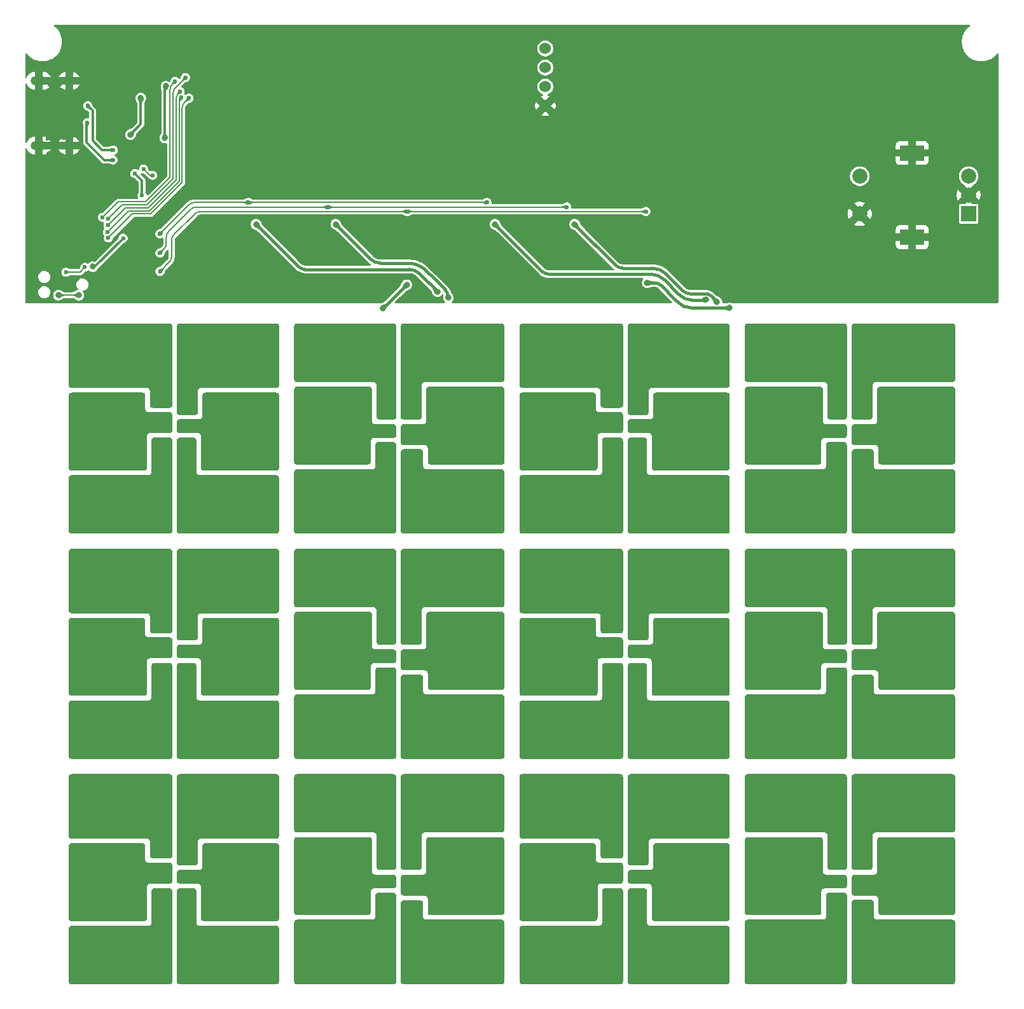
<source format=gbl>
G04 #@! TF.GenerationSoftware,KiCad,Pcbnew,9.0.0*
G04 #@! TF.CreationDate,2025-03-20T12:53:00+01:00*
G04 #@! TF.ProjectId,backlight,6261636b-6c69-4676-9874-2e6b69636164,rev?*
G04 #@! TF.SameCoordinates,Original*
G04 #@! TF.FileFunction,Copper,L2,Bot*
G04 #@! TF.FilePolarity,Positive*
%FSLAX46Y46*%
G04 Gerber Fmt 4.6, Leading zero omitted, Abs format (unit mm)*
G04 Created by KiCad (PCBNEW 9.0.0) date 2025-03-20 12:53:00*
%MOMM*%
%LPD*%
G01*
G04 APERTURE LIST*
G04 #@! TA.AperFunction,ComponentPad*
%ADD10C,1.524000*%
G04 #@! TD*
G04 #@! TA.AperFunction,ComponentPad*
%ADD11R,2.000000X2.000000*%
G04 #@! TD*
G04 #@! TA.AperFunction,ComponentPad*
%ADD12C,2.000000*%
G04 #@! TD*
G04 #@! TA.AperFunction,ComponentPad*
%ADD13R,3.200000X2.000000*%
G04 #@! TD*
G04 #@! TA.AperFunction,HeatsinkPad*
%ADD14O,1.800000X1.200000*%
G04 #@! TD*
G04 #@! TA.AperFunction,HeatsinkPad*
%ADD15O,2.200000X1.200000*%
G04 #@! TD*
G04 #@! TA.AperFunction,ViaPad*
%ADD16C,0.600000*%
G04 #@! TD*
G04 #@! TA.AperFunction,ViaPad*
%ADD17C,0.800000*%
G04 #@! TD*
G04 #@! TA.AperFunction,ViaPad*
%ADD18C,1.200000*%
G04 #@! TD*
G04 #@! TA.AperFunction,Conductor*
%ADD19C,0.200000*%
G04 #@! TD*
G04 #@! TA.AperFunction,Conductor*
%ADD20C,0.300000*%
G04 #@! TD*
G04 #@! TA.AperFunction,Conductor*
%ADD21C,0.400000*%
G04 #@! TD*
G04 APERTURE END LIST*
D10*
X119950000Y-32270000D03*
X119950000Y-29730000D03*
X119950000Y-27190000D03*
X119950000Y-24650000D03*
D11*
X176300000Y-46650000D03*
D12*
X176300000Y-41650000D03*
X176300000Y-44150000D03*
D13*
X168800000Y-49750000D03*
X168800000Y-38550000D03*
D12*
X161800000Y-41650000D03*
X161800000Y-46650000D03*
D14*
X56550000Y-28930000D03*
D15*
X52550000Y-28930000D03*
D14*
X56550000Y-37570000D03*
D15*
X52550000Y-37570000D03*
D16*
X89244000Y-47219000D03*
X55200000Y-31650000D03*
X75800000Y-37850000D03*
X54012170Y-40463589D03*
X89250000Y-44400000D03*
X54000000Y-31650000D03*
X61000000Y-33493000D03*
X54250000Y-45600000D03*
X97000000Y-38850000D03*
X107600000Y-39850000D03*
X88350000Y-40900000D03*
X128800000Y-39850000D03*
X98950000Y-40950000D03*
X72402000Y-51872000D03*
X131650000Y-44450000D03*
X55650000Y-49925000D03*
X107600000Y-37850000D03*
X121050000Y-44400000D03*
X110450000Y-44450000D03*
X64000000Y-38450000D03*
X54325000Y-47025000D03*
D17*
X58100000Y-52925000D03*
D16*
X121050000Y-47200000D03*
X54300000Y-49925000D03*
X63100000Y-40131000D03*
X77750000Y-40950000D03*
X128800000Y-37850000D03*
X58550000Y-48525000D03*
X78650000Y-44450000D03*
D17*
X54500000Y-54150000D03*
D16*
X75800000Y-39850000D03*
X86400000Y-38800000D03*
X109550000Y-40950000D03*
X97000000Y-39850000D03*
X58550000Y-47000000D03*
X64000000Y-39250000D03*
X72395000Y-54307000D03*
D17*
X62050000Y-26150000D03*
D16*
X97000000Y-37850000D03*
X64800000Y-38450000D03*
X55800000Y-35400000D03*
X78650000Y-46975000D03*
X118200000Y-38800000D03*
X120150000Y-40900000D03*
X118200000Y-37800000D03*
X57275000Y-47000000D03*
X62577000Y-41647000D03*
X63595000Y-56492000D03*
X55300000Y-29450000D03*
X110450000Y-47200000D03*
X58366000Y-40199000D03*
X60652000Y-41484500D03*
X58525000Y-49900000D03*
X130750000Y-40950000D03*
X54325000Y-48550000D03*
X86400000Y-37800000D03*
X53700000Y-36650000D03*
X64800000Y-39250000D03*
D17*
X53840000Y-38750000D03*
D16*
X68142000Y-40274000D03*
X99850000Y-44450000D03*
X55600000Y-45600000D03*
X63765000Y-44387500D03*
X72563000Y-35636000D03*
X131650000Y-47250000D03*
X54000000Y-29450000D03*
X72397000Y-49303000D03*
X128800000Y-38850000D03*
X86400000Y-39800000D03*
X55675000Y-48550000D03*
X57200000Y-45575000D03*
X57275000Y-48525000D03*
D17*
X60100000Y-27700000D03*
D16*
X53700000Y-35400000D03*
X99846000Y-47210000D03*
X75800000Y-38850000D03*
X55850000Y-36550000D03*
X55675000Y-47025000D03*
X58475000Y-45575000D03*
X107600000Y-38850000D03*
X118200000Y-39800000D03*
X57250000Y-49900000D03*
X133349293Y-46336793D03*
X68650000Y-54337000D03*
X101550000Y-46350000D03*
X122800000Y-45750000D03*
X68629000Y-51881000D03*
X91000000Y-45750000D03*
X80400000Y-45150000D03*
X68641000Y-49317000D03*
X112200000Y-45150000D03*
X62390893Y-39485000D03*
X58982000Y-34502000D03*
X62440959Y-38165959D03*
X59038217Y-32280865D03*
D18*
X69500000Y-69250000D03*
X61500000Y-69250000D03*
X65500000Y-65250000D03*
X67500000Y-63250000D03*
X69500000Y-65250000D03*
X69500000Y-67250000D03*
X65500000Y-69250000D03*
X67500000Y-69250000D03*
X61500000Y-65250000D03*
X63500000Y-67250000D03*
X67500000Y-67250000D03*
X105500001Y-74750000D03*
X105500000Y-76750000D03*
X109500000Y-76750000D03*
X107500000Y-78750000D03*
X107500000Y-74750000D03*
X105500000Y-72750000D03*
D17*
X81450000Y-48050000D03*
D18*
X105500000Y-70750001D03*
D17*
X105600000Y-57050000D03*
D18*
X109500000Y-72750001D03*
X113700000Y-70450000D03*
X107500000Y-70750000D03*
X105500001Y-78750000D03*
X79500000Y-82250000D03*
X77500000Y-84250000D03*
X75500000Y-86250000D03*
X71500000Y-86250000D03*
X73500000Y-84250000D03*
X71500000Y-82250000D03*
X73500000Y-82250000D03*
X71500000Y-84250000D03*
X83700000Y-82250000D03*
X71500000Y-80750000D03*
X75500000Y-82250000D03*
X103500001Y-68249999D03*
X101500001Y-66249999D03*
D17*
X92050000Y-48050000D03*
X107050000Y-57850000D03*
D18*
X101500001Y-70249999D03*
X101500000Y-64249999D03*
X105500000Y-68249999D03*
X101499999Y-68249999D03*
X103500000Y-66249999D03*
X107500000Y-66249999D03*
X109500000Y-68249999D03*
X105500000Y-64249999D03*
X169500000Y-76750000D03*
X165499999Y-70750000D03*
X167500000Y-78750000D03*
X169500000Y-72750000D03*
X165500000Y-78750000D03*
X167500000Y-70750000D03*
D17*
X141359314Y-58099000D03*
D18*
X167500000Y-74750000D03*
X173700000Y-70450000D03*
X165500000Y-74750001D03*
X165500000Y-72750000D03*
D17*
X113250000Y-48050000D03*
D18*
X165500000Y-76750000D03*
X129500000Y-67250000D03*
X129500000Y-65250000D03*
X125500000Y-69250000D03*
X127500000Y-69250000D03*
X121500000Y-69250000D03*
X127500000Y-63250000D03*
X121500000Y-65250000D03*
X127500000Y-67250000D03*
X125500000Y-65250000D03*
X129500000Y-69250000D03*
X123500000Y-67250000D03*
X169500000Y-68250001D03*
X167499999Y-66250000D03*
X165499999Y-68250000D03*
X161500000Y-66250000D03*
D17*
X123850000Y-48050000D03*
X142800000Y-58400000D03*
D18*
X165499999Y-64250000D03*
X163500000Y-66250000D03*
X161500000Y-69750000D03*
X163500000Y-68250000D03*
X161500000Y-64250000D03*
X161500000Y-68250000D03*
X131500000Y-84250000D03*
X131500000Y-80750000D03*
X131500000Y-88650000D03*
X143650000Y-82300000D03*
X131500000Y-86250000D03*
X135500000Y-82250000D03*
X133500000Y-84250000D03*
X131500000Y-82250000D03*
X137500000Y-84250000D03*
X133500000Y-82250000D03*
X135500000Y-86250000D03*
X139500000Y-82250000D03*
X95499999Y-74750000D03*
X95500000Y-72750001D03*
X95500000Y-70750001D03*
X95500000Y-76750000D03*
X91500000Y-76750000D03*
X93500000Y-74750000D03*
X93500000Y-78750000D03*
D17*
X98300000Y-59250000D03*
D18*
X93500000Y-70750000D03*
X91500000Y-72750000D03*
D17*
X101500000Y-56100000D03*
D18*
X95499999Y-78750000D03*
X73500000Y-67250000D03*
X71500000Y-69250000D03*
X73500000Y-63250000D03*
X71500000Y-65250000D03*
X73500000Y-69250000D03*
X77500000Y-67250000D03*
X71500000Y-67250000D03*
X79500000Y-65250000D03*
X75500000Y-65250000D03*
X79500000Y-69250000D03*
X83800000Y-62050000D03*
X75500000Y-69250000D03*
X155500000Y-72750000D03*
X153500000Y-78750000D03*
X155500000Y-74750001D03*
X155500001Y-70750000D03*
X151500000Y-76750000D03*
X151500000Y-72750000D03*
D17*
X144500000Y-59200000D03*
D18*
X155500000Y-78750000D03*
X153500000Y-74750000D03*
D17*
X133500000Y-55850000D03*
D18*
X155500000Y-76750000D03*
X153500000Y-70750000D03*
X139500000Y-65250000D03*
X131500000Y-67250000D03*
X131500000Y-69250000D03*
X143700000Y-62050000D03*
X131500000Y-65250000D03*
X133500000Y-67250000D03*
X139500000Y-69250000D03*
X137500000Y-67250000D03*
X133500000Y-69250000D03*
X135500000Y-65250000D03*
X135500000Y-69250000D03*
X133500000Y-63250000D03*
X61500000Y-77750000D03*
X57300000Y-92050000D03*
X69500000Y-95250000D03*
X67500000Y-97250000D03*
X65500000Y-79750000D03*
X67500000Y-93250000D03*
X65500000Y-99250000D03*
X61500000Y-73750000D03*
X67500000Y-99250000D03*
X65500000Y-95250000D03*
X65500000Y-73750000D03*
X65500000Y-77750000D03*
X69500000Y-97250000D03*
X63500000Y-97250000D03*
X63500000Y-79750000D03*
X61500000Y-99250000D03*
X61500000Y-95250000D03*
X65500000Y-75750000D03*
X63500000Y-71750000D03*
X69500000Y-99250000D03*
X63500000Y-75750000D03*
X65500000Y-71750000D03*
D17*
X57850000Y-57500000D03*
X55125173Y-57490176D03*
X64724500Y-36099500D03*
X66100000Y-31250000D03*
D18*
X69500000Y-82250000D03*
X69500000Y-110750000D03*
X69500000Y-84250000D03*
X67500000Y-84250000D03*
X69500000Y-80750000D03*
X69500000Y-116250000D03*
X65500000Y-116250000D03*
X67500000Y-82250000D03*
X67500000Y-114250000D03*
X67500000Y-112250000D03*
X65500000Y-112250000D03*
X69500000Y-112250000D03*
X69500000Y-114250000D03*
X61500000Y-112250000D03*
X61500000Y-82250000D03*
X63500000Y-114250000D03*
X65500000Y-86250000D03*
X63500000Y-84250000D03*
X69500000Y-86250000D03*
X65500000Y-82250000D03*
X75500000Y-75750000D03*
X79500000Y-73750000D03*
X75500000Y-73750000D03*
X77500000Y-71750000D03*
X75500000Y-79750000D03*
X71500000Y-95250000D03*
X79500000Y-99250000D03*
X73500000Y-97250000D03*
X77500000Y-97250000D03*
X71500000Y-99250000D03*
X77500000Y-75750000D03*
X75500000Y-77750000D03*
X77500000Y-79750000D03*
X71500000Y-97250000D03*
X75500000Y-95250000D03*
X79500000Y-95250000D03*
X73500000Y-99250000D03*
X75500000Y-99250000D03*
X73500000Y-93250000D03*
X75500000Y-71750000D03*
X79500000Y-77750000D03*
D16*
X66275000Y-44200000D03*
D17*
X69442592Y-29656390D03*
D16*
X65312500Y-41287500D03*
X63750000Y-49900000D03*
D17*
X59697500Y-53697500D03*
X69300000Y-36575000D03*
D18*
X73500000Y-114250000D03*
X75500000Y-112250000D03*
X71500000Y-114250000D03*
X75500000Y-116250000D03*
X63500000Y-144250000D03*
X79500000Y-112250000D03*
X65500000Y-142250000D03*
X73500000Y-112250000D03*
X69500000Y-146250000D03*
X83700000Y-117850000D03*
X69500000Y-144250000D03*
X69500000Y-142250000D03*
X69500000Y-140750000D03*
X71500000Y-112250000D03*
X67500000Y-144250000D03*
X71500000Y-110750000D03*
X65500000Y-146250000D03*
X77500000Y-114250000D03*
X61500000Y-142250000D03*
X67500000Y-142250000D03*
X71500000Y-116250000D03*
X65500000Y-107750000D03*
X69500000Y-127250000D03*
X63500000Y-109750000D03*
X67500000Y-127250000D03*
X67500000Y-123250000D03*
X63500000Y-127250000D03*
X65500000Y-129250000D03*
X65500000Y-109750000D03*
X61500000Y-107750000D03*
X57300000Y-110050000D03*
X63500000Y-105750000D03*
X63500000Y-101750000D03*
X69500000Y-125250000D03*
X65500000Y-101750000D03*
X61500000Y-129250000D03*
X65500000Y-125250000D03*
X57300000Y-122050000D03*
X61500000Y-103750000D03*
X67500000Y-129250000D03*
X65500000Y-105750000D03*
X61500000Y-125250000D03*
X65500000Y-103750000D03*
X69500000Y-129250000D03*
X75500000Y-103750000D03*
X77500000Y-127250000D03*
X75500000Y-129250000D03*
X75500000Y-101750000D03*
X73500000Y-127250000D03*
X83700000Y-110050000D03*
X77500000Y-105750000D03*
X79500000Y-107750000D03*
X73500000Y-129250000D03*
X79500000Y-129250000D03*
X79500000Y-103750000D03*
X71500000Y-127250000D03*
X71500000Y-129250000D03*
X75500000Y-125250000D03*
X77500000Y-109750000D03*
X71500000Y-125250000D03*
X79500000Y-125250000D03*
X73500000Y-123250000D03*
X75500000Y-109750000D03*
X75500000Y-105750000D03*
X75500000Y-107750000D03*
X77500000Y-101750000D03*
X93500001Y-126250000D03*
X99500000Y-126250000D03*
X71500000Y-142250000D03*
X97500000Y-128250000D03*
X77500000Y-144250000D03*
X87300000Y-128250000D03*
X73500000Y-144250000D03*
X99500000Y-130250000D03*
X73500000Y-142250000D03*
X71500000Y-146250000D03*
X91500001Y-128250000D03*
X99500001Y-124250001D03*
X75500000Y-146250000D03*
X95500001Y-128250000D03*
X99500002Y-128250000D03*
X97500001Y-126250000D03*
X71500000Y-140750000D03*
X79500000Y-142250000D03*
X95500001Y-124250001D03*
X71500000Y-144250000D03*
X75500000Y-142250000D03*
X95500001Y-145250001D03*
X83700000Y-140050000D03*
X75500000Y-135750000D03*
X99500001Y-143250001D03*
X99500001Y-141250001D03*
X75500000Y-131750000D03*
X95500001Y-141250001D03*
X75500000Y-139750000D03*
X77500000Y-135750000D03*
X79500000Y-133750000D03*
X97500001Y-147250001D03*
X91500001Y-141250001D03*
X97500001Y-143250001D03*
X93500001Y-143250001D03*
X77500000Y-139750000D03*
X91500001Y-145250001D03*
X79500000Y-137750000D03*
X99500001Y-145250001D03*
X77500000Y-131750000D03*
X75500000Y-133750000D03*
X97500000Y-141250000D03*
X75500000Y-137750000D03*
X63500000Y-135750000D03*
X109500001Y-141250000D03*
X63500000Y-139750000D03*
X107500001Y-143250001D03*
X65500000Y-139750000D03*
X103500002Y-141250000D03*
X101500001Y-141250001D03*
X109500001Y-145250001D03*
X101500001Y-145250001D03*
X61500000Y-133750000D03*
X65500000Y-135750000D03*
X61500000Y-137750000D03*
X65500000Y-133750000D03*
X105500001Y-145250001D03*
X65500000Y-131750000D03*
X103500001Y-147250001D03*
X65500000Y-137750000D03*
X57300000Y-140050000D03*
X103500001Y-143250001D03*
X63500000Y-131750000D03*
X101500001Y-143250001D03*
X105500001Y-141250001D03*
D16*
X72050000Y-28500000D03*
X61786461Y-47271570D03*
X70657804Y-29007806D03*
X61000000Y-47125000D03*
D18*
X95500001Y-102750002D03*
X93500001Y-108750001D03*
X95500000Y-81250000D03*
X97500000Y-83250000D03*
X95500001Y-106750001D03*
X97500000Y-87250000D03*
X93500001Y-100750001D03*
X91500001Y-106750001D03*
X99500000Y-81250000D03*
X91500000Y-85250000D03*
X99500000Y-83250000D03*
X93500001Y-104750001D03*
X97499999Y-81249999D03*
X91500001Y-102750001D03*
X93500000Y-83250000D03*
X99500000Y-85250000D03*
X95500000Y-108750001D03*
X91500000Y-81250000D03*
X95500000Y-104750001D03*
X95500000Y-85250000D03*
X95500001Y-100750002D03*
X87300000Y-88450000D03*
X103500001Y-81249999D03*
X107500001Y-104750001D03*
X101500000Y-85250000D03*
X105500000Y-81250000D03*
X109500000Y-85250000D03*
X105500002Y-108750001D03*
X103500000Y-83250000D03*
X105500001Y-106750001D03*
X107500000Y-83250000D03*
X109500001Y-106750001D03*
X101500000Y-81250000D03*
X101500000Y-83250000D03*
X105500002Y-104750001D03*
X105500001Y-102750001D03*
X105500000Y-85250000D03*
X107500001Y-100750001D03*
X107500001Y-108750001D03*
X105500001Y-100750002D03*
X103500000Y-87250000D03*
X109500000Y-81249999D03*
X109500001Y-102750002D03*
X99500001Y-68249999D03*
X99499999Y-66249999D03*
X93500000Y-66249999D03*
X87300000Y-68250000D03*
X101500000Y-98250000D03*
X99500000Y-64250000D03*
X95500000Y-68249999D03*
X101500002Y-96250000D03*
X103500001Y-96250000D03*
X101500001Y-94250000D03*
X97500000Y-66249999D03*
X103500002Y-98250000D03*
X91500000Y-68249999D03*
X105500001Y-94250000D03*
X109500001Y-98250000D03*
X95500000Y-64250000D03*
X101500002Y-100250000D03*
X105500001Y-98250000D03*
X97499999Y-68249999D03*
X107500001Y-96250000D03*
X99499999Y-70249999D03*
X101500001Y-113250001D03*
X105500001Y-115250001D03*
X103500001Y-113250001D03*
X105500001Y-132750001D03*
X107500001Y-134750001D03*
X109500001Y-136750001D03*
X101500001Y-115250001D03*
X105500002Y-138750001D03*
X105500002Y-134750001D03*
X101500001Y-111250001D03*
X109500001Y-132750002D03*
X105500001Y-130750002D03*
X105500001Y-136750001D03*
X107500001Y-138750001D03*
X109500001Y-115250001D03*
X107500001Y-130750001D03*
X107500001Y-113250001D03*
X103500001Y-117250001D03*
X109500001Y-111250000D03*
X105500001Y-111250001D03*
X103500002Y-111250000D03*
X109500001Y-128250000D03*
X97500000Y-98250000D03*
X103500001Y-126250000D03*
X99500000Y-100250000D03*
X87300000Y-98250000D03*
X105500001Y-128250000D03*
X101500000Y-128250000D03*
X107500001Y-126250000D03*
X99500002Y-98250000D03*
X99500000Y-96250000D03*
X99500001Y-94250001D03*
X97500001Y-96250000D03*
X101500002Y-130250000D03*
X95500001Y-94250001D03*
X91500001Y-98250000D03*
X93500001Y-96250000D03*
X105500001Y-124250000D03*
X95500001Y-98250000D03*
X103500002Y-128250000D03*
X101500001Y-124250000D03*
X101500002Y-126250000D03*
X91500001Y-132750001D03*
X93500001Y-138750001D03*
X95500001Y-111250001D03*
X97500000Y-111250000D03*
X95500001Y-136750001D03*
X99500001Y-111250001D03*
X97500001Y-117250001D03*
X91500001Y-115250001D03*
X95500001Y-115250001D03*
X93500001Y-134750001D03*
X91500001Y-111250001D03*
X99500001Y-115250001D03*
X91500001Y-136750001D03*
X95500000Y-138750001D03*
X95500001Y-130750002D03*
X95500000Y-134750001D03*
X97500001Y-113250001D03*
X93500001Y-113250001D03*
X87200000Y-118500000D03*
X93500001Y-130750001D03*
X99500001Y-113250001D03*
X95500001Y-132750002D03*
X129500000Y-114250000D03*
X125500000Y-86250000D03*
X123500000Y-84250000D03*
X129500000Y-116250000D03*
X129500000Y-112250000D03*
X127500000Y-82250000D03*
X121500000Y-112250000D03*
X129500000Y-82250000D03*
X125500000Y-112250000D03*
X129500000Y-80750000D03*
X125500000Y-82250000D03*
X129500000Y-86250000D03*
X127500000Y-114250000D03*
X125500000Y-116250000D03*
X129500000Y-84250000D03*
X121500000Y-82250000D03*
X127500000Y-112250000D03*
X129500000Y-110250000D03*
X127500000Y-84250000D03*
X123500000Y-114250000D03*
X125500000Y-79750000D03*
X121500000Y-77750000D03*
X123500000Y-75750000D03*
X129500000Y-97250000D03*
X121500000Y-99250000D03*
X121500000Y-73750000D03*
X125500000Y-75750000D03*
X123500000Y-79750000D03*
X127500000Y-93250000D03*
X125500000Y-77750000D03*
X121500000Y-95250000D03*
X123500000Y-97250000D03*
X123500000Y-71750000D03*
X125500000Y-99250000D03*
X129500000Y-99250000D03*
X127500000Y-97250000D03*
X125500000Y-95250000D03*
X127500000Y-99250000D03*
X125500000Y-71750000D03*
X117300000Y-92050000D03*
X125500000Y-73750000D03*
X129500000Y-95250000D03*
X133500000Y-99250000D03*
X135500000Y-95250000D03*
X135500000Y-99250000D03*
X131500000Y-99250000D03*
X131500000Y-97250000D03*
X137500000Y-71750000D03*
X135500000Y-73750000D03*
X131500000Y-95250000D03*
X140900000Y-80050000D03*
X140900000Y-92050000D03*
X139500000Y-99250000D03*
X135500000Y-77750000D03*
X135500000Y-79750000D03*
X135500000Y-75750000D03*
X133500000Y-93250000D03*
X139500000Y-95250000D03*
X139500000Y-73750000D03*
X137500000Y-79750000D03*
X133500000Y-97250000D03*
X135500000Y-71750000D03*
X137500000Y-75750000D03*
X139500000Y-77750000D03*
X137500000Y-97250000D03*
X139500000Y-112250000D03*
X127500000Y-144250000D03*
X135500000Y-112250000D03*
X131500000Y-116250000D03*
X133500000Y-114250000D03*
X129500000Y-142250000D03*
X137500000Y-114250000D03*
X129500000Y-146250000D03*
X131500000Y-112250000D03*
X133500000Y-112250000D03*
X125500000Y-146250000D03*
X129500000Y-144250000D03*
X131500000Y-110250000D03*
X127500000Y-142250000D03*
X121500000Y-142250000D03*
X131500000Y-114250000D03*
X125500000Y-142250000D03*
X123500000Y-144250000D03*
X135500000Y-116250000D03*
X129500000Y-140250000D03*
X133500000Y-129250000D03*
X135500000Y-109750000D03*
X133500000Y-127250000D03*
X137500000Y-109750000D03*
X131500000Y-129250000D03*
X131500000Y-125250000D03*
X131500000Y-127250000D03*
X140900000Y-122050000D03*
X139500000Y-103750000D03*
X137500000Y-101750000D03*
X137500000Y-105750000D03*
X135500000Y-125250000D03*
X133500000Y-123250000D03*
X137500000Y-127250000D03*
X135500000Y-107750000D03*
X135500000Y-129250000D03*
X139500000Y-125250000D03*
X135500000Y-105750000D03*
X139500000Y-129250000D03*
X141900000Y-101250000D03*
X135500000Y-103750000D03*
X135500000Y-101750000D03*
X139500000Y-107750000D03*
X127500000Y-123250000D03*
X125500000Y-103750000D03*
X125500000Y-109750000D03*
X125500000Y-105750000D03*
X125500000Y-129250000D03*
X127500000Y-129250000D03*
X123500000Y-127250000D03*
X123500000Y-109750000D03*
X121500000Y-129250000D03*
X121500000Y-125250000D03*
X123500000Y-101750000D03*
X129500000Y-125250000D03*
X125500000Y-107750000D03*
X121500000Y-103750000D03*
X129500000Y-127250000D03*
X117300000Y-122050000D03*
X125500000Y-125250000D03*
X129500000Y-129250000D03*
X117250000Y-110100000D03*
X123500000Y-105750000D03*
X121500000Y-107750000D03*
X127500000Y-127250000D03*
X125500000Y-101750000D03*
X163500001Y-141250000D03*
X163500001Y-147249999D03*
X161500000Y-141250000D03*
X165500001Y-141250000D03*
X125500000Y-133750000D03*
X125500000Y-137750000D03*
X163500001Y-143250000D03*
X123500000Y-135750000D03*
X169500000Y-141250000D03*
X123500000Y-131750000D03*
X121500000Y-133750000D03*
X125500000Y-135750000D03*
X161500002Y-145249999D03*
X117300000Y-140100000D03*
X169500000Y-145250000D03*
X125500000Y-131750000D03*
X121500000Y-137750000D03*
X125500000Y-139750000D03*
X161500002Y-143250000D03*
X165500001Y-145249999D03*
X167500001Y-143250000D03*
X123500000Y-139750000D03*
X157500000Y-128250000D03*
X133500000Y-142250000D03*
X131500000Y-146250000D03*
X131500000Y-140250000D03*
X157500001Y-126250000D03*
X155500001Y-128250000D03*
X135500000Y-146250000D03*
X131500000Y-142250000D03*
X159500001Y-128250000D03*
X155500001Y-124250000D03*
X151500001Y-128250001D03*
X153500001Y-126250000D03*
X139500000Y-142250000D03*
X147300000Y-128300000D03*
X159500002Y-124249999D03*
X159500000Y-126250000D03*
X137500000Y-144250000D03*
X133500000Y-144250000D03*
X135500000Y-142250000D03*
X159500002Y-129750000D03*
X131500000Y-144250000D03*
X135500000Y-137750000D03*
X157500000Y-147250000D03*
X155500000Y-145250000D03*
X139500000Y-133750000D03*
X151500001Y-145249999D03*
X159500000Y-145250000D03*
X159500000Y-143250000D03*
X135500000Y-131750000D03*
X135500000Y-133750000D03*
X151500001Y-141250000D03*
X153500000Y-143250000D03*
X137500000Y-131750000D03*
X155500000Y-141250000D03*
X143700000Y-140050000D03*
X141900000Y-131250000D03*
X137500000Y-139750000D03*
X137500000Y-135750000D03*
X135500000Y-135750000D03*
X159500002Y-141250000D03*
X157500000Y-143250000D03*
X135500000Y-139750000D03*
X157500000Y-141250000D03*
X139500000Y-137750000D03*
X163500000Y-98250000D03*
X165499999Y-98250000D03*
X153500001Y-66250000D03*
X163500000Y-96250000D03*
X161500000Y-96250000D03*
X151500000Y-68250001D03*
X159500000Y-69750000D03*
X167499999Y-96250000D03*
X169500000Y-98250001D03*
X161500000Y-94250000D03*
X147250000Y-68400000D03*
X159500000Y-66250000D03*
X157500000Y-66250000D03*
X155500001Y-68250000D03*
X159500000Y-68250000D03*
X157500000Y-68250000D03*
X161500000Y-98250000D03*
X155500001Y-64250000D03*
X161500000Y-99750000D03*
X159500000Y-64250000D03*
X165499999Y-94250000D03*
X155500000Y-81250000D03*
X153500000Y-104750000D03*
X151500000Y-81250000D03*
X155500000Y-102750000D03*
X155500000Y-104750001D03*
X147250000Y-88500000D03*
X155500000Y-106750000D03*
X159500000Y-85250000D03*
X151500000Y-106750000D03*
X151500000Y-102750000D03*
X157500000Y-83250000D03*
X155500000Y-108750000D03*
X153500000Y-100750000D03*
X153500000Y-83250000D03*
X157500000Y-81250000D03*
X157500000Y-87250000D03*
X159500000Y-81250000D03*
X159500000Y-83250000D03*
X155500000Y-85250000D03*
X153500000Y-108750000D03*
X151500000Y-85250000D03*
X155500001Y-100750000D03*
X161500000Y-81250000D03*
X169500000Y-85250000D03*
X167500000Y-83250000D03*
X165500000Y-106750000D03*
X165500000Y-104750001D03*
X163500000Y-81250000D03*
X165500000Y-102750000D03*
X167500000Y-108750000D03*
X165500000Y-81250000D03*
X161500000Y-85250000D03*
X163500000Y-83250000D03*
X169500000Y-102750000D03*
X161500000Y-83250000D03*
X167500000Y-104750000D03*
X169500000Y-106750000D03*
X167500000Y-100750000D03*
X165499999Y-100750000D03*
X165500000Y-108750000D03*
X165500000Y-85250000D03*
X169500000Y-81250000D03*
X163500000Y-87250000D03*
X153500000Y-130750000D03*
X159500000Y-113250000D03*
X153500000Y-138750000D03*
X157500000Y-111250000D03*
X155500000Y-138750000D03*
X151500002Y-132750000D03*
X159500000Y-115250000D03*
X147350000Y-118400000D03*
X155500000Y-136750000D03*
X155500000Y-111250000D03*
X157500000Y-117250000D03*
X151500002Y-136750000D03*
X155500000Y-134750000D03*
X153500000Y-134750000D03*
X155500001Y-130750000D03*
X155500000Y-115250000D03*
X153500000Y-113250000D03*
X155500000Y-132750000D03*
X151500000Y-115250000D03*
X151500000Y-111250000D03*
X157500000Y-113250000D03*
X159500000Y-111250000D03*
X165500001Y-136750000D03*
X163500000Y-111250000D03*
X167500001Y-138750000D03*
X161500000Y-115250000D03*
X165500001Y-138750000D03*
X161500000Y-113250000D03*
X169500000Y-136750000D03*
X165500000Y-115250000D03*
X163500000Y-117250000D03*
X165500000Y-130750000D03*
X163500000Y-113250000D03*
X165500002Y-132750000D03*
X165500001Y-134750000D03*
X167500002Y-130750000D03*
X169500000Y-132750000D03*
X167500002Y-134750000D03*
X167500000Y-113250000D03*
X169500000Y-115250000D03*
X165500000Y-111250000D03*
X161500000Y-111250000D03*
X169500000Y-111250000D03*
X161500000Y-124250000D03*
X153500001Y-96250000D03*
X161500000Y-129750000D03*
X157500000Y-96250000D03*
X169500000Y-128250001D03*
X163500000Y-126250000D03*
X159500000Y-94250000D03*
X161500000Y-128250000D03*
X147400000Y-98150000D03*
X161500002Y-126249999D03*
X159500000Y-96250000D03*
X155500001Y-98250000D03*
X159500000Y-99750000D03*
X165500000Y-128250000D03*
X155500001Y-94250000D03*
X159500000Y-98250000D03*
X167500000Y-126250000D03*
X157500000Y-98250000D03*
X165500000Y-124250000D03*
X163500002Y-128250000D03*
X151500000Y-98250001D03*
D16*
X66475000Y-40700000D03*
X67675000Y-41525000D03*
X72500000Y-31250000D03*
X61782502Y-49877573D03*
X71350000Y-30380000D03*
X61715068Y-48191493D03*
X61669500Y-49085591D03*
X71513164Y-31163187D03*
X58650380Y-53776000D03*
X56140380Y-54434620D03*
D19*
X133349293Y-46336793D02*
X133336086Y-46350000D01*
X70200000Y-50164214D02*
X70200000Y-52372786D01*
X73307107Y-46642893D02*
X70492893Y-49457107D01*
X133336086Y-46350000D02*
X101550000Y-46350000D01*
X101550000Y-46350000D02*
X74014214Y-46350000D01*
X69907107Y-53079893D02*
X68650000Y-54337000D01*
X74014214Y-46350000D02*
G75*
G03*
X73307100Y-46642886I-14J-1000000D01*
G01*
X69907107Y-53079893D02*
G75*
G03*
X70199990Y-52372786I-707107J707093D01*
G01*
X70200000Y-50164214D02*
G75*
G02*
X70492886Y-49457100I1000000J14D01*
G01*
X69199607Y-51310393D02*
X68629000Y-51881000D01*
X91000000Y-45750000D02*
X73489214Y-45750000D01*
X72782107Y-46042893D02*
X69785393Y-49039607D01*
X69492500Y-49746714D02*
X69492500Y-50603286D01*
X91000000Y-45750000D02*
X122800000Y-45750000D01*
X69492500Y-50603286D02*
G75*
G02*
X69199614Y-51310400I-1000000J-14D01*
G01*
X69492500Y-49746714D02*
G75*
G02*
X69785386Y-49039600I1000000J14D01*
G01*
X73489214Y-45750000D02*
G75*
G03*
X72782100Y-46042886I-14J-1000000D01*
G01*
X112200000Y-45150000D02*
X80400000Y-45150000D01*
X80400000Y-45150000D02*
X73222214Y-45150000D01*
X72515107Y-45442893D02*
X68641000Y-49317000D01*
X72515107Y-45442893D02*
G75*
G02*
X73222214Y-45150010I707093J-707107D01*
G01*
D20*
X59250000Y-37525000D02*
X61075000Y-39350000D01*
X61075000Y-39350000D02*
X61125000Y-39400000D01*
X58900000Y-37175000D02*
X58900000Y-34584000D01*
X59250000Y-37525000D02*
X58900000Y-37175000D01*
X58900000Y-34584000D02*
X58982000Y-34502000D01*
X62311360Y-39485000D02*
X61210000Y-39485000D01*
X61210000Y-39485000D02*
X61075000Y-39350000D01*
X58950000Y-37225000D02*
X59250000Y-37525000D01*
X59700000Y-36925000D02*
X60940959Y-38165959D01*
X59700000Y-32942648D02*
X59700000Y-36925000D01*
X59038217Y-32280865D02*
X59700000Y-32942648D01*
X60940959Y-38165959D02*
X62440959Y-38165959D01*
D21*
X105600000Y-57000000D02*
X103250000Y-54650000D01*
X86625000Y-53225000D02*
X81450000Y-48050000D01*
X105600000Y-57050000D02*
X105600000Y-57000000D01*
X87096446Y-53696447D02*
X86625000Y-53225000D01*
X101801472Y-54050000D02*
X87950000Y-54050000D01*
X87950000Y-54050000D02*
G75*
G02*
X87096448Y-53696445I0J1207100D01*
G01*
X103250000Y-54650000D02*
G75*
G03*
X101801472Y-54050012I-1448500J-1448500D01*
G01*
X106590381Y-56740380D02*
X105075000Y-55225000D01*
X96650000Y-52650000D02*
X92050000Y-48050000D01*
X101721142Y-53250000D02*
X98150000Y-53250000D01*
X98150000Y-53250000D02*
X98098528Y-53250000D01*
X105075000Y-55225000D02*
X104075000Y-54225000D01*
X107050000Y-57850000D02*
G75*
G03*
X106590372Y-56740389I-1569200J0D01*
G01*
X104075000Y-54225000D02*
G75*
G03*
X101721142Y-53249983I-2353900J-2353900D01*
G01*
X98098528Y-53250000D02*
G75*
G02*
X96649992Y-52650008I-28J2048500D01*
G01*
X119511091Y-54311091D02*
X113250000Y-48050000D01*
X137828248Y-57478249D02*
X137525000Y-57175000D01*
X139450000Y-58150000D02*
X141308314Y-58150000D01*
X133989340Y-54700000D02*
X120450000Y-54700000D01*
X137525000Y-57175000D02*
X135800000Y-55450000D01*
X141308314Y-58150000D02*
X141359314Y-58099000D01*
X135800000Y-55450000D02*
G75*
G03*
X133989340Y-54699984I-1810700J-1810700D01*
G01*
X139450000Y-58150000D02*
G75*
G02*
X137828249Y-57478248I0J2293500D01*
G01*
X120450000Y-54700000D02*
G75*
G02*
X119511095Y-54311087I0J1327800D01*
G01*
X138224029Y-56874029D02*
X136000000Y-54650000D01*
X142800000Y-58400000D02*
X141991893Y-57591893D01*
X141284786Y-57299000D02*
X139250000Y-57299000D01*
X129275736Y-53475736D02*
X123850000Y-48050000D01*
X134189340Y-53900000D02*
X130300000Y-53900000D01*
X141991893Y-57591893D02*
G75*
G03*
X141284786Y-57299010I-707093J-707107D01*
G01*
X136000000Y-54650000D02*
G75*
G03*
X134189340Y-53899984I-1810700J-1810700D01*
G01*
X130300000Y-53900000D02*
G75*
G02*
X129275742Y-53475730I0J1448500D01*
G01*
X139250000Y-57299000D02*
G75*
G02*
X138224038Y-56874020I0J1450900D01*
G01*
X101500000Y-56100000D02*
X100950000Y-56650000D01*
X98350000Y-59250000D02*
X98300000Y-59250000D01*
X100950000Y-56650000D02*
X98350000Y-59250000D01*
X137572182Y-58422183D02*
X137175000Y-58025000D01*
X144369000Y-59200000D02*
X144500000Y-59200000D01*
X137175000Y-58025000D02*
X135375000Y-56225000D01*
X139450000Y-59200000D02*
X144369000Y-59200000D01*
X134469670Y-55850000D02*
X133500000Y-55850000D01*
X139450000Y-59200000D02*
G75*
G02*
X137572190Y-58422175I0J2655600D01*
G01*
X135375000Y-56225000D02*
G75*
G03*
X134469670Y-55850012I-905300J-905300D01*
G01*
D19*
X57840176Y-57490176D02*
X57850000Y-57500000D01*
X55125173Y-57490176D02*
X56961461Y-57490176D01*
X56961461Y-57490176D02*
X57840176Y-57490176D01*
D20*
X66100000Y-34724000D02*
X66100000Y-31250000D01*
X64724500Y-36099500D02*
X66100000Y-34724000D01*
X59697500Y-53697500D02*
X59952500Y-53697500D01*
X59952500Y-53697500D02*
X63750000Y-49900000D01*
X66275000Y-44200000D02*
X66275000Y-42250000D01*
X69300000Y-36575000D02*
X69300000Y-29798982D01*
X66275000Y-42250000D02*
X65312500Y-41287500D01*
X69300000Y-29798982D02*
X69442592Y-29656390D01*
D19*
X72050000Y-28500000D02*
X72015553Y-28500000D01*
X63595031Y-45463000D02*
X66916100Y-45463000D01*
X70401000Y-41978100D02*
X70401000Y-30563214D01*
X66916100Y-45463000D02*
X70401000Y-41978100D01*
X61786461Y-47271570D02*
X63595031Y-45463000D01*
X70693893Y-29856107D02*
X72050000Y-28500000D01*
X70401000Y-30563214D02*
G75*
G02*
X70693886Y-29856100I1000000J14D01*
G01*
X63063000Y-45062000D02*
X66750000Y-45062000D01*
X66750000Y-45062000D02*
X70000000Y-41812000D01*
X70000000Y-31565800D02*
X70000000Y-30079824D01*
X61000000Y-47125000D02*
X63063000Y-45062000D01*
X70000000Y-41812000D02*
X70000000Y-31565800D01*
X70292893Y-29372717D02*
X70657804Y-29007806D01*
X70000000Y-30079824D02*
G75*
G02*
X70292881Y-29372705I1000000J24D01*
G01*
X67300000Y-41525000D02*
X66475000Y-40700000D01*
X67675000Y-41525000D02*
X67300000Y-41525000D01*
X61782502Y-49877573D02*
X64994075Y-46666000D01*
X71896893Y-31853107D02*
X72500000Y-31250000D01*
X72400000Y-31250000D02*
X72500000Y-31250000D01*
X71604000Y-42476400D02*
X71604000Y-32560214D01*
X64994075Y-46666000D02*
X67414400Y-46666000D01*
X67414400Y-46666000D02*
X71604000Y-42476400D01*
X71896893Y-31853107D02*
G75*
G03*
X71604010Y-32560214I707107J-707093D01*
G01*
X67082200Y-45864000D02*
X70802000Y-42144200D01*
X70802000Y-42144200D02*
X70802000Y-31342214D01*
X61715068Y-48191493D02*
X64042561Y-45864000D01*
X71094893Y-30635107D02*
X71350000Y-30380000D01*
X64042561Y-45864000D02*
X67082200Y-45864000D01*
X70802000Y-31342214D02*
G75*
G02*
X71094886Y-30635100I1000000J14D01*
G01*
X61669500Y-49085591D02*
X64490091Y-46265000D01*
X71203000Y-42310300D02*
X71203000Y-32150000D01*
X64490091Y-46265000D02*
X67248300Y-46265000D01*
X67248300Y-46265000D02*
X71203000Y-42310300D01*
X71203000Y-32150000D02*
X71203000Y-31887565D01*
X71495893Y-31180458D02*
X71513164Y-31163187D01*
X71203000Y-31887565D02*
G75*
G02*
X71495911Y-31180476I1000000J-35D01*
G01*
X56140380Y-54434620D02*
X57991760Y-54434620D01*
X57991760Y-54434620D02*
X58650380Y-53776000D01*
G04 #@! TA.AperFunction,Conductor*
G36*
X84109641Y-70451527D02*
G01*
X84204207Y-70466504D01*
X84241102Y-70478491D01*
X84317617Y-70517477D01*
X84319524Y-70518863D01*
X84320748Y-70519130D01*
X84349002Y-70540281D01*
X84409718Y-70600997D01*
X84432522Y-70632383D01*
X84471507Y-70708895D01*
X84483495Y-70745792D01*
X84498473Y-70840357D01*
X84500000Y-70859755D01*
X84500000Y-80440244D01*
X84498473Y-80459641D01*
X84498473Y-80459642D01*
X84483495Y-80554207D01*
X84471507Y-80591104D01*
X84432522Y-80667616D01*
X84409718Y-80699002D01*
X84349002Y-80759718D01*
X84317616Y-80782522D01*
X84241104Y-80821507D01*
X84204207Y-80833495D01*
X84124425Y-80846131D01*
X84109640Y-80848473D01*
X84090244Y-80850000D01*
X74509756Y-80850000D01*
X74490359Y-80848473D01*
X74471258Y-80845447D01*
X74395792Y-80833495D01*
X74358895Y-80821507D01*
X74282383Y-80782522D01*
X74250997Y-80759718D01*
X74190281Y-80699002D01*
X74167477Y-80667616D01*
X74128492Y-80591104D01*
X74116504Y-80554206D01*
X74101527Y-80459641D01*
X74100000Y-80440244D01*
X74100000Y-76249994D01*
X74080424Y-76126395D01*
X74080423Y-76126393D01*
X74023607Y-76014886D01*
X74023603Y-76014882D01*
X74023602Y-76014880D01*
X73935119Y-75926397D01*
X73935116Y-75926395D01*
X73935114Y-75926393D01*
X73823607Y-75869577D01*
X73823606Y-75869576D01*
X73823603Y-75869575D01*
X73823604Y-75869575D01*
X73700005Y-75850000D01*
X73700000Y-75850000D01*
X71309756Y-75850000D01*
X71290359Y-75848473D01*
X71271258Y-75845447D01*
X71195792Y-75833495D01*
X71158895Y-75821507D01*
X71082383Y-75782522D01*
X71050997Y-75759718D01*
X70990281Y-75699002D01*
X70967477Y-75667616D01*
X70928492Y-75591104D01*
X70916504Y-75554206D01*
X70901527Y-75459641D01*
X70900000Y-75440244D01*
X70900000Y-74409755D01*
X70901527Y-74390358D01*
X70916504Y-74295793D01*
X70928490Y-74258898D01*
X70967479Y-74182379D01*
X70990278Y-74151000D01*
X71051000Y-74090278D01*
X71082379Y-74067479D01*
X71158898Y-74028490D01*
X71195784Y-74016505D01*
X71290370Y-74001525D01*
X71309756Y-74000000D01*
X73900005Y-74000000D01*
X74023604Y-73980424D01*
X74023605Y-73980423D01*
X74023607Y-73980423D01*
X74135114Y-73923607D01*
X74223607Y-73835114D01*
X74280423Y-73723607D01*
X74280423Y-73723605D01*
X74280424Y-73723604D01*
X74300000Y-73600005D01*
X74300000Y-70859755D01*
X74301527Y-70840358D01*
X74316504Y-70745793D01*
X74316505Y-70745788D01*
X74328490Y-70708898D01*
X74367479Y-70632379D01*
X74390278Y-70601000D01*
X74451000Y-70540278D01*
X74482379Y-70517479D01*
X74558898Y-70478490D01*
X74595784Y-70466505D01*
X74690370Y-70451525D01*
X74709756Y-70450000D01*
X84090244Y-70450000D01*
X84109641Y-70451527D01*
G37*
G04 #@! TD.AperFunction*
G04 #@! TA.AperFunction,Conductor*
G36*
X126309641Y-70451527D02*
G01*
X126404207Y-70466504D01*
X126441102Y-70478491D01*
X126517617Y-70517477D01*
X126519524Y-70518863D01*
X126520748Y-70519130D01*
X126549002Y-70540281D01*
X126609718Y-70600997D01*
X126632522Y-70632383D01*
X126671507Y-70708895D01*
X126683495Y-70745792D01*
X126698473Y-70840357D01*
X126700000Y-70859755D01*
X126700000Y-72650005D01*
X126719575Y-72773604D01*
X126719577Y-72773607D01*
X126776393Y-72885114D01*
X126776395Y-72885116D01*
X126776397Y-72885119D01*
X126864880Y-72973602D01*
X126864882Y-72973603D01*
X126864886Y-72973607D01*
X126976393Y-73030423D01*
X126976394Y-73030423D01*
X126976396Y-73030424D01*
X126976395Y-73030424D01*
X127099995Y-73050000D01*
X127100000Y-73050000D01*
X129890244Y-73050000D01*
X129909641Y-73051527D01*
X130004207Y-73066504D01*
X130041102Y-73078491D01*
X130117617Y-73117477D01*
X130149002Y-73140281D01*
X130209718Y-73200997D01*
X130232522Y-73232383D01*
X130271507Y-73308895D01*
X130283495Y-73345792D01*
X130298473Y-73440357D01*
X130300000Y-73459755D01*
X130300000Y-75440244D01*
X130298473Y-75459642D01*
X130283495Y-75554207D01*
X130271507Y-75591104D01*
X130232522Y-75667616D01*
X130209718Y-75699002D01*
X130149002Y-75759718D01*
X130117616Y-75782522D01*
X130041104Y-75821507D01*
X130004207Y-75833495D01*
X129924425Y-75846131D01*
X129909640Y-75848473D01*
X129890244Y-75850000D01*
X127299995Y-75850000D01*
X127176395Y-75869575D01*
X127102055Y-75907454D01*
X127064886Y-75926393D01*
X127064885Y-75926394D01*
X127064880Y-75926397D01*
X126976397Y-76014880D01*
X126976394Y-76014885D01*
X126919575Y-76126395D01*
X126900000Y-76249994D01*
X126900000Y-80440244D01*
X126898473Y-80459641D01*
X126898473Y-80459642D01*
X126883495Y-80554207D01*
X126871507Y-80591104D01*
X126832522Y-80667616D01*
X126809718Y-80699002D01*
X126749002Y-80759718D01*
X126717616Y-80782522D01*
X126641104Y-80821507D01*
X126604207Y-80833495D01*
X126524425Y-80846131D01*
X126509640Y-80848473D01*
X126490244Y-80850000D01*
X116909756Y-80850000D01*
X116890359Y-80848473D01*
X116871258Y-80845447D01*
X116795792Y-80833495D01*
X116758895Y-80821507D01*
X116682383Y-80782522D01*
X116650997Y-80759718D01*
X116590281Y-80699002D01*
X116567477Y-80667616D01*
X116528492Y-80591104D01*
X116516504Y-80554206D01*
X116501527Y-80459641D01*
X116500000Y-80440244D01*
X116500000Y-70859755D01*
X116501527Y-70840358D01*
X116516504Y-70745793D01*
X116516505Y-70745788D01*
X116528490Y-70708898D01*
X116567479Y-70632379D01*
X116590278Y-70601000D01*
X116651000Y-70540278D01*
X116682379Y-70517479D01*
X116758898Y-70478490D01*
X116795784Y-70466505D01*
X116890370Y-70451525D01*
X116909756Y-70450000D01*
X126290244Y-70450000D01*
X126309641Y-70451527D01*
G37*
G04 #@! TD.AperFunction*
G04 #@! TA.AperFunction,Conductor*
G36*
X84109641Y-121251527D02*
G01*
X84204207Y-121266504D01*
X84241102Y-121278491D01*
X84317617Y-121317477D01*
X84319524Y-121318863D01*
X84320748Y-121319130D01*
X84349002Y-121340281D01*
X84409718Y-121400997D01*
X84432522Y-121432383D01*
X84471507Y-121508895D01*
X84483495Y-121545792D01*
X84498473Y-121640357D01*
X84500000Y-121659755D01*
X84500000Y-129440244D01*
X84498473Y-129459642D01*
X84483495Y-129554207D01*
X84471507Y-129591104D01*
X84432522Y-129667616D01*
X84409718Y-129699002D01*
X84349002Y-129759718D01*
X84317616Y-129782522D01*
X84241104Y-129821507D01*
X84204207Y-129833495D01*
X84124425Y-129846131D01*
X84109640Y-129848473D01*
X84090244Y-129850000D01*
X74099995Y-129850000D01*
X73976395Y-129869575D01*
X73902055Y-129907454D01*
X73864886Y-129926393D01*
X73864885Y-129926394D01*
X73864880Y-129926397D01*
X73776397Y-130014880D01*
X73776394Y-130014885D01*
X73719575Y-130126395D01*
X73700000Y-130249994D01*
X73700000Y-133040244D01*
X73698473Y-133059641D01*
X73698473Y-133059642D01*
X73683495Y-133154207D01*
X73671507Y-133191104D01*
X73632522Y-133267616D01*
X73609718Y-133299002D01*
X73549002Y-133359718D01*
X73517616Y-133382522D01*
X73441104Y-133421507D01*
X73404207Y-133433495D01*
X73324425Y-133446131D01*
X73309640Y-133448473D01*
X73290244Y-133450000D01*
X71309756Y-133450000D01*
X71290359Y-133448473D01*
X71271258Y-133445447D01*
X71195792Y-133433495D01*
X71158895Y-133421507D01*
X71082383Y-133382522D01*
X71050997Y-133359718D01*
X70990281Y-133299002D01*
X70967477Y-133267616D01*
X70928492Y-133191104D01*
X70916504Y-133154206D01*
X70901527Y-133059641D01*
X70900000Y-133040244D01*
X70900000Y-121659755D01*
X70901527Y-121640358D01*
X70916504Y-121545793D01*
X70916505Y-121545788D01*
X70928490Y-121508898D01*
X70967479Y-121432379D01*
X70990278Y-121401000D01*
X71051000Y-121340278D01*
X71082379Y-121317479D01*
X71158898Y-121278490D01*
X71195784Y-121266505D01*
X71290370Y-121251525D01*
X71309756Y-121250000D01*
X84090244Y-121250000D01*
X84109641Y-121251527D01*
G37*
G04 #@! TD.AperFunction*
G04 #@! TA.AperFunction,Conductor*
G36*
X114109643Y-129651527D02*
G01*
X114204209Y-129666504D01*
X114241104Y-129678491D01*
X114317619Y-129717477D01*
X114319526Y-129718863D01*
X114320750Y-129719130D01*
X114349004Y-129740281D01*
X114409720Y-129800997D01*
X114432524Y-129832383D01*
X114471509Y-129908895D01*
X114483497Y-129945793D01*
X114498474Y-130040358D01*
X114500001Y-130059755D01*
X114500001Y-139640244D01*
X114498474Y-139659640D01*
X114498474Y-139659642D01*
X114483496Y-139754207D01*
X114471508Y-139791104D01*
X114432523Y-139867616D01*
X114409719Y-139899002D01*
X114349003Y-139959718D01*
X114317617Y-139982522D01*
X114241105Y-140021507D01*
X114204208Y-140033495D01*
X114124426Y-140046131D01*
X114109641Y-140048473D01*
X114090245Y-140050000D01*
X104709756Y-140050000D01*
X104690359Y-140048473D01*
X104671258Y-140045447D01*
X104595792Y-140033495D01*
X104558895Y-140021507D01*
X104482383Y-139982522D01*
X104450997Y-139959718D01*
X104390280Y-139899001D01*
X104367476Y-139867614D01*
X104328493Y-139791104D01*
X104316505Y-139754208D01*
X104301527Y-139659640D01*
X104300000Y-139640242D01*
X104300001Y-137850001D01*
X104288369Y-137776567D01*
X104280424Y-137726396D01*
X104223610Y-137614890D01*
X104223609Y-137614889D01*
X104223608Y-137614887D01*
X104135115Y-137526394D01*
X104023608Y-137469578D01*
X104023607Y-137469577D01*
X104023604Y-137469576D01*
X104023605Y-137469576D01*
X103900004Y-137450000D01*
X102500001Y-137450000D01*
X101109756Y-137450000D01*
X101090361Y-137448473D01*
X101054206Y-137442747D01*
X100995793Y-137433495D01*
X100958896Y-137421507D01*
X100882384Y-137382522D01*
X100850998Y-137359718D01*
X100790282Y-137299002D01*
X100767478Y-137267616D01*
X100728493Y-137191104D01*
X100716505Y-137154206D01*
X100701528Y-137059641D01*
X100700001Y-137040244D01*
X100700001Y-135059755D01*
X100701528Y-135040358D01*
X100716505Y-134945793D01*
X100728491Y-134908898D01*
X100767480Y-134832379D01*
X100790279Y-134801000D01*
X100851001Y-134740278D01*
X100882380Y-134717479D01*
X100958899Y-134678490D01*
X100995785Y-134666505D01*
X101090371Y-134651525D01*
X101109757Y-134650000D01*
X103700006Y-134650000D01*
X103823605Y-134630424D01*
X103823606Y-134630423D01*
X103823608Y-134630423D01*
X103935115Y-134573607D01*
X104023608Y-134485114D01*
X104080424Y-134373607D01*
X104080424Y-134373605D01*
X104080425Y-134373604D01*
X104100001Y-134250005D01*
X104100001Y-130059755D01*
X104101528Y-130040358D01*
X104116505Y-129945793D01*
X104128491Y-129908898D01*
X104167480Y-129832379D01*
X104190279Y-129801000D01*
X104251001Y-129740278D01*
X104282380Y-129717479D01*
X104358899Y-129678490D01*
X104395785Y-129666505D01*
X104490371Y-129651525D01*
X104509757Y-129650000D01*
X114090246Y-129650000D01*
X114109643Y-129651527D01*
G37*
G04 #@! TD.AperFunction*
G04 #@! TA.AperFunction,Conductor*
G36*
X99709641Y-107051527D02*
G01*
X99804207Y-107066504D01*
X99841102Y-107078491D01*
X99917617Y-107117477D01*
X99919524Y-107118863D01*
X99920748Y-107119130D01*
X99949002Y-107140281D01*
X100009718Y-107200997D01*
X100032522Y-107232383D01*
X100071507Y-107308895D01*
X100083495Y-107345792D01*
X100098473Y-107440357D01*
X100100000Y-107459755D01*
X100100000Y-118840244D01*
X100098473Y-118859641D01*
X100083496Y-118954206D01*
X100071508Y-118991104D01*
X100032523Y-119067616D01*
X100009719Y-119099002D01*
X99949003Y-119159718D01*
X99917617Y-119182522D01*
X99841105Y-119221507D01*
X99804208Y-119233495D01*
X99724426Y-119246131D01*
X99709641Y-119248473D01*
X99690245Y-119250000D01*
X86909756Y-119250000D01*
X86890359Y-119248473D01*
X86795794Y-119233496D01*
X86758896Y-119221508D01*
X86682384Y-119182523D01*
X86650998Y-119159719D01*
X86590282Y-119099003D01*
X86567478Y-119067617D01*
X86567477Y-119067616D01*
X86528492Y-118991103D01*
X86516505Y-118954207D01*
X86501528Y-118859642D01*
X86500001Y-118840245D01*
X86500001Y-111059755D01*
X86501528Y-111040358D01*
X86516505Y-110945793D01*
X86528491Y-110908898D01*
X86567480Y-110832379D01*
X86590279Y-110801000D01*
X86651001Y-110740278D01*
X86682380Y-110717479D01*
X86758899Y-110678490D01*
X86795785Y-110666505D01*
X86890371Y-110651525D01*
X86909757Y-110650000D01*
X96900007Y-110650000D01*
X97023606Y-110630424D01*
X97023607Y-110630423D01*
X97023609Y-110630423D01*
X97135116Y-110573607D01*
X97223609Y-110485114D01*
X97280425Y-110373607D01*
X97280425Y-110373605D01*
X97280426Y-110373604D01*
X97300001Y-110250005D01*
X97300002Y-110250000D01*
X97300001Y-107459754D01*
X97301528Y-107440358D01*
X97316505Y-107345793D01*
X97316506Y-107345788D01*
X97328491Y-107308898D01*
X97367480Y-107232379D01*
X97390279Y-107201000D01*
X97451001Y-107140278D01*
X97482380Y-107117479D01*
X97558899Y-107078490D01*
X97595785Y-107066505D01*
X97690371Y-107051525D01*
X97709757Y-107050000D01*
X99690244Y-107050000D01*
X99709641Y-107051527D01*
G37*
G04 #@! TD.AperFunction*
G04 #@! TA.AperFunction,Conductor*
G36*
X133109641Y-76451527D02*
G01*
X133204207Y-76466504D01*
X133241102Y-76478491D01*
X133317617Y-76517477D01*
X133319524Y-76518863D01*
X133320748Y-76519130D01*
X133349002Y-76540281D01*
X133409718Y-76600997D01*
X133432522Y-76632383D01*
X133471507Y-76708895D01*
X133483495Y-76745792D01*
X133498473Y-76840357D01*
X133500000Y-76859755D01*
X133500000Y-81050005D01*
X133519575Y-81173604D01*
X133519577Y-81173607D01*
X133576393Y-81285114D01*
X133576395Y-81285116D01*
X133576397Y-81285119D01*
X133664880Y-81373602D01*
X133664882Y-81373603D01*
X133664886Y-81373607D01*
X133776393Y-81430423D01*
X133776394Y-81430423D01*
X133776396Y-81430424D01*
X133776395Y-81430424D01*
X133899995Y-81450000D01*
X133900000Y-81450000D01*
X144090244Y-81450000D01*
X144109641Y-81451527D01*
X144204207Y-81466504D01*
X144241102Y-81478491D01*
X144317617Y-81517477D01*
X144349002Y-81540281D01*
X144409718Y-81600997D01*
X144432522Y-81632383D01*
X144471507Y-81708895D01*
X144483495Y-81745792D01*
X144498473Y-81840357D01*
X144500000Y-81859755D01*
X144500000Y-88840244D01*
X144498473Y-88859641D01*
X144498473Y-88859642D01*
X144483495Y-88954207D01*
X144471507Y-88991104D01*
X144432522Y-89067616D01*
X144409718Y-89099002D01*
X144349002Y-89159718D01*
X144317616Y-89182522D01*
X144241104Y-89221507D01*
X144204207Y-89233495D01*
X144124425Y-89246131D01*
X144109640Y-89248473D01*
X144090244Y-89250000D01*
X131309756Y-89250000D01*
X131290359Y-89248473D01*
X131271258Y-89245447D01*
X131195792Y-89233495D01*
X131158895Y-89221507D01*
X131082383Y-89182522D01*
X131050997Y-89159718D01*
X130990281Y-89099002D01*
X130967477Y-89067616D01*
X130928492Y-88991104D01*
X130916504Y-88954206D01*
X130901527Y-88859641D01*
X130900000Y-88840244D01*
X130900000Y-76859755D01*
X130901527Y-76840358D01*
X130916504Y-76745793D01*
X130916505Y-76745788D01*
X130928490Y-76708898D01*
X130967479Y-76632379D01*
X130990278Y-76601000D01*
X131051000Y-76540278D01*
X131082379Y-76517479D01*
X131158898Y-76478490D01*
X131195784Y-76466505D01*
X131290370Y-76451525D01*
X131309756Y-76450000D01*
X133090244Y-76450000D01*
X133109641Y-76451527D01*
G37*
G04 #@! TD.AperFunction*
G04 #@! TA.AperFunction,Conductor*
G36*
X73109641Y-76451527D02*
G01*
X73204207Y-76466504D01*
X73241102Y-76478491D01*
X73317617Y-76517477D01*
X73319524Y-76518863D01*
X73320748Y-76519130D01*
X73349002Y-76540281D01*
X73409718Y-76600997D01*
X73432522Y-76632383D01*
X73471507Y-76708895D01*
X73483495Y-76745792D01*
X73498473Y-76840357D01*
X73500000Y-76859755D01*
X73500000Y-81050005D01*
X73519575Y-81173604D01*
X73519577Y-81173607D01*
X73576393Y-81285114D01*
X73576395Y-81285116D01*
X73576397Y-81285119D01*
X73664880Y-81373602D01*
X73664882Y-81373603D01*
X73664886Y-81373607D01*
X73776393Y-81430423D01*
X73776394Y-81430423D01*
X73776396Y-81430424D01*
X73776395Y-81430424D01*
X73899995Y-81450000D01*
X73900000Y-81450000D01*
X84090244Y-81450000D01*
X84109641Y-81451527D01*
X84204207Y-81466504D01*
X84241102Y-81478491D01*
X84317617Y-81517477D01*
X84349002Y-81540281D01*
X84409718Y-81600997D01*
X84432522Y-81632383D01*
X84471507Y-81708895D01*
X84483495Y-81745792D01*
X84498473Y-81840357D01*
X84500000Y-81859755D01*
X84500000Y-88840244D01*
X84498473Y-88859641D01*
X84498473Y-88859642D01*
X84483495Y-88954207D01*
X84471507Y-88991104D01*
X84432522Y-89067616D01*
X84409718Y-89099002D01*
X84349002Y-89159718D01*
X84317616Y-89182522D01*
X84241104Y-89221507D01*
X84204207Y-89233495D01*
X84124425Y-89246131D01*
X84109640Y-89248473D01*
X84090244Y-89250000D01*
X71309756Y-89250000D01*
X71290359Y-89248473D01*
X71271258Y-89245447D01*
X71195792Y-89233495D01*
X71158895Y-89221507D01*
X71082383Y-89182522D01*
X71050997Y-89159718D01*
X70990281Y-89099002D01*
X70967477Y-89067616D01*
X70928492Y-88991104D01*
X70916504Y-88954206D01*
X70901527Y-88859641D01*
X70900000Y-88840244D01*
X70900000Y-76859755D01*
X70901527Y-76840358D01*
X70916504Y-76745793D01*
X70916505Y-76745788D01*
X70928490Y-76708898D01*
X70967479Y-76632379D01*
X70990278Y-76601000D01*
X71051000Y-76540278D01*
X71082379Y-76517479D01*
X71158898Y-76478490D01*
X71195784Y-76466505D01*
X71290370Y-76451525D01*
X71309756Y-76450000D01*
X73090244Y-76450000D01*
X73109641Y-76451527D01*
G37*
G04 #@! TD.AperFunction*
G04 #@! TA.AperFunction,Conductor*
G36*
X103309642Y-108001527D02*
G01*
X103404208Y-108016504D01*
X103441103Y-108028491D01*
X103517618Y-108067477D01*
X103519525Y-108068863D01*
X103520749Y-108069130D01*
X103549003Y-108090281D01*
X103609720Y-108150998D01*
X103632524Y-108182385D01*
X103671507Y-108258895D01*
X103683495Y-108295791D01*
X103698473Y-108390359D01*
X103700000Y-108409757D01*
X103700000Y-110249999D01*
X103719576Y-110373604D01*
X103776390Y-110485110D01*
X103776391Y-110485111D01*
X103776393Y-110485114D01*
X103864886Y-110573607D01*
X103976393Y-110630423D01*
X103976394Y-110630423D01*
X103976396Y-110630424D01*
X103976395Y-110630424D01*
X104099995Y-110650000D01*
X104100000Y-110650000D01*
X114090245Y-110650000D01*
X114109642Y-110651527D01*
X114204208Y-110666504D01*
X114241103Y-110678491D01*
X114317618Y-110717477D01*
X114349003Y-110740281D01*
X114409719Y-110800997D01*
X114432523Y-110832383D01*
X114471508Y-110908895D01*
X114483496Y-110945792D01*
X114498474Y-111040357D01*
X114500001Y-111059755D01*
X114500001Y-118840245D01*
X114498474Y-118859641D01*
X114498474Y-118859643D01*
X114483496Y-118954208D01*
X114471508Y-118991105D01*
X114432523Y-119067617D01*
X114409719Y-119099003D01*
X114349003Y-119159719D01*
X114317617Y-119182523D01*
X114241105Y-119221508D01*
X114204207Y-119233496D01*
X114109642Y-119248473D01*
X114090245Y-119250000D01*
X101109756Y-119250000D01*
X101090361Y-119248473D01*
X101054206Y-119242747D01*
X100995793Y-119233495D01*
X100958896Y-119221507D01*
X100882384Y-119182522D01*
X100850998Y-119159718D01*
X100790282Y-119099002D01*
X100767478Y-119067616D01*
X100728493Y-118991104D01*
X100716505Y-118954206D01*
X100701528Y-118859641D01*
X100700001Y-118840244D01*
X100700001Y-108409755D01*
X100701528Y-108390358D01*
X100716505Y-108295793D01*
X100716506Y-108295791D01*
X100728491Y-108258898D01*
X100767480Y-108182379D01*
X100790279Y-108151000D01*
X100851001Y-108090278D01*
X100882380Y-108067479D01*
X100958899Y-108028490D01*
X100995785Y-108016505D01*
X101090371Y-108001525D01*
X101109757Y-108000000D01*
X103290245Y-108000000D01*
X103309642Y-108001527D01*
G37*
G04 #@! TD.AperFunction*
G04 #@! TA.AperFunction,Conductor*
G36*
X114109643Y-121251527D02*
G01*
X114204209Y-121266504D01*
X114241104Y-121278491D01*
X114317619Y-121317477D01*
X114319526Y-121318863D01*
X114320750Y-121319130D01*
X114349004Y-121340281D01*
X114409720Y-121400997D01*
X114432524Y-121432383D01*
X114471509Y-121508895D01*
X114483497Y-121545792D01*
X114498475Y-121640357D01*
X114500002Y-121659755D01*
X114500002Y-128640244D01*
X114498475Y-128659642D01*
X114483497Y-128754207D01*
X114471509Y-128791104D01*
X114432524Y-128867616D01*
X114409720Y-128899002D01*
X114349004Y-128959718D01*
X114317618Y-128982522D01*
X114241106Y-129021507D01*
X114204209Y-129033495D01*
X114124427Y-129046131D01*
X114109642Y-129048473D01*
X114090246Y-129050000D01*
X103899996Y-129050000D01*
X103776396Y-129069575D01*
X103702056Y-129107454D01*
X103664887Y-129126393D01*
X103664886Y-129126394D01*
X103664881Y-129126397D01*
X103576398Y-129214880D01*
X103576395Y-129214885D01*
X103519576Y-129326395D01*
X103500001Y-129449994D01*
X103500001Y-133640245D01*
X103498474Y-133659642D01*
X103498474Y-133659643D01*
X103483496Y-133754208D01*
X103471508Y-133791105D01*
X103432523Y-133867617D01*
X103409719Y-133899003D01*
X103349003Y-133959719D01*
X103317617Y-133982523D01*
X103241105Y-134021508D01*
X103204208Y-134033496D01*
X103124426Y-134046132D01*
X103109641Y-134048474D01*
X103090245Y-134050001D01*
X101109757Y-134050001D01*
X101090360Y-134048474D01*
X101071259Y-134045448D01*
X100995793Y-134033496D01*
X100958896Y-134021508D01*
X100882384Y-133982523D01*
X100850998Y-133959719D01*
X100790282Y-133899003D01*
X100767478Y-133867617D01*
X100728493Y-133791105D01*
X100716505Y-133754207D01*
X100701528Y-133659642D01*
X100700001Y-133640245D01*
X100700001Y-131450001D01*
X100700002Y-127650000D01*
X100700000Y-121659755D01*
X100701527Y-121640358D01*
X100716504Y-121545793D01*
X100716505Y-121545788D01*
X100728490Y-121508898D01*
X100767479Y-121432379D01*
X100790278Y-121401000D01*
X100851000Y-121340278D01*
X100882379Y-121317479D01*
X100958898Y-121278490D01*
X100995784Y-121266505D01*
X101090370Y-121251525D01*
X101109756Y-121250000D01*
X114090246Y-121250000D01*
X114109643Y-121251527D01*
G37*
G04 #@! TD.AperFunction*
G04 #@! TA.AperFunction,Conductor*
G36*
X69909641Y-106451527D02*
G01*
X70004207Y-106466504D01*
X70041102Y-106478491D01*
X70117617Y-106517477D01*
X70119524Y-106518863D01*
X70120748Y-106519130D01*
X70149002Y-106540281D01*
X70209718Y-106600997D01*
X70232522Y-106632383D01*
X70271507Y-106708895D01*
X70283495Y-106745792D01*
X70298473Y-106840357D01*
X70300000Y-106859755D01*
X70300000Y-118840244D01*
X70298473Y-118859641D01*
X70298473Y-118859642D01*
X70283495Y-118954207D01*
X70271507Y-118991104D01*
X70232522Y-119067616D01*
X70209718Y-119099002D01*
X70149002Y-119159718D01*
X70117616Y-119182522D01*
X70041104Y-119221507D01*
X70004207Y-119233495D01*
X69924425Y-119246131D01*
X69909640Y-119248473D01*
X69890244Y-119250000D01*
X56909756Y-119250000D01*
X56890359Y-119248473D01*
X56871258Y-119245447D01*
X56795792Y-119233495D01*
X56758895Y-119221507D01*
X56682383Y-119182522D01*
X56650997Y-119159718D01*
X56590281Y-119099002D01*
X56567477Y-119067616D01*
X56528492Y-118991104D01*
X56516504Y-118954206D01*
X56501527Y-118859641D01*
X56500000Y-118840244D01*
X56500000Y-111859755D01*
X56501527Y-111840358D01*
X56516504Y-111745793D01*
X56528490Y-111708898D01*
X56567479Y-111632379D01*
X56590278Y-111601000D01*
X56651000Y-111540278D01*
X56682379Y-111517479D01*
X56758898Y-111478490D01*
X56795784Y-111466505D01*
X56890370Y-111451525D01*
X56909756Y-111450000D01*
X67100005Y-111450000D01*
X67223604Y-111430424D01*
X67223605Y-111430423D01*
X67223607Y-111430423D01*
X67335114Y-111373607D01*
X67423607Y-111285114D01*
X67480423Y-111173607D01*
X67480423Y-111173605D01*
X67480424Y-111173604D01*
X67500000Y-111050005D01*
X67500000Y-106859755D01*
X67501527Y-106840358D01*
X67516504Y-106745793D01*
X67516505Y-106745788D01*
X67528490Y-106708898D01*
X67567479Y-106632379D01*
X67590278Y-106601000D01*
X67651000Y-106540278D01*
X67682379Y-106517479D01*
X67758898Y-106478490D01*
X67795784Y-106466505D01*
X67890370Y-106451525D01*
X67909756Y-106450000D01*
X69890244Y-106450000D01*
X69909641Y-106451527D01*
G37*
G04 #@! TD.AperFunction*
G04 #@! TA.AperFunction,Conductor*
G36*
X99709640Y-61251526D02*
G01*
X99804206Y-61266503D01*
X99841101Y-61278490D01*
X99917616Y-61317476D01*
X99919523Y-61318862D01*
X99920747Y-61319129D01*
X99949001Y-61340280D01*
X100009717Y-61400996D01*
X100032521Y-61432382D01*
X100071506Y-61508894D01*
X100083494Y-61545791D01*
X100098472Y-61640356D01*
X100099999Y-61659754D01*
X100099999Y-73640244D01*
X100098472Y-73659641D01*
X100083495Y-73754206D01*
X100071507Y-73791104D01*
X100032522Y-73867616D01*
X100009718Y-73899002D01*
X99949002Y-73959718D01*
X99917616Y-73982522D01*
X99841104Y-74021507D01*
X99804207Y-74033495D01*
X99724425Y-74046131D01*
X99709640Y-74048473D01*
X99690244Y-74050000D01*
X97909756Y-74050000D01*
X97890359Y-74048473D01*
X97871258Y-74045447D01*
X97795792Y-74033495D01*
X97758895Y-74021507D01*
X97682383Y-73982522D01*
X97650997Y-73959718D01*
X97590281Y-73899002D01*
X97567477Y-73867616D01*
X97528492Y-73791104D01*
X97516504Y-73754206D01*
X97501527Y-73659641D01*
X97500000Y-73640244D01*
X97500000Y-69449993D01*
X97480424Y-69326394D01*
X97480423Y-69326392D01*
X97423607Y-69214885D01*
X97423603Y-69214881D01*
X97423602Y-69214879D01*
X97335119Y-69126396D01*
X97335116Y-69126394D01*
X97335114Y-69126392D01*
X97223607Y-69069576D01*
X97223606Y-69069575D01*
X97223603Y-69069574D01*
X97223604Y-69069574D01*
X97100005Y-69049999D01*
X97100000Y-69049999D01*
X86909755Y-69049999D01*
X86890358Y-69048472D01*
X86871257Y-69045446D01*
X86795791Y-69033494D01*
X86758894Y-69021506D01*
X86682382Y-68982521D01*
X86650996Y-68959717D01*
X86590280Y-68899001D01*
X86567476Y-68867615D01*
X86528491Y-68791103D01*
X86516503Y-68754205D01*
X86501526Y-68659640D01*
X86499999Y-68640243D01*
X86499999Y-61659754D01*
X86501526Y-61640357D01*
X86516503Y-61545792D01*
X86516504Y-61545787D01*
X86528489Y-61508897D01*
X86567478Y-61432378D01*
X86590277Y-61400999D01*
X86650999Y-61340277D01*
X86682378Y-61317478D01*
X86758897Y-61278489D01*
X86795783Y-61266504D01*
X86890369Y-61251524D01*
X86909755Y-61249999D01*
X99690243Y-61249999D01*
X99709640Y-61251526D01*
G37*
G04 #@! TD.AperFunction*
G04 #@! TA.AperFunction,Conductor*
G36*
X99709641Y-121251527D02*
G01*
X99804207Y-121266504D01*
X99841102Y-121278491D01*
X99917617Y-121317477D01*
X99919524Y-121318863D01*
X99920748Y-121319130D01*
X99949002Y-121340281D01*
X100009718Y-121400997D01*
X100032522Y-121432383D01*
X100071507Y-121508895D01*
X100083495Y-121545792D01*
X100098473Y-121640357D01*
X100100000Y-121659755D01*
X100100000Y-133640245D01*
X100098473Y-133659642D01*
X100083496Y-133754207D01*
X100071508Y-133791105D01*
X100032523Y-133867617D01*
X100009719Y-133899003D01*
X99949003Y-133959719D01*
X99917617Y-133982523D01*
X99841105Y-134021508D01*
X99804208Y-134033496D01*
X99724426Y-134046132D01*
X99709641Y-134048474D01*
X99690245Y-134050001D01*
X97909757Y-134050001D01*
X97890360Y-134048474D01*
X97871259Y-134045448D01*
X97795793Y-134033496D01*
X97758896Y-134021508D01*
X97682384Y-133982523D01*
X97650998Y-133959719D01*
X97590282Y-133899003D01*
X97567478Y-133867617D01*
X97528493Y-133791105D01*
X97516505Y-133754207D01*
X97501528Y-133659642D01*
X97500001Y-133640245D01*
X97500001Y-129449994D01*
X97480425Y-129326395D01*
X97480424Y-129326393D01*
X97423608Y-129214886D01*
X97423604Y-129214882D01*
X97423603Y-129214880D01*
X97335120Y-129126397D01*
X97335117Y-129126395D01*
X97335115Y-129126393D01*
X97223608Y-129069577D01*
X97223607Y-129069576D01*
X97223604Y-129069575D01*
X97223605Y-129069575D01*
X97100006Y-129050000D01*
X97100001Y-129050000D01*
X86909756Y-129050000D01*
X86890359Y-129048473D01*
X86871258Y-129045447D01*
X86795792Y-129033495D01*
X86758895Y-129021507D01*
X86682383Y-128982522D01*
X86650997Y-128959718D01*
X86590281Y-128899002D01*
X86567477Y-128867616D01*
X86528492Y-128791104D01*
X86516504Y-128754206D01*
X86501527Y-128659641D01*
X86500000Y-128640244D01*
X86500000Y-121659755D01*
X86501527Y-121640358D01*
X86516504Y-121545793D01*
X86516505Y-121545788D01*
X86528490Y-121508898D01*
X86567479Y-121432379D01*
X86590278Y-121401000D01*
X86651000Y-121340278D01*
X86682379Y-121317479D01*
X86758898Y-121278490D01*
X86795784Y-121266505D01*
X86890370Y-121251525D01*
X86909756Y-121250000D01*
X99690244Y-121250000D01*
X99709641Y-121251527D01*
G37*
G04 #@! TD.AperFunction*
G04 #@! TA.AperFunction,Conductor*
G36*
X103309641Y-78001526D02*
G01*
X103404207Y-78016503D01*
X103441102Y-78028490D01*
X103517617Y-78067476D01*
X103519524Y-78068862D01*
X103520748Y-78069129D01*
X103549002Y-78090280D01*
X103609719Y-78150997D01*
X103632523Y-78182384D01*
X103671506Y-78258894D01*
X103683494Y-78295790D01*
X103698472Y-78390358D01*
X103699999Y-78409756D01*
X103699999Y-80249998D01*
X103719575Y-80373603D01*
X103776389Y-80485109D01*
X103776390Y-80485110D01*
X103776392Y-80485113D01*
X103864885Y-80573606D01*
X103976392Y-80630422D01*
X103976393Y-80630422D01*
X103976395Y-80630423D01*
X103976394Y-80630423D01*
X104099994Y-80649999D01*
X104099999Y-80649999D01*
X114090244Y-80649999D01*
X114109641Y-80651526D01*
X114204207Y-80666503D01*
X114241102Y-80678490D01*
X114317617Y-80717476D01*
X114349002Y-80740280D01*
X114409718Y-80800996D01*
X114432522Y-80832382D01*
X114471507Y-80908894D01*
X114483495Y-80945791D01*
X114498473Y-81040356D01*
X114500000Y-81059754D01*
X114500000Y-88840244D01*
X114498473Y-88859640D01*
X114498473Y-88859642D01*
X114483495Y-88954207D01*
X114471507Y-88991104D01*
X114432522Y-89067616D01*
X114409718Y-89099002D01*
X114349002Y-89159718D01*
X114317616Y-89182522D01*
X114241104Y-89221507D01*
X114204206Y-89233495D01*
X114109641Y-89248472D01*
X114090244Y-89249999D01*
X101109755Y-89249999D01*
X101090360Y-89248472D01*
X101054205Y-89242746D01*
X100995792Y-89233494D01*
X100958895Y-89221506D01*
X100882383Y-89182521D01*
X100850997Y-89159717D01*
X100790281Y-89099001D01*
X100767477Y-89067615D01*
X100728492Y-88991103D01*
X100716504Y-88954205D01*
X100701527Y-88859640D01*
X100700000Y-88840243D01*
X100700000Y-78409754D01*
X100701527Y-78390357D01*
X100716504Y-78295792D01*
X100716505Y-78295790D01*
X100728490Y-78258897D01*
X100767479Y-78182378D01*
X100790278Y-78150999D01*
X100851000Y-78090277D01*
X100882379Y-78067478D01*
X100958898Y-78028489D01*
X100995784Y-78016504D01*
X101090370Y-78001524D01*
X101109756Y-77999999D01*
X103290244Y-77999999D01*
X103309641Y-78001526D01*
G37*
G04 #@! TD.AperFunction*
G04 #@! TA.AperFunction,Conductor*
G36*
X99709641Y-137051527D02*
G01*
X99804207Y-137066504D01*
X99841102Y-137078491D01*
X99917617Y-137117477D01*
X99919524Y-137118863D01*
X99920748Y-137119130D01*
X99949002Y-137140281D01*
X100009718Y-137200997D01*
X100032522Y-137232383D01*
X100071507Y-137308895D01*
X100083495Y-137345792D01*
X100098473Y-137440357D01*
X100100000Y-137459755D01*
X100100000Y-148840244D01*
X100098473Y-148859641D01*
X100083496Y-148954206D01*
X100071508Y-148991104D01*
X100032523Y-149067616D01*
X100009719Y-149099002D01*
X99949003Y-149159718D01*
X99917617Y-149182522D01*
X99841105Y-149221507D01*
X99804208Y-149233495D01*
X99724426Y-149246131D01*
X99709641Y-149248473D01*
X99690245Y-149250000D01*
X86909756Y-149250000D01*
X86890359Y-149248473D01*
X86795794Y-149233496D01*
X86758896Y-149221508D01*
X86682384Y-149182523D01*
X86650998Y-149159719D01*
X86590282Y-149099003D01*
X86567478Y-149067617D01*
X86567477Y-149067616D01*
X86528492Y-148991103D01*
X86516505Y-148954207D01*
X86501528Y-148859642D01*
X86500001Y-148840245D01*
X86500001Y-141059755D01*
X86501528Y-141040358D01*
X86516505Y-140945793D01*
X86528491Y-140908898D01*
X86567480Y-140832379D01*
X86590279Y-140801000D01*
X86651001Y-140740278D01*
X86682380Y-140717479D01*
X86758899Y-140678490D01*
X86795785Y-140666505D01*
X86890371Y-140651525D01*
X86909757Y-140650000D01*
X96900007Y-140650000D01*
X97023606Y-140630424D01*
X97023607Y-140630423D01*
X97023609Y-140630423D01*
X97135116Y-140573607D01*
X97223609Y-140485114D01*
X97280425Y-140373607D01*
X97280425Y-140373605D01*
X97280426Y-140373604D01*
X97300001Y-140250005D01*
X97300002Y-140250000D01*
X97300001Y-137459754D01*
X97301528Y-137440358D01*
X97316505Y-137345793D01*
X97316506Y-137345788D01*
X97328491Y-137308898D01*
X97367480Y-137232379D01*
X97390279Y-137201000D01*
X97451001Y-137140278D01*
X97482380Y-137117479D01*
X97558899Y-137078490D01*
X97595785Y-137066505D01*
X97690371Y-137051525D01*
X97709757Y-137050000D01*
X99690244Y-137050000D01*
X99709641Y-137051527D01*
G37*
G04 #@! TD.AperFunction*
G04 #@! TA.AperFunction,Conductor*
G36*
X99709640Y-77051526D02*
G01*
X99804206Y-77066503D01*
X99841101Y-77078490D01*
X99917616Y-77117476D01*
X99919523Y-77118862D01*
X99920747Y-77119129D01*
X99949001Y-77140280D01*
X100009717Y-77200996D01*
X100032521Y-77232382D01*
X100071506Y-77308894D01*
X100083494Y-77345791D01*
X100098472Y-77440356D01*
X100099999Y-77459754D01*
X100099999Y-88840243D01*
X100098472Y-88859640D01*
X100083495Y-88954205D01*
X100071507Y-88991103D01*
X100032522Y-89067615D01*
X100009718Y-89099001D01*
X99949002Y-89159717D01*
X99917616Y-89182521D01*
X99841104Y-89221506D01*
X99804207Y-89233494D01*
X99724425Y-89246130D01*
X99709640Y-89248472D01*
X99690244Y-89249999D01*
X86909755Y-89249999D01*
X86890358Y-89248472D01*
X86795793Y-89233495D01*
X86758895Y-89221507D01*
X86682383Y-89182522D01*
X86650997Y-89159718D01*
X86590281Y-89099002D01*
X86567477Y-89067616D01*
X86567476Y-89067615D01*
X86528491Y-88991102D01*
X86516504Y-88954206D01*
X86501527Y-88859641D01*
X86500000Y-88840244D01*
X86500000Y-81059754D01*
X86501527Y-81040357D01*
X86516504Y-80945792D01*
X86528490Y-80908897D01*
X86567479Y-80832378D01*
X86590278Y-80800999D01*
X86651000Y-80740277D01*
X86682379Y-80717478D01*
X86758898Y-80678489D01*
X86795784Y-80666504D01*
X86890370Y-80651524D01*
X86909756Y-80649999D01*
X96900006Y-80649999D01*
X97023605Y-80630423D01*
X97023606Y-80630422D01*
X97023608Y-80630422D01*
X97135115Y-80573606D01*
X97223608Y-80485113D01*
X97280424Y-80373606D01*
X97280424Y-80373604D01*
X97280425Y-80373603D01*
X97300000Y-80250004D01*
X97300001Y-80249999D01*
X97300000Y-77459753D01*
X97301527Y-77440357D01*
X97316504Y-77345792D01*
X97316505Y-77345787D01*
X97328490Y-77308897D01*
X97367479Y-77232378D01*
X97390278Y-77200999D01*
X97451000Y-77140277D01*
X97482379Y-77117478D01*
X97558898Y-77078489D01*
X97595784Y-77066504D01*
X97690370Y-77051524D01*
X97709756Y-77049999D01*
X99690243Y-77049999D01*
X99709640Y-77051526D01*
G37*
G04 #@! TD.AperFunction*
G04 #@! TA.AperFunction,Conductor*
G36*
X174109641Y-69651527D02*
G01*
X174204207Y-69666504D01*
X174241102Y-69678491D01*
X174317617Y-69717477D01*
X174319524Y-69718863D01*
X174320748Y-69719130D01*
X174349002Y-69740281D01*
X174409718Y-69800997D01*
X174432522Y-69832383D01*
X174471507Y-69908895D01*
X174483495Y-69945793D01*
X174498472Y-70040358D01*
X174499999Y-70059755D01*
X174499999Y-79640244D01*
X174498472Y-79659641D01*
X174498472Y-79659642D01*
X174483494Y-79754207D01*
X174471506Y-79791104D01*
X174432521Y-79867616D01*
X174409717Y-79899002D01*
X174349001Y-79959718D01*
X174317615Y-79982522D01*
X174241103Y-80021507D01*
X174204206Y-80033495D01*
X174124424Y-80046131D01*
X174109639Y-80048473D01*
X174090243Y-80050000D01*
X164709756Y-80050000D01*
X164690359Y-80048473D01*
X164671258Y-80045447D01*
X164595792Y-80033495D01*
X164558895Y-80021507D01*
X164482383Y-79982522D01*
X164450997Y-79959718D01*
X164390281Y-79899002D01*
X164367477Y-79867616D01*
X164328492Y-79791104D01*
X164316504Y-79754206D01*
X164301527Y-79659641D01*
X164300000Y-79640244D01*
X164300000Y-77849994D01*
X164280424Y-77726395D01*
X164280423Y-77726393D01*
X164223607Y-77614886D01*
X164223603Y-77614882D01*
X164223602Y-77614880D01*
X164135119Y-77526397D01*
X164135116Y-77526395D01*
X164135114Y-77526393D01*
X164023607Y-77469577D01*
X164023606Y-77469576D01*
X164023603Y-77469575D01*
X164023604Y-77469575D01*
X163900005Y-77450000D01*
X163900000Y-77450000D01*
X161109755Y-77450000D01*
X161090358Y-77448473D01*
X161071257Y-77445447D01*
X160995791Y-77433495D01*
X160958894Y-77421507D01*
X160882382Y-77382522D01*
X160850996Y-77359718D01*
X160790280Y-77299002D01*
X160767476Y-77267616D01*
X160728491Y-77191104D01*
X160716503Y-77154206D01*
X160701526Y-77059641D01*
X160699999Y-77040244D01*
X160699999Y-75059755D01*
X160701526Y-75040358D01*
X160716503Y-74945793D01*
X160728489Y-74908898D01*
X160767478Y-74832379D01*
X160790277Y-74801000D01*
X160850999Y-74740278D01*
X160882378Y-74717479D01*
X160958897Y-74678490D01*
X160995783Y-74666505D01*
X161090369Y-74651525D01*
X161109755Y-74650000D01*
X163700004Y-74650000D01*
X163823603Y-74630424D01*
X163823604Y-74630423D01*
X163823606Y-74630423D01*
X163935113Y-74573607D01*
X164023606Y-74485114D01*
X164080422Y-74373607D01*
X164080422Y-74373605D01*
X164080423Y-74373604D01*
X164099999Y-74250005D01*
X164099999Y-70059755D01*
X164101526Y-70040358D01*
X164116503Y-69945793D01*
X164128489Y-69908898D01*
X164167478Y-69832379D01*
X164190277Y-69801000D01*
X164250999Y-69740278D01*
X164282378Y-69717479D01*
X164358897Y-69678490D01*
X164395783Y-69666505D01*
X164490369Y-69651525D01*
X164509755Y-69650000D01*
X174090244Y-69650000D01*
X174109641Y-69651527D01*
G37*
G04 #@! TD.AperFunction*
G04 #@! TA.AperFunction,Conductor*
G36*
X144109641Y-70451527D02*
G01*
X144204207Y-70466504D01*
X144241102Y-70478491D01*
X144317617Y-70517477D01*
X144319524Y-70518863D01*
X144320748Y-70519130D01*
X144349002Y-70540281D01*
X144409718Y-70600997D01*
X144432522Y-70632383D01*
X144471507Y-70708895D01*
X144483495Y-70745792D01*
X144498473Y-70840357D01*
X144500000Y-70859755D01*
X144500000Y-80440244D01*
X144498473Y-80459641D01*
X144498473Y-80459642D01*
X144483495Y-80554207D01*
X144471507Y-80591104D01*
X144432522Y-80667616D01*
X144409718Y-80699002D01*
X144349002Y-80759718D01*
X144317616Y-80782522D01*
X144241104Y-80821507D01*
X144204207Y-80833495D01*
X144124425Y-80846131D01*
X144109640Y-80848473D01*
X144090244Y-80850000D01*
X134509756Y-80850000D01*
X134490359Y-80848473D01*
X134471258Y-80845447D01*
X134395792Y-80833495D01*
X134358895Y-80821507D01*
X134282383Y-80782522D01*
X134250997Y-80759718D01*
X134190281Y-80699002D01*
X134167477Y-80667616D01*
X134128492Y-80591104D01*
X134116504Y-80554206D01*
X134101527Y-80459641D01*
X134100000Y-80440244D01*
X134100000Y-76249994D01*
X134080424Y-76126395D01*
X134080423Y-76126393D01*
X134023607Y-76014886D01*
X134023603Y-76014882D01*
X134023602Y-76014880D01*
X133935119Y-75926397D01*
X133935116Y-75926395D01*
X133935114Y-75926393D01*
X133823607Y-75869577D01*
X133823606Y-75869576D01*
X133823603Y-75869575D01*
X133823604Y-75869575D01*
X133700005Y-75850000D01*
X133700000Y-75850000D01*
X131309756Y-75850000D01*
X131290359Y-75848473D01*
X131271258Y-75845447D01*
X131195792Y-75833495D01*
X131158895Y-75821507D01*
X131082383Y-75782522D01*
X131050997Y-75759718D01*
X130990281Y-75699002D01*
X130967477Y-75667616D01*
X130928492Y-75591104D01*
X130916504Y-75554206D01*
X130901527Y-75459641D01*
X130900000Y-75440244D01*
X130900000Y-74409755D01*
X130901527Y-74390358D01*
X130916504Y-74295793D01*
X130928490Y-74258898D01*
X130967479Y-74182379D01*
X130990278Y-74151000D01*
X131051000Y-74090278D01*
X131082379Y-74067479D01*
X131158898Y-74028490D01*
X131195784Y-74016505D01*
X131290370Y-74001525D01*
X131309756Y-74000000D01*
X133900005Y-74000000D01*
X134023604Y-73980424D01*
X134023605Y-73980423D01*
X134023607Y-73980423D01*
X134135114Y-73923607D01*
X134223607Y-73835114D01*
X134280423Y-73723607D01*
X134280423Y-73723605D01*
X134280424Y-73723604D01*
X134300000Y-73600005D01*
X134300000Y-70859755D01*
X134301527Y-70840358D01*
X134316504Y-70745793D01*
X134316505Y-70745788D01*
X134328490Y-70708898D01*
X134367479Y-70632379D01*
X134390278Y-70601000D01*
X134451000Y-70540278D01*
X134482379Y-70517479D01*
X134558898Y-70478490D01*
X134595784Y-70466505D01*
X134690370Y-70451525D01*
X134709756Y-70450000D01*
X144090244Y-70450000D01*
X144109641Y-70451527D01*
G37*
G04 #@! TD.AperFunction*
G04 #@! TA.AperFunction,Conductor*
G36*
X133109641Y-136451527D02*
G01*
X133204207Y-136466504D01*
X133241102Y-136478491D01*
X133317617Y-136517477D01*
X133319524Y-136518863D01*
X133320748Y-136519130D01*
X133349002Y-136540281D01*
X133409718Y-136600997D01*
X133432522Y-136632383D01*
X133471507Y-136708895D01*
X133483495Y-136745792D01*
X133498473Y-136840357D01*
X133500000Y-136859755D01*
X133500000Y-141050005D01*
X133519575Y-141173604D01*
X133519577Y-141173607D01*
X133576393Y-141285114D01*
X133576395Y-141285116D01*
X133576397Y-141285119D01*
X133664880Y-141373602D01*
X133664882Y-141373603D01*
X133664886Y-141373607D01*
X133776393Y-141430423D01*
X133776394Y-141430423D01*
X133776396Y-141430424D01*
X133776395Y-141430424D01*
X133899995Y-141450000D01*
X133900000Y-141450000D01*
X144090244Y-141450000D01*
X144109641Y-141451527D01*
X144204207Y-141466504D01*
X144241102Y-141478491D01*
X144317617Y-141517477D01*
X144349002Y-141540281D01*
X144409718Y-141600997D01*
X144432522Y-141632383D01*
X144471507Y-141708895D01*
X144483495Y-141745792D01*
X144498473Y-141840357D01*
X144500000Y-141859755D01*
X144500000Y-148840244D01*
X144498473Y-148859641D01*
X144498473Y-148859642D01*
X144483495Y-148954207D01*
X144471507Y-148991104D01*
X144432522Y-149067616D01*
X144409718Y-149099002D01*
X144349002Y-149159718D01*
X144317616Y-149182522D01*
X144241104Y-149221507D01*
X144204207Y-149233495D01*
X144124425Y-149246131D01*
X144109640Y-149248473D01*
X144090244Y-149250000D01*
X131309756Y-149250000D01*
X131290359Y-149248473D01*
X131271258Y-149245447D01*
X131195792Y-149233495D01*
X131158895Y-149221507D01*
X131082383Y-149182522D01*
X131050997Y-149159718D01*
X130990281Y-149099002D01*
X130967477Y-149067616D01*
X130928492Y-148991104D01*
X130916504Y-148954206D01*
X130901527Y-148859641D01*
X130900000Y-148840244D01*
X130900000Y-136859755D01*
X130901527Y-136840358D01*
X130916504Y-136745793D01*
X130916505Y-136745788D01*
X130928490Y-136708898D01*
X130967479Y-136632379D01*
X130990278Y-136601000D01*
X131051000Y-136540278D01*
X131082379Y-136517479D01*
X131158898Y-136478490D01*
X131195784Y-136466505D01*
X131290370Y-136451525D01*
X131309756Y-136450000D01*
X133090244Y-136450000D01*
X133109641Y-136451527D01*
G37*
G04 #@! TD.AperFunction*
G04 #@! TA.AperFunction,Conductor*
G36*
X133109641Y-106451527D02*
G01*
X133204207Y-106466504D01*
X133241102Y-106478491D01*
X133317617Y-106517477D01*
X133319524Y-106518863D01*
X133320748Y-106519130D01*
X133349002Y-106540281D01*
X133409718Y-106600997D01*
X133432522Y-106632383D01*
X133471507Y-106708895D01*
X133483495Y-106745792D01*
X133498473Y-106840357D01*
X133500000Y-106859755D01*
X133500000Y-111050005D01*
X133519575Y-111173604D01*
X133519577Y-111173607D01*
X133576393Y-111285114D01*
X133576395Y-111285116D01*
X133576397Y-111285119D01*
X133664880Y-111373602D01*
X133664882Y-111373603D01*
X133664886Y-111373607D01*
X133776393Y-111430423D01*
X133776394Y-111430423D01*
X133776396Y-111430424D01*
X133776395Y-111430424D01*
X133899995Y-111450000D01*
X133900000Y-111450000D01*
X144090244Y-111450000D01*
X144109641Y-111451527D01*
X144204207Y-111466504D01*
X144241102Y-111478491D01*
X144317617Y-111517477D01*
X144349002Y-111540281D01*
X144409718Y-111600997D01*
X144432522Y-111632383D01*
X144471507Y-111708895D01*
X144483495Y-111745792D01*
X144498473Y-111840357D01*
X144500000Y-111859755D01*
X144500000Y-118840244D01*
X144498473Y-118859641D01*
X144498473Y-118859642D01*
X144483495Y-118954207D01*
X144471507Y-118991104D01*
X144432522Y-119067616D01*
X144409718Y-119099002D01*
X144349002Y-119159718D01*
X144317616Y-119182522D01*
X144241104Y-119221507D01*
X144204207Y-119233495D01*
X144124425Y-119246131D01*
X144109640Y-119248473D01*
X144090244Y-119250000D01*
X131309756Y-119250000D01*
X131290359Y-119248473D01*
X131271258Y-119245447D01*
X131195792Y-119233495D01*
X131158895Y-119221507D01*
X131082383Y-119182522D01*
X131050997Y-119159718D01*
X130990281Y-119099002D01*
X130967477Y-119067616D01*
X130928492Y-118991104D01*
X130916504Y-118954206D01*
X130901527Y-118859641D01*
X130900000Y-118840244D01*
X130900000Y-106859755D01*
X130901527Y-106840358D01*
X130916504Y-106745793D01*
X130916505Y-106745788D01*
X130928490Y-106708898D01*
X130967479Y-106632379D01*
X130990278Y-106601000D01*
X131051000Y-106540278D01*
X131082379Y-106517479D01*
X131158898Y-106478490D01*
X131195784Y-106466505D01*
X131290370Y-106451525D01*
X131309756Y-106450000D01*
X133090244Y-106450000D01*
X133109641Y-106451527D01*
G37*
G04 #@! TD.AperFunction*
G04 #@! TA.AperFunction,Conductor*
G36*
X96509642Y-129651527D02*
G01*
X96604208Y-129666504D01*
X96641103Y-129678491D01*
X96717618Y-129717477D01*
X96719525Y-129718863D01*
X96720749Y-129719130D01*
X96749003Y-129740281D01*
X96809719Y-129800997D01*
X96832523Y-129832383D01*
X96871508Y-129908895D01*
X96883496Y-129945792D01*
X96898474Y-130040357D01*
X96900001Y-130059755D01*
X96900001Y-134250006D01*
X96919576Y-134373605D01*
X96919578Y-134373608D01*
X96976394Y-134485115D01*
X96976396Y-134485117D01*
X96976398Y-134485120D01*
X97064881Y-134573603D01*
X97064883Y-134573604D01*
X97064887Y-134573608D01*
X97176394Y-134630424D01*
X97176395Y-134630424D01*
X97176397Y-134630425D01*
X97176396Y-134630425D01*
X97299995Y-134650000D01*
X97300001Y-134650001D01*
X99690245Y-134650000D01*
X99709642Y-134651527D01*
X99804208Y-134666504D01*
X99841103Y-134678491D01*
X99917618Y-134717477D01*
X99949003Y-134740281D01*
X100009719Y-134800997D01*
X100032523Y-134832383D01*
X100071508Y-134908895D01*
X100083496Y-134945792D01*
X100098474Y-135040357D01*
X100100001Y-135059755D01*
X100100001Y-136090244D01*
X100098474Y-136109642D01*
X100083496Y-136204207D01*
X100071508Y-136241104D01*
X100032523Y-136317616D01*
X100009719Y-136349002D01*
X99949003Y-136409718D01*
X99917617Y-136432522D01*
X99841105Y-136471507D01*
X99804208Y-136483495D01*
X99724426Y-136496131D01*
X99709641Y-136498473D01*
X99690245Y-136500000D01*
X97099996Y-136500000D01*
X96976396Y-136519575D01*
X96902056Y-136557454D01*
X96864887Y-136576393D01*
X96864886Y-136576394D01*
X96864881Y-136576397D01*
X96776398Y-136664880D01*
X96776395Y-136664885D01*
X96719576Y-136776395D01*
X96700001Y-136899994D01*
X96700001Y-139640244D01*
X96698474Y-139659641D01*
X96683497Y-139754206D01*
X96671509Y-139791104D01*
X96632524Y-139867616D01*
X96609720Y-139899002D01*
X96549004Y-139959718D01*
X96517618Y-139982522D01*
X96441106Y-140021507D01*
X96404209Y-140033495D01*
X96324427Y-140046131D01*
X96309642Y-140048473D01*
X96290246Y-140050000D01*
X86909757Y-140050000D01*
X86890360Y-140048473D01*
X86871259Y-140045447D01*
X86795793Y-140033495D01*
X86758896Y-140021507D01*
X86682384Y-139982522D01*
X86650998Y-139959718D01*
X86590282Y-139899002D01*
X86567478Y-139867616D01*
X86528493Y-139791104D01*
X86516505Y-139754207D01*
X86516505Y-139754206D01*
X86501525Y-139659628D01*
X86500000Y-139640256D01*
X86500000Y-130059754D01*
X86501527Y-130040358D01*
X86516504Y-129945793D01*
X86516505Y-129945788D01*
X86528490Y-129908898D01*
X86567479Y-129832379D01*
X86590278Y-129801000D01*
X86651000Y-129740278D01*
X86682379Y-129717479D01*
X86758898Y-129678490D01*
X86795784Y-129666505D01*
X86890370Y-129651525D01*
X86909756Y-129650000D01*
X96490245Y-129650000D01*
X96509642Y-129651527D01*
G37*
G04 #@! TD.AperFunction*
G04 #@! TA.AperFunction,Conductor*
G36*
X96509642Y-99651527D02*
G01*
X96604208Y-99666504D01*
X96641103Y-99678491D01*
X96717618Y-99717477D01*
X96719525Y-99718863D01*
X96720749Y-99719130D01*
X96749003Y-99740281D01*
X96809719Y-99800997D01*
X96832523Y-99832383D01*
X96871508Y-99908895D01*
X96883496Y-99945792D01*
X96898474Y-100040357D01*
X96900001Y-100059755D01*
X96900001Y-104250006D01*
X96919576Y-104373605D01*
X96919578Y-104373608D01*
X96976394Y-104485115D01*
X96976396Y-104485117D01*
X96976398Y-104485120D01*
X97064881Y-104573603D01*
X97064883Y-104573604D01*
X97064887Y-104573608D01*
X97176394Y-104630424D01*
X97176395Y-104630424D01*
X97176397Y-104630425D01*
X97176396Y-104630425D01*
X97299995Y-104650000D01*
X97300001Y-104650001D01*
X99690245Y-104650000D01*
X99709642Y-104651527D01*
X99804208Y-104666504D01*
X99841103Y-104678491D01*
X99917618Y-104717477D01*
X99949003Y-104740281D01*
X100009719Y-104800997D01*
X100032523Y-104832383D01*
X100071508Y-104908895D01*
X100083496Y-104945792D01*
X100098474Y-105040357D01*
X100100001Y-105059755D01*
X100100001Y-106090244D01*
X100098474Y-106109642D01*
X100083496Y-106204207D01*
X100071508Y-106241104D01*
X100032523Y-106317616D01*
X100009719Y-106349002D01*
X99949003Y-106409718D01*
X99917617Y-106432522D01*
X99841105Y-106471507D01*
X99804208Y-106483495D01*
X99724426Y-106496131D01*
X99709641Y-106498473D01*
X99690245Y-106500000D01*
X97099996Y-106500000D01*
X96976396Y-106519575D01*
X96902056Y-106557454D01*
X96864887Y-106576393D01*
X96864886Y-106576394D01*
X96864881Y-106576397D01*
X96776398Y-106664880D01*
X96776395Y-106664885D01*
X96719576Y-106776395D01*
X96700001Y-106899994D01*
X96700001Y-109640244D01*
X96698474Y-109659641D01*
X96683497Y-109754206D01*
X96671509Y-109791104D01*
X96632524Y-109867616D01*
X96609720Y-109899002D01*
X96549004Y-109959718D01*
X96517618Y-109982522D01*
X96441106Y-110021507D01*
X96404209Y-110033495D01*
X96324427Y-110046131D01*
X96309642Y-110048473D01*
X96290246Y-110050000D01*
X86909757Y-110050000D01*
X86890360Y-110048473D01*
X86871259Y-110045447D01*
X86795793Y-110033495D01*
X86758896Y-110021507D01*
X86682384Y-109982522D01*
X86650998Y-109959718D01*
X86590282Y-109899002D01*
X86567478Y-109867616D01*
X86528493Y-109791104D01*
X86516505Y-109754207D01*
X86516505Y-109754206D01*
X86501525Y-109659628D01*
X86500000Y-109640256D01*
X86500000Y-100059754D01*
X86501527Y-100040358D01*
X86516504Y-99945793D01*
X86516505Y-99945788D01*
X86528490Y-99908898D01*
X86567479Y-99832379D01*
X86590278Y-99801000D01*
X86651000Y-99740278D01*
X86682379Y-99717479D01*
X86758898Y-99678490D01*
X86795784Y-99666505D01*
X86890370Y-99651525D01*
X86909756Y-99650000D01*
X96490245Y-99650000D01*
X96509642Y-99651527D01*
G37*
G04 #@! TD.AperFunction*
G04 #@! TA.AperFunction,Conductor*
G36*
X126309641Y-100451527D02*
G01*
X126404207Y-100466504D01*
X126441102Y-100478491D01*
X126517617Y-100517477D01*
X126519524Y-100518863D01*
X126520748Y-100519130D01*
X126549002Y-100540281D01*
X126609718Y-100600997D01*
X126632522Y-100632383D01*
X126671507Y-100708895D01*
X126683495Y-100745792D01*
X126698473Y-100840357D01*
X126700000Y-100859755D01*
X126700000Y-102650005D01*
X126719575Y-102773604D01*
X126719577Y-102773607D01*
X126776393Y-102885114D01*
X126776395Y-102885116D01*
X126776397Y-102885119D01*
X126864880Y-102973602D01*
X126864882Y-102973603D01*
X126864886Y-102973607D01*
X126976393Y-103030423D01*
X126976394Y-103030423D01*
X126976396Y-103030424D01*
X126976395Y-103030424D01*
X127099995Y-103050000D01*
X127100000Y-103050000D01*
X129890244Y-103050000D01*
X129909641Y-103051527D01*
X130004207Y-103066504D01*
X130041102Y-103078491D01*
X130117617Y-103117477D01*
X130149002Y-103140281D01*
X130209718Y-103200997D01*
X130232522Y-103232383D01*
X130271507Y-103308895D01*
X130283495Y-103345792D01*
X130298473Y-103440357D01*
X130300000Y-103459755D01*
X130300000Y-105440244D01*
X130298473Y-105459642D01*
X130283495Y-105554207D01*
X130271507Y-105591104D01*
X130232522Y-105667616D01*
X130209718Y-105699002D01*
X130149002Y-105759718D01*
X130117616Y-105782522D01*
X130041104Y-105821507D01*
X130004207Y-105833495D01*
X129924425Y-105846131D01*
X129909640Y-105848473D01*
X129890244Y-105850000D01*
X127299995Y-105850000D01*
X127176395Y-105869575D01*
X127102055Y-105907454D01*
X127064886Y-105926393D01*
X127064885Y-105926394D01*
X127064880Y-105926397D01*
X126976397Y-106014880D01*
X126976394Y-106014885D01*
X126919575Y-106126395D01*
X126900000Y-106249994D01*
X126900000Y-110440244D01*
X126898473Y-110459641D01*
X126898473Y-110459642D01*
X126883495Y-110554207D01*
X126871507Y-110591104D01*
X126832522Y-110667616D01*
X126809718Y-110699002D01*
X126749002Y-110759718D01*
X126717616Y-110782522D01*
X126641104Y-110821507D01*
X126604207Y-110833495D01*
X126524425Y-110846131D01*
X126509640Y-110848473D01*
X126490244Y-110850000D01*
X116909756Y-110850000D01*
X116890359Y-110848473D01*
X116871258Y-110845447D01*
X116795792Y-110833495D01*
X116758895Y-110821507D01*
X116682383Y-110782522D01*
X116650997Y-110759718D01*
X116590281Y-110699002D01*
X116567477Y-110667616D01*
X116528492Y-110591104D01*
X116516504Y-110554206D01*
X116501527Y-110459641D01*
X116500000Y-110440244D01*
X116500000Y-100859755D01*
X116501527Y-100840358D01*
X116516504Y-100745793D01*
X116516505Y-100745788D01*
X116528490Y-100708898D01*
X116567479Y-100632379D01*
X116590278Y-100601000D01*
X116651000Y-100540278D01*
X116682379Y-100517479D01*
X116758898Y-100478490D01*
X116795784Y-100466505D01*
X116890370Y-100451525D01*
X116909756Y-100450000D01*
X126290244Y-100450000D01*
X126309641Y-100451527D01*
G37*
G04 #@! TD.AperFunction*
G04 #@! TA.AperFunction,Conductor*
G36*
X114109642Y-69651526D02*
G01*
X114204208Y-69666503D01*
X114241103Y-69678490D01*
X114317618Y-69717476D01*
X114319525Y-69718862D01*
X114320749Y-69719129D01*
X114349003Y-69740280D01*
X114409719Y-69800996D01*
X114432523Y-69832382D01*
X114471508Y-69908894D01*
X114483496Y-69945792D01*
X114498473Y-70040357D01*
X114500000Y-70059754D01*
X114500000Y-79640243D01*
X114498473Y-79659639D01*
X114498473Y-79659641D01*
X114483495Y-79754206D01*
X114471507Y-79791103D01*
X114432522Y-79867615D01*
X114409718Y-79899001D01*
X114349002Y-79959717D01*
X114317616Y-79982521D01*
X114241104Y-80021506D01*
X114204207Y-80033494D01*
X114124425Y-80046130D01*
X114109640Y-80048472D01*
X114090244Y-80049999D01*
X104709755Y-80049999D01*
X104690358Y-80048472D01*
X104671257Y-80045446D01*
X104595791Y-80033494D01*
X104558894Y-80021506D01*
X104482382Y-79982521D01*
X104450996Y-79959717D01*
X104390279Y-79899000D01*
X104367475Y-79867613D01*
X104328492Y-79791103D01*
X104316504Y-79754207D01*
X104301526Y-79659639D01*
X104299999Y-79640241D01*
X104300000Y-77850000D01*
X104288368Y-77776566D01*
X104280423Y-77726395D01*
X104223609Y-77614889D01*
X104223608Y-77614888D01*
X104223607Y-77614886D01*
X104135114Y-77526393D01*
X104023607Y-77469577D01*
X104023606Y-77469576D01*
X104023603Y-77469575D01*
X104023604Y-77469575D01*
X103900003Y-77449999D01*
X102500000Y-77449999D01*
X101109755Y-77449999D01*
X101090360Y-77448472D01*
X101054205Y-77442746D01*
X100995792Y-77433494D01*
X100958895Y-77421506D01*
X100882383Y-77382521D01*
X100850997Y-77359717D01*
X100790281Y-77299001D01*
X100767477Y-77267615D01*
X100728492Y-77191103D01*
X100716504Y-77154205D01*
X100701527Y-77059640D01*
X100700000Y-77040243D01*
X100700000Y-75059754D01*
X100701527Y-75040357D01*
X100716504Y-74945792D01*
X100728490Y-74908897D01*
X100767479Y-74832378D01*
X100790278Y-74800999D01*
X100851000Y-74740277D01*
X100882379Y-74717478D01*
X100958898Y-74678489D01*
X100995784Y-74666504D01*
X101090370Y-74651524D01*
X101109756Y-74649999D01*
X103700005Y-74649999D01*
X103823604Y-74630423D01*
X103823605Y-74630422D01*
X103823607Y-74630422D01*
X103935114Y-74573606D01*
X104023607Y-74485113D01*
X104080423Y-74373606D01*
X104080423Y-74373604D01*
X104080424Y-74373603D01*
X104100000Y-74250004D01*
X104100000Y-70059754D01*
X104101527Y-70040357D01*
X104116504Y-69945792D01*
X104128490Y-69908897D01*
X104167479Y-69832378D01*
X104190278Y-69800999D01*
X104251000Y-69740277D01*
X104282379Y-69717478D01*
X104358898Y-69678489D01*
X104395784Y-69666504D01*
X104490370Y-69651524D01*
X104509756Y-69649999D01*
X114090245Y-69649999D01*
X114109642Y-69651526D01*
G37*
G04 #@! TD.AperFunction*
G04 #@! TA.AperFunction,Conductor*
G36*
X84109641Y-130451527D02*
G01*
X84204207Y-130466504D01*
X84241102Y-130478491D01*
X84317617Y-130517477D01*
X84319524Y-130518863D01*
X84320748Y-130519130D01*
X84349002Y-130540281D01*
X84409718Y-130600997D01*
X84432522Y-130632383D01*
X84471507Y-130708895D01*
X84483495Y-130745792D01*
X84498473Y-130840357D01*
X84500000Y-130859755D01*
X84500000Y-140440244D01*
X84498473Y-140459641D01*
X84498473Y-140459642D01*
X84483495Y-140554207D01*
X84471507Y-140591104D01*
X84432522Y-140667616D01*
X84409718Y-140699002D01*
X84349002Y-140759718D01*
X84317616Y-140782522D01*
X84241104Y-140821507D01*
X84204207Y-140833495D01*
X84124425Y-140846131D01*
X84109640Y-140848473D01*
X84090244Y-140850000D01*
X74509756Y-140850000D01*
X74490359Y-140848473D01*
X74471258Y-140845447D01*
X74395792Y-140833495D01*
X74358895Y-140821507D01*
X74282383Y-140782522D01*
X74250997Y-140759718D01*
X74190281Y-140699002D01*
X74167477Y-140667616D01*
X74128492Y-140591104D01*
X74116504Y-140554206D01*
X74101527Y-140459641D01*
X74100000Y-140440244D01*
X74100000Y-136249994D01*
X74080424Y-136126395D01*
X74080423Y-136126393D01*
X74023607Y-136014886D01*
X74023603Y-136014882D01*
X74023602Y-136014880D01*
X73935119Y-135926397D01*
X73935116Y-135926395D01*
X73935114Y-135926393D01*
X73823607Y-135869577D01*
X73823606Y-135869576D01*
X73823603Y-135869575D01*
X73823604Y-135869575D01*
X73700005Y-135850000D01*
X73700000Y-135850000D01*
X71309756Y-135850000D01*
X71290359Y-135848473D01*
X71271258Y-135845447D01*
X71195792Y-135833495D01*
X71158895Y-135821507D01*
X71082383Y-135782522D01*
X71050997Y-135759718D01*
X70990281Y-135699002D01*
X70967477Y-135667616D01*
X70928492Y-135591104D01*
X70916504Y-135554206D01*
X70901527Y-135459641D01*
X70900000Y-135440244D01*
X70900000Y-134409755D01*
X70901527Y-134390358D01*
X70916504Y-134295793D01*
X70928490Y-134258898D01*
X70967479Y-134182379D01*
X70990278Y-134151000D01*
X71051000Y-134090278D01*
X71082379Y-134067479D01*
X71158898Y-134028490D01*
X71195784Y-134016505D01*
X71290370Y-134001525D01*
X71309756Y-134000000D01*
X73900005Y-134000000D01*
X74023604Y-133980424D01*
X74023605Y-133980423D01*
X74023607Y-133980423D01*
X74135114Y-133923607D01*
X74223607Y-133835114D01*
X74280423Y-133723607D01*
X74280423Y-133723605D01*
X74280424Y-133723604D01*
X74300000Y-133600005D01*
X74300000Y-130859755D01*
X74301527Y-130840358D01*
X74316504Y-130745793D01*
X74316505Y-130745788D01*
X74328490Y-130708898D01*
X74367479Y-130632379D01*
X74390278Y-130601000D01*
X74451000Y-130540278D01*
X74482379Y-130517479D01*
X74558898Y-130478490D01*
X74595784Y-130466505D01*
X74690370Y-130451525D01*
X74709756Y-130450000D01*
X84090244Y-130450000D01*
X84109641Y-130451527D01*
G37*
G04 #@! TD.AperFunction*
G04 #@! TA.AperFunction,Conductor*
G36*
X163309642Y-138001527D02*
G01*
X163404208Y-138016504D01*
X163441103Y-138028491D01*
X163517618Y-138067477D01*
X163519525Y-138068863D01*
X163520749Y-138069130D01*
X163549003Y-138090281D01*
X163609720Y-138150998D01*
X163632524Y-138182385D01*
X163671507Y-138258895D01*
X163683495Y-138295791D01*
X163698473Y-138390359D01*
X163700000Y-138409757D01*
X163700000Y-140249999D01*
X163719576Y-140373604D01*
X163776390Y-140485110D01*
X163776391Y-140485111D01*
X163776393Y-140485114D01*
X163864886Y-140573607D01*
X163976393Y-140630423D01*
X163976394Y-140630423D01*
X163976396Y-140630424D01*
X163976395Y-140630424D01*
X164099995Y-140650000D01*
X164100000Y-140650000D01*
X174090245Y-140650000D01*
X174109642Y-140651527D01*
X174204208Y-140666504D01*
X174241103Y-140678491D01*
X174317618Y-140717477D01*
X174349003Y-140740281D01*
X174409719Y-140800997D01*
X174432523Y-140832383D01*
X174471508Y-140908895D01*
X174483496Y-140945792D01*
X174498474Y-141040357D01*
X174500001Y-141059755D01*
X174500001Y-148840244D01*
X174498474Y-148859641D01*
X174483497Y-148954206D01*
X174471509Y-148991104D01*
X174432524Y-149067616D01*
X174409720Y-149099002D01*
X174349004Y-149159718D01*
X174317618Y-149182522D01*
X174241106Y-149221507D01*
X174204209Y-149233495D01*
X174124427Y-149246131D01*
X174109642Y-149248473D01*
X174090246Y-149250000D01*
X161109756Y-149250000D01*
X161090359Y-149248473D01*
X161071258Y-149245447D01*
X160995792Y-149233495D01*
X160958895Y-149221507D01*
X160882383Y-149182522D01*
X160850997Y-149159718D01*
X160790281Y-149099002D01*
X160767477Y-149067616D01*
X160728492Y-148991104D01*
X160716504Y-148954206D01*
X160701527Y-148859641D01*
X160700000Y-148840244D01*
X160700000Y-138409755D01*
X160701527Y-138390358D01*
X160716504Y-138295793D01*
X160716505Y-138295791D01*
X160728490Y-138258898D01*
X160767479Y-138182379D01*
X160790278Y-138151000D01*
X160851000Y-138090278D01*
X160882379Y-138067479D01*
X160958898Y-138028490D01*
X160995784Y-138016505D01*
X161090370Y-138001525D01*
X161109756Y-138000000D01*
X163290245Y-138000000D01*
X163309642Y-138001527D01*
G37*
G04 #@! TD.AperFunction*
G04 #@! TA.AperFunction,Conductor*
G36*
X103309642Y-138051527D02*
G01*
X103404208Y-138066504D01*
X103441103Y-138078491D01*
X103517618Y-138117477D01*
X103519525Y-138118863D01*
X103520749Y-138119130D01*
X103549003Y-138140281D01*
X103609720Y-138200998D01*
X103632524Y-138232385D01*
X103671507Y-138308895D01*
X103683495Y-138345791D01*
X103698473Y-138440359D01*
X103700000Y-138459757D01*
X103700000Y-140249999D01*
X103719576Y-140373604D01*
X103776390Y-140485110D01*
X103776391Y-140485111D01*
X103776393Y-140485114D01*
X103864886Y-140573607D01*
X103976393Y-140630423D01*
X103976394Y-140630423D01*
X103976396Y-140630424D01*
X103976395Y-140630424D01*
X104099995Y-140650000D01*
X104100000Y-140650000D01*
X114090245Y-140650000D01*
X114109642Y-140651527D01*
X114204208Y-140666504D01*
X114241103Y-140678491D01*
X114317618Y-140717477D01*
X114349003Y-140740281D01*
X114409719Y-140800997D01*
X114432523Y-140832383D01*
X114471508Y-140908895D01*
X114483496Y-140945792D01*
X114498474Y-141040357D01*
X114500001Y-141059755D01*
X114500001Y-148840245D01*
X114498474Y-148859641D01*
X114498474Y-148859643D01*
X114483496Y-148954208D01*
X114471508Y-148991105D01*
X114432523Y-149067617D01*
X114409719Y-149099003D01*
X114349003Y-149159719D01*
X114317617Y-149182523D01*
X114241105Y-149221508D01*
X114204207Y-149233496D01*
X114109642Y-149248473D01*
X114090245Y-149250000D01*
X101109756Y-149250000D01*
X101090361Y-149248473D01*
X101054206Y-149242747D01*
X100995793Y-149233495D01*
X100958896Y-149221507D01*
X100882384Y-149182522D01*
X100850998Y-149159718D01*
X100790282Y-149099002D01*
X100767478Y-149067616D01*
X100728493Y-148991104D01*
X100716505Y-148954206D01*
X100701528Y-148859641D01*
X100700001Y-148840244D01*
X100700001Y-138459755D01*
X100701528Y-138440358D01*
X100716505Y-138345793D01*
X100716506Y-138345791D01*
X100728491Y-138308898D01*
X100767480Y-138232379D01*
X100790279Y-138201000D01*
X100851001Y-138140278D01*
X100882380Y-138117479D01*
X100958899Y-138078490D01*
X100995785Y-138066505D01*
X101090371Y-138051525D01*
X101109757Y-138050000D01*
X103290245Y-138050000D01*
X103309642Y-138051527D01*
G37*
G04 #@! TD.AperFunction*
G04 #@! TA.AperFunction,Conductor*
G36*
X129909641Y-76451527D02*
G01*
X130004207Y-76466504D01*
X130041102Y-76478491D01*
X130117617Y-76517477D01*
X130119524Y-76518863D01*
X130120748Y-76519130D01*
X130149002Y-76540281D01*
X130209718Y-76600997D01*
X130232522Y-76632383D01*
X130271507Y-76708895D01*
X130283495Y-76745792D01*
X130298473Y-76840357D01*
X130300000Y-76859755D01*
X130300000Y-88840244D01*
X130298473Y-88859641D01*
X130298473Y-88859642D01*
X130283495Y-88954207D01*
X130271507Y-88991104D01*
X130232522Y-89067616D01*
X130209718Y-89099002D01*
X130149002Y-89159718D01*
X130117616Y-89182522D01*
X130041104Y-89221507D01*
X130004207Y-89233495D01*
X129924425Y-89246131D01*
X129909640Y-89248473D01*
X129890244Y-89250000D01*
X116909756Y-89250000D01*
X116890359Y-89248473D01*
X116871258Y-89245447D01*
X116795792Y-89233495D01*
X116758895Y-89221507D01*
X116682383Y-89182522D01*
X116650997Y-89159718D01*
X116590281Y-89099002D01*
X116567477Y-89067616D01*
X116528492Y-88991104D01*
X116516504Y-88954206D01*
X116501527Y-88859641D01*
X116500000Y-88840244D01*
X116500000Y-81859755D01*
X116501527Y-81840358D01*
X116516504Y-81745793D01*
X116528490Y-81708898D01*
X116567479Y-81632379D01*
X116590278Y-81601000D01*
X116651000Y-81540278D01*
X116682379Y-81517479D01*
X116758898Y-81478490D01*
X116795784Y-81466505D01*
X116890370Y-81451525D01*
X116909756Y-81450000D01*
X127100005Y-81450000D01*
X127223604Y-81430424D01*
X127223605Y-81430423D01*
X127223607Y-81430423D01*
X127335114Y-81373607D01*
X127423607Y-81285114D01*
X127480423Y-81173607D01*
X127480423Y-81173605D01*
X127480424Y-81173604D01*
X127500000Y-81050005D01*
X127500000Y-76859755D01*
X127501527Y-76840358D01*
X127516504Y-76745793D01*
X127516505Y-76745788D01*
X127528490Y-76708898D01*
X127567479Y-76632379D01*
X127590278Y-76601000D01*
X127651000Y-76540278D01*
X127682379Y-76517479D01*
X127758898Y-76478490D01*
X127795784Y-76466505D01*
X127890370Y-76451525D01*
X127909756Y-76450000D01*
X129890244Y-76450000D01*
X129909641Y-76451527D01*
G37*
G04 #@! TD.AperFunction*
G04 #@! TA.AperFunction,Conductor*
G36*
X144109641Y-130451527D02*
G01*
X144204207Y-130466504D01*
X144241102Y-130478491D01*
X144317617Y-130517477D01*
X144319524Y-130518863D01*
X144320748Y-130519130D01*
X144349002Y-130540281D01*
X144409718Y-130600997D01*
X144432522Y-130632383D01*
X144471507Y-130708895D01*
X144483495Y-130745792D01*
X144498473Y-130840357D01*
X144500000Y-130859755D01*
X144500000Y-140440244D01*
X144498473Y-140459641D01*
X144498473Y-140459642D01*
X144483495Y-140554207D01*
X144471507Y-140591104D01*
X144432522Y-140667616D01*
X144409718Y-140699002D01*
X144349002Y-140759718D01*
X144317616Y-140782522D01*
X144241104Y-140821507D01*
X144204207Y-140833495D01*
X144124425Y-140846131D01*
X144109640Y-140848473D01*
X144090244Y-140850000D01*
X134509756Y-140850000D01*
X134490359Y-140848473D01*
X134471258Y-140845447D01*
X134395792Y-140833495D01*
X134358895Y-140821507D01*
X134282383Y-140782522D01*
X134250997Y-140759718D01*
X134190281Y-140699002D01*
X134167477Y-140667616D01*
X134128492Y-140591104D01*
X134116504Y-140554206D01*
X134101527Y-140459641D01*
X134100000Y-140440244D01*
X134100000Y-136249994D01*
X134080424Y-136126395D01*
X134080423Y-136126393D01*
X134023607Y-136014886D01*
X134023603Y-136014882D01*
X134023602Y-136014880D01*
X133935119Y-135926397D01*
X133935116Y-135926395D01*
X133935114Y-135926393D01*
X133823607Y-135869577D01*
X133823606Y-135869576D01*
X133823603Y-135869575D01*
X133823604Y-135869575D01*
X133700005Y-135850000D01*
X133700000Y-135850000D01*
X131309756Y-135850000D01*
X131290359Y-135848473D01*
X131271258Y-135845447D01*
X131195792Y-135833495D01*
X131158895Y-135821507D01*
X131082383Y-135782522D01*
X131050997Y-135759718D01*
X130990281Y-135699002D01*
X130967477Y-135667616D01*
X130928492Y-135591104D01*
X130916504Y-135554206D01*
X130901527Y-135459641D01*
X130900000Y-135440244D01*
X130900000Y-134409755D01*
X130901527Y-134390358D01*
X130916504Y-134295793D01*
X130928490Y-134258898D01*
X130967479Y-134182379D01*
X130990278Y-134151000D01*
X131051000Y-134090278D01*
X131082379Y-134067479D01*
X131158898Y-134028490D01*
X131195784Y-134016505D01*
X131290370Y-134001525D01*
X131309756Y-134000000D01*
X133900005Y-134000000D01*
X134023604Y-133980424D01*
X134023605Y-133980423D01*
X134023607Y-133980423D01*
X134135114Y-133923607D01*
X134223607Y-133835114D01*
X134280423Y-133723607D01*
X134280423Y-133723605D01*
X134280424Y-133723604D01*
X134300000Y-133600005D01*
X134300000Y-130859755D01*
X134301527Y-130840358D01*
X134316504Y-130745793D01*
X134316505Y-130745788D01*
X134328490Y-130708898D01*
X134367479Y-130632379D01*
X134390278Y-130601000D01*
X134451000Y-130540278D01*
X134482379Y-130517479D01*
X134558898Y-130478490D01*
X134595784Y-130466505D01*
X134690370Y-130451525D01*
X134709756Y-130450000D01*
X144090244Y-130450000D01*
X144109641Y-130451527D01*
G37*
G04 #@! TD.AperFunction*
G04 #@! TA.AperFunction,Conductor*
G36*
X159709641Y-121251527D02*
G01*
X159804207Y-121266504D01*
X159841102Y-121278491D01*
X159917617Y-121317477D01*
X159919524Y-121318863D01*
X159920748Y-121319130D01*
X159949002Y-121340281D01*
X160009718Y-121400997D01*
X160032522Y-121432383D01*
X160071507Y-121508895D01*
X160083495Y-121545792D01*
X160098473Y-121640357D01*
X160100000Y-121659755D01*
X160100000Y-133640244D01*
X160098473Y-133659641D01*
X160098473Y-133659642D01*
X160083495Y-133754207D01*
X160071507Y-133791104D01*
X160032522Y-133867616D01*
X160009718Y-133899002D01*
X159949001Y-133959719D01*
X159917614Y-133982523D01*
X159841104Y-134021506D01*
X159804208Y-134033494D01*
X159709640Y-134048472D01*
X159690242Y-134049999D01*
X157909757Y-134049999D01*
X157890362Y-134048472D01*
X157854207Y-134042746D01*
X157795794Y-134033494D01*
X157758897Y-134021506D01*
X157682385Y-133982521D01*
X157650999Y-133959717D01*
X157590283Y-133899001D01*
X157567479Y-133867615D01*
X157528494Y-133791103D01*
X157516506Y-133754208D01*
X157501526Y-133659627D01*
X157500001Y-133640255D01*
X157500001Y-129450000D01*
X157500001Y-129449994D01*
X157480425Y-129326395D01*
X157480424Y-129326393D01*
X157423608Y-129214886D01*
X157423604Y-129214882D01*
X157423603Y-129214880D01*
X157335120Y-129126397D01*
X157335117Y-129126395D01*
X157335115Y-129126393D01*
X157223608Y-129069577D01*
X157223607Y-129069576D01*
X157223604Y-129069575D01*
X157223605Y-129069575D01*
X157100006Y-129050000D01*
X157100001Y-129050000D01*
X146909756Y-129050000D01*
X146890359Y-129048473D01*
X146871258Y-129045447D01*
X146795792Y-129033495D01*
X146758895Y-129021507D01*
X146682383Y-128982522D01*
X146650997Y-128959718D01*
X146590281Y-128899002D01*
X146567477Y-128867616D01*
X146528492Y-128791104D01*
X146516504Y-128754206D01*
X146501527Y-128659641D01*
X146500000Y-128640244D01*
X146500000Y-121659755D01*
X146501527Y-121640358D01*
X146516504Y-121545793D01*
X146516505Y-121545788D01*
X146528490Y-121508898D01*
X146567479Y-121432379D01*
X146590278Y-121401000D01*
X146651000Y-121340278D01*
X146682379Y-121317479D01*
X146758898Y-121278490D01*
X146795784Y-121266505D01*
X146890370Y-121251525D01*
X146909756Y-121250000D01*
X159690244Y-121250000D01*
X159709641Y-121251527D01*
G37*
G04 #@! TD.AperFunction*
G04 #@! TA.AperFunction,Conductor*
G36*
X84109641Y-61251527D02*
G01*
X84204207Y-61266504D01*
X84241102Y-61278491D01*
X84317617Y-61317477D01*
X84319524Y-61318863D01*
X84320748Y-61319130D01*
X84349002Y-61340281D01*
X84409718Y-61400997D01*
X84432522Y-61432383D01*
X84471507Y-61508895D01*
X84483495Y-61545792D01*
X84498473Y-61640357D01*
X84500000Y-61659755D01*
X84500000Y-69440244D01*
X84498473Y-69459642D01*
X84483495Y-69554207D01*
X84471507Y-69591104D01*
X84432522Y-69667616D01*
X84409718Y-69699002D01*
X84349002Y-69759718D01*
X84317616Y-69782522D01*
X84241104Y-69821507D01*
X84204207Y-69833495D01*
X84124425Y-69846131D01*
X84109640Y-69848473D01*
X84090244Y-69850000D01*
X74099995Y-69850000D01*
X73976395Y-69869575D01*
X73902055Y-69907454D01*
X73864886Y-69926393D01*
X73864885Y-69926394D01*
X73864880Y-69926397D01*
X73776397Y-70014880D01*
X73776394Y-70014885D01*
X73719575Y-70126395D01*
X73700000Y-70249994D01*
X73700000Y-73040244D01*
X73698473Y-73059641D01*
X73698473Y-73059642D01*
X73683495Y-73154207D01*
X73671507Y-73191104D01*
X73632522Y-73267616D01*
X73609718Y-73299002D01*
X73549002Y-73359718D01*
X73517616Y-73382522D01*
X73441104Y-73421507D01*
X73404207Y-73433495D01*
X73324425Y-73446131D01*
X73309640Y-73448473D01*
X73290244Y-73450000D01*
X71309756Y-73450000D01*
X71290359Y-73448473D01*
X71271258Y-73445447D01*
X71195792Y-73433495D01*
X71158895Y-73421507D01*
X71082383Y-73382522D01*
X71050997Y-73359718D01*
X70990281Y-73299002D01*
X70967477Y-73267616D01*
X70928492Y-73191104D01*
X70916504Y-73154206D01*
X70901527Y-73059641D01*
X70900000Y-73040244D01*
X70900000Y-61659755D01*
X70901527Y-61640358D01*
X70916504Y-61545793D01*
X70916505Y-61545788D01*
X70928490Y-61508898D01*
X70967479Y-61432379D01*
X70990278Y-61401000D01*
X71051000Y-61340278D01*
X71082379Y-61317479D01*
X71158898Y-61278490D01*
X71195784Y-61266505D01*
X71290370Y-61251525D01*
X71309756Y-61250000D01*
X84090244Y-61250000D01*
X84109641Y-61251527D01*
G37*
G04 #@! TD.AperFunction*
G04 #@! TA.AperFunction,Conductor*
G36*
X114109643Y-99651527D02*
G01*
X114204209Y-99666504D01*
X114241104Y-99678491D01*
X114317619Y-99717477D01*
X114319526Y-99718863D01*
X114320750Y-99719130D01*
X114349004Y-99740281D01*
X114409720Y-99800997D01*
X114432524Y-99832383D01*
X114471509Y-99908895D01*
X114483497Y-99945793D01*
X114498474Y-100040358D01*
X114500001Y-100059755D01*
X114500001Y-109640244D01*
X114498474Y-109659640D01*
X114498474Y-109659642D01*
X114483496Y-109754207D01*
X114471508Y-109791104D01*
X114432523Y-109867616D01*
X114409719Y-109899002D01*
X114349003Y-109959718D01*
X114317617Y-109982522D01*
X114241105Y-110021507D01*
X114204208Y-110033495D01*
X114124426Y-110046131D01*
X114109641Y-110048473D01*
X114090245Y-110050000D01*
X104709756Y-110050000D01*
X104690359Y-110048473D01*
X104671258Y-110045447D01*
X104595792Y-110033495D01*
X104558895Y-110021507D01*
X104482383Y-109982522D01*
X104450997Y-109959718D01*
X104390280Y-109899001D01*
X104367476Y-109867614D01*
X104328493Y-109791104D01*
X104316505Y-109754208D01*
X104301527Y-109659640D01*
X104300000Y-109640242D01*
X104300001Y-107850001D01*
X104288369Y-107776567D01*
X104280424Y-107726396D01*
X104223610Y-107614890D01*
X104223609Y-107614889D01*
X104223608Y-107614887D01*
X104135115Y-107526394D01*
X104023608Y-107469578D01*
X104023607Y-107469577D01*
X104023604Y-107469576D01*
X104023605Y-107469576D01*
X103900004Y-107450000D01*
X102500001Y-107450000D01*
X101109756Y-107450000D01*
X101090361Y-107448473D01*
X101054206Y-107442747D01*
X100995793Y-107433495D01*
X100958896Y-107421507D01*
X100882384Y-107382522D01*
X100850998Y-107359718D01*
X100790282Y-107299002D01*
X100767478Y-107267616D01*
X100728493Y-107191104D01*
X100716505Y-107154206D01*
X100701528Y-107059641D01*
X100700001Y-107040244D01*
X100700001Y-105059755D01*
X100701528Y-105040358D01*
X100716505Y-104945793D01*
X100728491Y-104908898D01*
X100767480Y-104832379D01*
X100790279Y-104801000D01*
X100851001Y-104740278D01*
X100882380Y-104717479D01*
X100958899Y-104678490D01*
X100995785Y-104666505D01*
X101090371Y-104651525D01*
X101109757Y-104650000D01*
X103700006Y-104650000D01*
X103823605Y-104630424D01*
X103823606Y-104630423D01*
X103823608Y-104630423D01*
X103935115Y-104573607D01*
X104023608Y-104485114D01*
X104080424Y-104373607D01*
X104080424Y-104373605D01*
X104080425Y-104373604D01*
X104100001Y-104250005D01*
X104100001Y-100059755D01*
X104101528Y-100040358D01*
X104116505Y-99945793D01*
X104128491Y-99908898D01*
X104167480Y-99832379D01*
X104190279Y-99801000D01*
X104251001Y-99740278D01*
X104282380Y-99717479D01*
X104358899Y-99678490D01*
X104395785Y-99666505D01*
X104490371Y-99651525D01*
X104509757Y-99650000D01*
X114090246Y-99650000D01*
X114109643Y-99651527D01*
G37*
G04 #@! TD.AperFunction*
G04 #@! TA.AperFunction,Conductor*
G36*
X159709641Y-91251527D02*
G01*
X159804207Y-91266504D01*
X159841102Y-91278491D01*
X159917617Y-91317477D01*
X159919524Y-91318863D01*
X159920748Y-91319130D01*
X159949002Y-91340281D01*
X160009718Y-91400997D01*
X160032522Y-91432383D01*
X160071507Y-91508895D01*
X160083495Y-91545792D01*
X160098473Y-91640357D01*
X160100000Y-91659755D01*
X160100000Y-103640244D01*
X160098473Y-103659641D01*
X160098473Y-103659642D01*
X160083495Y-103754207D01*
X160071507Y-103791104D01*
X160032522Y-103867616D01*
X160009718Y-103899002D01*
X159949002Y-103959718D01*
X159917616Y-103982522D01*
X159841104Y-104021507D01*
X159804207Y-104033495D01*
X159724425Y-104046131D01*
X159709640Y-104048473D01*
X159690244Y-104050000D01*
X157909756Y-104050000D01*
X157890359Y-104048473D01*
X157871258Y-104045447D01*
X157795792Y-104033495D01*
X157758895Y-104021507D01*
X157682383Y-103982522D01*
X157650997Y-103959718D01*
X157590281Y-103899002D01*
X157567477Y-103867616D01*
X157528492Y-103791104D01*
X157516504Y-103754206D01*
X157501527Y-103659641D01*
X157500000Y-103640244D01*
X157500000Y-99449994D01*
X157480424Y-99326395D01*
X157480423Y-99326393D01*
X157423607Y-99214886D01*
X157423603Y-99214882D01*
X157423602Y-99214880D01*
X157335119Y-99126397D01*
X157335116Y-99126395D01*
X157335114Y-99126393D01*
X157223607Y-99069577D01*
X157223606Y-99069576D01*
X157223603Y-99069575D01*
X157223604Y-99069575D01*
X157100005Y-99050000D01*
X157100000Y-99050000D01*
X146909756Y-99050000D01*
X146890359Y-99048473D01*
X146871258Y-99045447D01*
X146795792Y-99033495D01*
X146758895Y-99021507D01*
X146682383Y-98982522D01*
X146650997Y-98959718D01*
X146590281Y-98899002D01*
X146567477Y-98867616D01*
X146528492Y-98791104D01*
X146516504Y-98754206D01*
X146501527Y-98659641D01*
X146500000Y-98640244D01*
X146500000Y-91659755D01*
X146501527Y-91640358D01*
X146516504Y-91545793D01*
X146516505Y-91545788D01*
X146528490Y-91508898D01*
X146567479Y-91432379D01*
X146590278Y-91401000D01*
X146651000Y-91340278D01*
X146682379Y-91317479D01*
X146758898Y-91278490D01*
X146795784Y-91266505D01*
X146890370Y-91251525D01*
X146909756Y-91250000D01*
X159690244Y-91250000D01*
X159709641Y-91251527D01*
G37*
G04 #@! TD.AperFunction*
G04 #@! TA.AperFunction,Conductor*
G36*
X144109641Y-100451527D02*
G01*
X144204207Y-100466504D01*
X144241102Y-100478491D01*
X144317617Y-100517477D01*
X144319524Y-100518863D01*
X144320748Y-100519130D01*
X144349002Y-100540281D01*
X144409718Y-100600997D01*
X144432522Y-100632383D01*
X144471507Y-100708895D01*
X144483495Y-100745792D01*
X144498473Y-100840357D01*
X144500000Y-100859755D01*
X144500000Y-110440244D01*
X144498473Y-110459641D01*
X144498473Y-110459642D01*
X144483495Y-110554207D01*
X144471507Y-110591104D01*
X144432522Y-110667616D01*
X144409718Y-110699002D01*
X144349002Y-110759718D01*
X144317616Y-110782522D01*
X144241104Y-110821507D01*
X144204207Y-110833495D01*
X144124425Y-110846131D01*
X144109640Y-110848473D01*
X144090244Y-110850000D01*
X134509756Y-110850000D01*
X134490359Y-110848473D01*
X134471258Y-110845447D01*
X134395792Y-110833495D01*
X134358895Y-110821507D01*
X134282383Y-110782522D01*
X134250997Y-110759718D01*
X134190281Y-110699002D01*
X134167477Y-110667616D01*
X134128492Y-110591104D01*
X134116504Y-110554206D01*
X134101527Y-110459641D01*
X134100000Y-110440244D01*
X134100000Y-106249994D01*
X134080424Y-106126395D01*
X134080423Y-106126393D01*
X134023607Y-106014886D01*
X134023603Y-106014882D01*
X134023602Y-106014880D01*
X133935119Y-105926397D01*
X133935116Y-105926395D01*
X133935114Y-105926393D01*
X133823607Y-105869577D01*
X133823606Y-105869576D01*
X133823603Y-105869575D01*
X133823604Y-105869575D01*
X133700005Y-105850000D01*
X133700000Y-105850000D01*
X131309756Y-105850000D01*
X131290359Y-105848473D01*
X131271258Y-105845447D01*
X131195792Y-105833495D01*
X131158895Y-105821507D01*
X131082383Y-105782522D01*
X131050997Y-105759718D01*
X130990281Y-105699002D01*
X130967477Y-105667616D01*
X130928492Y-105591104D01*
X130916504Y-105554206D01*
X130901527Y-105459641D01*
X130900000Y-105440244D01*
X130900000Y-104409755D01*
X130901527Y-104390358D01*
X130916504Y-104295793D01*
X130928490Y-104258898D01*
X130967479Y-104182379D01*
X130990278Y-104151000D01*
X131051000Y-104090278D01*
X131082379Y-104067479D01*
X131158898Y-104028490D01*
X131195784Y-104016505D01*
X131290370Y-104001525D01*
X131309756Y-104000000D01*
X133900005Y-104000000D01*
X134023604Y-103980424D01*
X134023605Y-103980423D01*
X134023607Y-103980423D01*
X134135114Y-103923607D01*
X134223607Y-103835114D01*
X134280423Y-103723607D01*
X134280423Y-103723605D01*
X134280424Y-103723604D01*
X134300000Y-103600005D01*
X134300000Y-100859755D01*
X134301527Y-100840358D01*
X134316504Y-100745793D01*
X134316505Y-100745788D01*
X134328490Y-100708898D01*
X134367479Y-100632379D01*
X134390278Y-100601000D01*
X134451000Y-100540278D01*
X134482379Y-100517479D01*
X134558898Y-100478490D01*
X134595784Y-100466505D01*
X134690370Y-100451525D01*
X134709756Y-100450000D01*
X144090244Y-100450000D01*
X144109641Y-100451527D01*
G37*
G04 #@! TD.AperFunction*
G04 #@! TA.AperFunction,Conductor*
G36*
X69909641Y-76451527D02*
G01*
X70004207Y-76466504D01*
X70041102Y-76478491D01*
X70117617Y-76517477D01*
X70119524Y-76518863D01*
X70120748Y-76519130D01*
X70149002Y-76540281D01*
X70209718Y-76600997D01*
X70232522Y-76632383D01*
X70271507Y-76708895D01*
X70283495Y-76745792D01*
X70298473Y-76840357D01*
X70300000Y-76859755D01*
X70300000Y-88840244D01*
X70298473Y-88859641D01*
X70298473Y-88859642D01*
X70283495Y-88954207D01*
X70271507Y-88991104D01*
X70232522Y-89067616D01*
X70209718Y-89099002D01*
X70149002Y-89159718D01*
X70117616Y-89182522D01*
X70041104Y-89221507D01*
X70004207Y-89233495D01*
X69924425Y-89246131D01*
X69909640Y-89248473D01*
X69890244Y-89250000D01*
X56909756Y-89250000D01*
X56890359Y-89248473D01*
X56871258Y-89245447D01*
X56795792Y-89233495D01*
X56758895Y-89221507D01*
X56682383Y-89182522D01*
X56650997Y-89159718D01*
X56590281Y-89099002D01*
X56567477Y-89067616D01*
X56528492Y-88991104D01*
X56516504Y-88954206D01*
X56501527Y-88859641D01*
X56500000Y-88840244D01*
X56500000Y-81859755D01*
X56501527Y-81840358D01*
X56516504Y-81745793D01*
X56528490Y-81708898D01*
X56567479Y-81632379D01*
X56590278Y-81601000D01*
X56651000Y-81540278D01*
X56682379Y-81517479D01*
X56758898Y-81478490D01*
X56795784Y-81466505D01*
X56890370Y-81451525D01*
X56909756Y-81450000D01*
X67100005Y-81450000D01*
X67223604Y-81430424D01*
X67223605Y-81430423D01*
X67223607Y-81430423D01*
X67335114Y-81373607D01*
X67423607Y-81285114D01*
X67480423Y-81173607D01*
X67480423Y-81173605D01*
X67480424Y-81173604D01*
X67500000Y-81050005D01*
X67500000Y-76859755D01*
X67501527Y-76840358D01*
X67516504Y-76745793D01*
X67516505Y-76745788D01*
X67528490Y-76708898D01*
X67567479Y-76632379D01*
X67590278Y-76601000D01*
X67651000Y-76540278D01*
X67682379Y-76517479D01*
X67758898Y-76478490D01*
X67795784Y-76466505D01*
X67890370Y-76451525D01*
X67909756Y-76450000D01*
X69890244Y-76450000D01*
X69909641Y-76451527D01*
G37*
G04 #@! TD.AperFunction*
G04 #@! TA.AperFunction,Conductor*
G36*
X156509642Y-99651527D02*
G01*
X156604208Y-99666504D01*
X156641103Y-99678491D01*
X156717618Y-99717477D01*
X156719525Y-99718863D01*
X156720749Y-99719130D01*
X156749003Y-99740281D01*
X156809719Y-99800997D01*
X156832523Y-99832383D01*
X156871508Y-99908895D01*
X156883496Y-99945792D01*
X156898474Y-100040357D01*
X156900001Y-100059755D01*
X156900001Y-104250005D01*
X156919576Y-104373604D01*
X156919578Y-104373607D01*
X156976394Y-104485114D01*
X156976396Y-104485116D01*
X156976398Y-104485119D01*
X157064881Y-104573602D01*
X157064883Y-104573603D01*
X157064887Y-104573607D01*
X157176394Y-104630423D01*
X157176395Y-104630423D01*
X157176397Y-104630424D01*
X157176396Y-104630424D01*
X157299996Y-104650000D01*
X157300001Y-104650000D01*
X159690244Y-104650000D01*
X159709641Y-104651527D01*
X159804207Y-104666504D01*
X159841102Y-104678491D01*
X159917617Y-104717477D01*
X159949002Y-104740281D01*
X160009718Y-104800997D01*
X160032522Y-104832383D01*
X160071507Y-104908895D01*
X160083495Y-104945792D01*
X160098473Y-105040357D01*
X160100000Y-105059755D01*
X160100000Y-106090244D01*
X160098473Y-106109642D01*
X160083495Y-106204207D01*
X160071507Y-106241104D01*
X160032522Y-106317616D01*
X160009718Y-106349002D01*
X159949002Y-106409718D01*
X159917616Y-106432522D01*
X159841104Y-106471507D01*
X159804207Y-106483495D01*
X159724425Y-106496131D01*
X159709640Y-106498473D01*
X159690244Y-106500000D01*
X157099995Y-106500000D01*
X156976395Y-106519575D01*
X156902055Y-106557454D01*
X156864886Y-106576393D01*
X156864885Y-106576394D01*
X156864880Y-106576397D01*
X156776397Y-106664880D01*
X156776394Y-106664885D01*
X156719575Y-106776395D01*
X156700000Y-106899994D01*
X156700000Y-109640244D01*
X156698473Y-109659642D01*
X156683495Y-109754207D01*
X156671507Y-109791104D01*
X156632522Y-109867616D01*
X156609718Y-109899002D01*
X156549002Y-109959718D01*
X156517616Y-109982522D01*
X156441104Y-110021507D01*
X156404207Y-110033495D01*
X156324425Y-110046131D01*
X156309640Y-110048473D01*
X156290244Y-110050000D01*
X146909757Y-110050000D01*
X146890360Y-110048473D01*
X146871259Y-110045447D01*
X146795793Y-110033495D01*
X146758896Y-110021507D01*
X146682384Y-109982522D01*
X146650998Y-109959718D01*
X146590282Y-109899002D01*
X146567478Y-109867616D01*
X146528493Y-109791104D01*
X146516505Y-109754207D01*
X146501525Y-109659628D01*
X146500000Y-109640256D01*
X146500000Y-100059754D01*
X146501527Y-100040358D01*
X146516504Y-99945793D01*
X146516505Y-99945788D01*
X146528490Y-99908898D01*
X146567479Y-99832379D01*
X146590278Y-99801000D01*
X146651000Y-99740278D01*
X146682379Y-99717479D01*
X146758898Y-99678490D01*
X146795784Y-99666505D01*
X146890370Y-99651525D01*
X146909756Y-99650000D01*
X156490245Y-99650000D01*
X156509642Y-99651527D01*
G37*
G04 #@! TD.AperFunction*
G04 #@! TA.AperFunction,Conductor*
G36*
X114109642Y-61251526D02*
G01*
X114204208Y-61266503D01*
X114241103Y-61278490D01*
X114317618Y-61317476D01*
X114319525Y-61318862D01*
X114320749Y-61319129D01*
X114349003Y-61340280D01*
X114409719Y-61400996D01*
X114432523Y-61432382D01*
X114471508Y-61508894D01*
X114483496Y-61545791D01*
X114498474Y-61640356D01*
X114500001Y-61659754D01*
X114500001Y-68640243D01*
X114498474Y-68659641D01*
X114483496Y-68754206D01*
X114471508Y-68791103D01*
X114432523Y-68867615D01*
X114409719Y-68899001D01*
X114349003Y-68959717D01*
X114317617Y-68982521D01*
X114241105Y-69021506D01*
X114204208Y-69033494D01*
X114124426Y-69046130D01*
X114109641Y-69048472D01*
X114090245Y-69049999D01*
X103899995Y-69049999D01*
X103776395Y-69069574D01*
X103702055Y-69107453D01*
X103664886Y-69126392D01*
X103664885Y-69126393D01*
X103664880Y-69126396D01*
X103576397Y-69214879D01*
X103576394Y-69214884D01*
X103519575Y-69326394D01*
X103500000Y-69449993D01*
X103500000Y-73640244D01*
X103498473Y-73659641D01*
X103498473Y-73659642D01*
X103483495Y-73754207D01*
X103471507Y-73791104D01*
X103432522Y-73867616D01*
X103409718Y-73899002D01*
X103349002Y-73959718D01*
X103317616Y-73982522D01*
X103241104Y-74021507D01*
X103204207Y-74033495D01*
X103124425Y-74046131D01*
X103109640Y-74048473D01*
X103090244Y-74050000D01*
X101109756Y-74050000D01*
X101090359Y-74048473D01*
X101071258Y-74045447D01*
X100995792Y-74033495D01*
X100958895Y-74021507D01*
X100882383Y-73982522D01*
X100850997Y-73959718D01*
X100790281Y-73899002D01*
X100767477Y-73867616D01*
X100728492Y-73791104D01*
X100716504Y-73754206D01*
X100701527Y-73659641D01*
X100700000Y-73640244D01*
X100700000Y-71450000D01*
X100700001Y-67649999D01*
X100699999Y-61659754D01*
X100701526Y-61640357D01*
X100716503Y-61545792D01*
X100716504Y-61545787D01*
X100728489Y-61508897D01*
X100767478Y-61432378D01*
X100790277Y-61400999D01*
X100850999Y-61340277D01*
X100882378Y-61317478D01*
X100958897Y-61278489D01*
X100995783Y-61266504D01*
X101090369Y-61251524D01*
X101109755Y-61249999D01*
X114090245Y-61249999D01*
X114109642Y-61251526D01*
G37*
G04 #@! TD.AperFunction*
G04 #@! TA.AperFunction,Conductor*
G36*
X66309641Y-70451527D02*
G01*
X66404207Y-70466504D01*
X66441102Y-70478491D01*
X66517617Y-70517477D01*
X66519524Y-70518863D01*
X66520748Y-70519130D01*
X66549002Y-70540281D01*
X66609718Y-70600997D01*
X66632522Y-70632383D01*
X66671507Y-70708895D01*
X66683495Y-70745792D01*
X66698473Y-70840357D01*
X66700000Y-70859755D01*
X66700000Y-72650005D01*
X66719575Y-72773604D01*
X66719577Y-72773607D01*
X66776393Y-72885114D01*
X66776395Y-72885116D01*
X66776397Y-72885119D01*
X66864880Y-72973602D01*
X66864882Y-72973603D01*
X66864886Y-72973607D01*
X66976393Y-73030423D01*
X66976394Y-73030423D01*
X66976396Y-73030424D01*
X66976395Y-73030424D01*
X67099995Y-73050000D01*
X67100000Y-73050000D01*
X69890244Y-73050000D01*
X69909641Y-73051527D01*
X70004207Y-73066504D01*
X70041102Y-73078491D01*
X70117617Y-73117477D01*
X70149002Y-73140281D01*
X70209718Y-73200997D01*
X70232522Y-73232383D01*
X70271507Y-73308895D01*
X70283495Y-73345792D01*
X70298473Y-73440357D01*
X70300000Y-73459755D01*
X70300000Y-75440244D01*
X70298473Y-75459642D01*
X70283495Y-75554207D01*
X70271507Y-75591104D01*
X70232522Y-75667616D01*
X70209718Y-75699002D01*
X70149002Y-75759718D01*
X70117616Y-75782522D01*
X70041104Y-75821507D01*
X70004207Y-75833495D01*
X69924425Y-75846131D01*
X69909640Y-75848473D01*
X69890244Y-75850000D01*
X67299995Y-75850000D01*
X67176395Y-75869575D01*
X67102055Y-75907454D01*
X67064886Y-75926393D01*
X67064885Y-75926394D01*
X67064880Y-75926397D01*
X66976397Y-76014880D01*
X66976394Y-76014885D01*
X66919575Y-76126395D01*
X66900000Y-76249994D01*
X66900000Y-80440244D01*
X66898473Y-80459641D01*
X66898473Y-80459642D01*
X66883495Y-80554207D01*
X66871507Y-80591104D01*
X66832522Y-80667616D01*
X66809718Y-80699002D01*
X66749002Y-80759718D01*
X66717616Y-80782522D01*
X66641104Y-80821507D01*
X66604207Y-80833495D01*
X66524425Y-80846131D01*
X66509640Y-80848473D01*
X66490244Y-80850000D01*
X56909756Y-80850000D01*
X56890359Y-80848473D01*
X56871258Y-80845447D01*
X56795792Y-80833495D01*
X56758895Y-80821507D01*
X56682383Y-80782522D01*
X56650997Y-80759718D01*
X56590281Y-80699002D01*
X56567477Y-80667616D01*
X56528492Y-80591104D01*
X56516504Y-80554206D01*
X56501527Y-80459641D01*
X56500000Y-80440244D01*
X56500000Y-70859755D01*
X56501527Y-70840358D01*
X56516504Y-70745793D01*
X56516505Y-70745788D01*
X56528490Y-70708898D01*
X56567479Y-70632379D01*
X56590278Y-70601000D01*
X56651000Y-70540278D01*
X56682379Y-70517479D01*
X56758898Y-70478490D01*
X56795784Y-70466505D01*
X56890370Y-70451525D01*
X56909756Y-70450000D01*
X66290244Y-70450000D01*
X66309641Y-70451527D01*
G37*
G04 #@! TD.AperFunction*
G04 #@! TA.AperFunction,Conductor*
G36*
X174109641Y-61251527D02*
G01*
X174204207Y-61266504D01*
X174241102Y-61278491D01*
X174317617Y-61317477D01*
X174319524Y-61318863D01*
X174320748Y-61319130D01*
X174349002Y-61340281D01*
X174409718Y-61400997D01*
X174432522Y-61432383D01*
X174471507Y-61508895D01*
X174483495Y-61545792D01*
X174498473Y-61640357D01*
X174500000Y-61659755D01*
X174500000Y-68640244D01*
X174498473Y-68659642D01*
X174483495Y-68754207D01*
X174471507Y-68791104D01*
X174432522Y-68867616D01*
X174409718Y-68899002D01*
X174349002Y-68959718D01*
X174317616Y-68982522D01*
X174241104Y-69021507D01*
X174204207Y-69033495D01*
X174124425Y-69046131D01*
X174109640Y-69048473D01*
X174090244Y-69050000D01*
X163899995Y-69050000D01*
X163776395Y-69069575D01*
X163702055Y-69107454D01*
X163664886Y-69126393D01*
X163664885Y-69126394D01*
X163664880Y-69126397D01*
X163576397Y-69214880D01*
X163576394Y-69214885D01*
X163519575Y-69326395D01*
X163500000Y-69449994D01*
X163500000Y-73640244D01*
X163498473Y-73659640D01*
X163498473Y-73659642D01*
X163483495Y-73754207D01*
X163471507Y-73791104D01*
X163432522Y-73867616D01*
X163409718Y-73899002D01*
X163349002Y-73959718D01*
X163317616Y-73982522D01*
X163241104Y-74021507D01*
X163204207Y-74033495D01*
X163124425Y-74046131D01*
X163109640Y-74048473D01*
X163090244Y-74050000D01*
X161109755Y-74050000D01*
X161090358Y-74048473D01*
X161071257Y-74045447D01*
X160995791Y-74033495D01*
X160958894Y-74021507D01*
X160882382Y-73982522D01*
X160850996Y-73959718D01*
X160790279Y-73899001D01*
X160767475Y-73867614D01*
X160728492Y-73791104D01*
X160716504Y-73754208D01*
X160701526Y-73659640D01*
X160699999Y-73640242D01*
X160700000Y-71450000D01*
X160700000Y-67650000D01*
X160699999Y-61659755D01*
X160701526Y-61640358D01*
X160716503Y-61545793D01*
X160716504Y-61545788D01*
X160728489Y-61508898D01*
X160767478Y-61432379D01*
X160790277Y-61401000D01*
X160850999Y-61340278D01*
X160882378Y-61317479D01*
X160958897Y-61278490D01*
X160995783Y-61266505D01*
X161090369Y-61251525D01*
X161109755Y-61250000D01*
X174090244Y-61250000D01*
X174109641Y-61251527D01*
G37*
G04 #@! TD.AperFunction*
G04 #@! TA.AperFunction,Conductor*
G36*
X163309641Y-78001527D02*
G01*
X163404207Y-78016504D01*
X163441102Y-78028491D01*
X163517617Y-78067477D01*
X163519524Y-78068863D01*
X163520748Y-78069130D01*
X163549002Y-78090281D01*
X163609718Y-78150997D01*
X163632522Y-78182383D01*
X163671507Y-78258895D01*
X163683495Y-78295792D01*
X163698473Y-78390357D01*
X163700000Y-78409755D01*
X163700000Y-80250005D01*
X163719575Y-80373604D01*
X163719577Y-80373607D01*
X163776393Y-80485114D01*
X163776395Y-80485116D01*
X163776397Y-80485119D01*
X163864880Y-80573602D01*
X163864882Y-80573603D01*
X163864886Y-80573607D01*
X163976393Y-80630423D01*
X163976394Y-80630423D01*
X163976396Y-80630424D01*
X163976395Y-80630424D01*
X164099995Y-80650000D01*
X164100000Y-80650000D01*
X174090256Y-80650000D01*
X174109628Y-80651525D01*
X174204209Y-80666505D01*
X174241102Y-80678492D01*
X174317617Y-80717478D01*
X174349002Y-80740282D01*
X174409718Y-80800998D01*
X174432522Y-80832384D01*
X174471507Y-80908896D01*
X174483495Y-80945793D01*
X174498473Y-81040358D01*
X174500000Y-81059756D01*
X174500000Y-88840244D01*
X174498473Y-88859641D01*
X174498473Y-88859642D01*
X174483495Y-88954207D01*
X174471507Y-88991104D01*
X174432522Y-89067616D01*
X174409718Y-89099002D01*
X174349002Y-89159718D01*
X174317616Y-89182522D01*
X174241104Y-89221507D01*
X174204207Y-89233495D01*
X174124425Y-89246131D01*
X174109640Y-89248473D01*
X174090244Y-89250000D01*
X161109755Y-89250000D01*
X161090358Y-89248473D01*
X161071257Y-89245447D01*
X160995791Y-89233495D01*
X160958894Y-89221507D01*
X160882382Y-89182522D01*
X160850996Y-89159718D01*
X160790280Y-89099002D01*
X160767476Y-89067616D01*
X160728491Y-88991104D01*
X160716503Y-88954206D01*
X160701526Y-88859641D01*
X160699999Y-88840244D01*
X160699999Y-78409755D01*
X160701526Y-78390358D01*
X160716503Y-78295793D01*
X160716504Y-78295788D01*
X160728489Y-78258898D01*
X160767478Y-78182379D01*
X160790277Y-78151000D01*
X160850999Y-78090278D01*
X160882378Y-78067479D01*
X160958897Y-78028490D01*
X160995783Y-78016505D01*
X161090369Y-78001525D01*
X161109755Y-78000000D01*
X163290244Y-78000000D01*
X163309641Y-78001527D01*
G37*
G04 #@! TD.AperFunction*
G04 #@! TA.AperFunction,Conductor*
G36*
X69909641Y-136451527D02*
G01*
X70004207Y-136466504D01*
X70041102Y-136478491D01*
X70117617Y-136517477D01*
X70119524Y-136518863D01*
X70120748Y-136519130D01*
X70149002Y-136540281D01*
X70209718Y-136600997D01*
X70232522Y-136632383D01*
X70271507Y-136708895D01*
X70283495Y-136745792D01*
X70298473Y-136840357D01*
X70300000Y-136859755D01*
X70300000Y-148840244D01*
X70298473Y-148859641D01*
X70298473Y-148859642D01*
X70283495Y-148954207D01*
X70271507Y-148991104D01*
X70232522Y-149067616D01*
X70209718Y-149099002D01*
X70149002Y-149159718D01*
X70117616Y-149182522D01*
X70041104Y-149221507D01*
X70004207Y-149233495D01*
X69924425Y-149246131D01*
X69909640Y-149248473D01*
X69890244Y-149250000D01*
X56909756Y-149250000D01*
X56890359Y-149248473D01*
X56871258Y-149245447D01*
X56795792Y-149233495D01*
X56758895Y-149221507D01*
X56682383Y-149182522D01*
X56650997Y-149159718D01*
X56590281Y-149099002D01*
X56567477Y-149067616D01*
X56528492Y-148991104D01*
X56516504Y-148954206D01*
X56501527Y-148859641D01*
X56500000Y-148840244D01*
X56500000Y-141859755D01*
X56501527Y-141840358D01*
X56516504Y-141745793D01*
X56528490Y-141708898D01*
X56567479Y-141632379D01*
X56590278Y-141601000D01*
X56651000Y-141540278D01*
X56682379Y-141517479D01*
X56758898Y-141478490D01*
X56795784Y-141466505D01*
X56890370Y-141451525D01*
X56909756Y-141450000D01*
X67100005Y-141450000D01*
X67223604Y-141430424D01*
X67223605Y-141430423D01*
X67223607Y-141430423D01*
X67335114Y-141373607D01*
X67423607Y-141285114D01*
X67480423Y-141173607D01*
X67480423Y-141173605D01*
X67480424Y-141173604D01*
X67500000Y-141050005D01*
X67500000Y-136859755D01*
X67501527Y-136840358D01*
X67516504Y-136745793D01*
X67516505Y-136745788D01*
X67528490Y-136708898D01*
X67567479Y-136632379D01*
X67590278Y-136601000D01*
X67651000Y-136540278D01*
X67682379Y-136517479D01*
X67758898Y-136478490D01*
X67795784Y-136466505D01*
X67890370Y-136451525D01*
X67909756Y-136450000D01*
X69890244Y-136450000D01*
X69909641Y-136451527D01*
G37*
G04 #@! TD.AperFunction*
G04 #@! TA.AperFunction,Conductor*
G36*
X129909641Y-106451527D02*
G01*
X130004207Y-106466504D01*
X130041102Y-106478491D01*
X130117617Y-106517477D01*
X130119524Y-106518863D01*
X130120748Y-106519130D01*
X130149002Y-106540281D01*
X130209718Y-106600997D01*
X130232522Y-106632383D01*
X130271507Y-106708895D01*
X130283495Y-106745792D01*
X130298473Y-106840357D01*
X130300000Y-106859755D01*
X130300000Y-118840244D01*
X130298473Y-118859641D01*
X130298473Y-118859642D01*
X130283495Y-118954207D01*
X130271507Y-118991104D01*
X130232522Y-119067616D01*
X130209718Y-119099002D01*
X130149002Y-119159718D01*
X130117616Y-119182522D01*
X130041104Y-119221507D01*
X130004207Y-119233495D01*
X129924425Y-119246131D01*
X129909640Y-119248473D01*
X129890244Y-119250000D01*
X116909756Y-119250000D01*
X116890359Y-119248473D01*
X116871258Y-119245447D01*
X116795792Y-119233495D01*
X116758895Y-119221507D01*
X116682383Y-119182522D01*
X116650997Y-119159718D01*
X116590281Y-119099002D01*
X116567477Y-119067616D01*
X116528492Y-118991104D01*
X116516504Y-118954206D01*
X116501527Y-118859641D01*
X116500000Y-118840244D01*
X116500000Y-111859755D01*
X116501527Y-111840358D01*
X116516504Y-111745793D01*
X116528490Y-111708898D01*
X116567479Y-111632379D01*
X116590278Y-111601000D01*
X116651000Y-111540278D01*
X116682379Y-111517479D01*
X116758898Y-111478490D01*
X116795784Y-111466505D01*
X116890370Y-111451525D01*
X116909756Y-111450000D01*
X127100005Y-111450000D01*
X127223604Y-111430424D01*
X127223605Y-111430423D01*
X127223607Y-111430423D01*
X127335114Y-111373607D01*
X127423607Y-111285114D01*
X127480423Y-111173607D01*
X127480423Y-111173605D01*
X127480424Y-111173604D01*
X127500000Y-111050005D01*
X127500000Y-106859755D01*
X127501527Y-106840358D01*
X127516504Y-106745793D01*
X127516505Y-106745788D01*
X127528490Y-106708898D01*
X127567479Y-106632379D01*
X127590278Y-106601000D01*
X127651000Y-106540278D01*
X127682379Y-106517479D01*
X127758898Y-106478490D01*
X127795784Y-106466505D01*
X127890370Y-106451525D01*
X127909756Y-106450000D01*
X129890244Y-106450000D01*
X129909641Y-106451527D01*
G37*
G04 #@! TD.AperFunction*
G04 #@! TA.AperFunction,Conductor*
G36*
X66309641Y-100451527D02*
G01*
X66404207Y-100466504D01*
X66441102Y-100478491D01*
X66517617Y-100517477D01*
X66519524Y-100518863D01*
X66520748Y-100519130D01*
X66549002Y-100540281D01*
X66609718Y-100600997D01*
X66632522Y-100632383D01*
X66671507Y-100708895D01*
X66683495Y-100745792D01*
X66698473Y-100840357D01*
X66700000Y-100859755D01*
X66700000Y-102650005D01*
X66719575Y-102773604D01*
X66719577Y-102773607D01*
X66776393Y-102885114D01*
X66776395Y-102885116D01*
X66776397Y-102885119D01*
X66864880Y-102973602D01*
X66864882Y-102973603D01*
X66864886Y-102973607D01*
X66976393Y-103030423D01*
X66976394Y-103030423D01*
X66976396Y-103030424D01*
X66976395Y-103030424D01*
X67099995Y-103050000D01*
X67100000Y-103050000D01*
X69890244Y-103050000D01*
X69909641Y-103051527D01*
X70004207Y-103066504D01*
X70041102Y-103078491D01*
X70117617Y-103117477D01*
X70149002Y-103140281D01*
X70209718Y-103200997D01*
X70232522Y-103232383D01*
X70271507Y-103308895D01*
X70283495Y-103345792D01*
X70298473Y-103440357D01*
X70300000Y-103459755D01*
X70300000Y-105440244D01*
X70298473Y-105459642D01*
X70283495Y-105554207D01*
X70271507Y-105591104D01*
X70232522Y-105667616D01*
X70209718Y-105699002D01*
X70149002Y-105759718D01*
X70117616Y-105782522D01*
X70041104Y-105821507D01*
X70004207Y-105833495D01*
X69924425Y-105846131D01*
X69909640Y-105848473D01*
X69890244Y-105850000D01*
X67299995Y-105850000D01*
X67176395Y-105869575D01*
X67102055Y-105907454D01*
X67064886Y-105926393D01*
X67064885Y-105926394D01*
X67064880Y-105926397D01*
X66976397Y-106014880D01*
X66976394Y-106014885D01*
X66919575Y-106126395D01*
X66900000Y-106249994D01*
X66900000Y-110440244D01*
X66898473Y-110459641D01*
X66898473Y-110459642D01*
X66883495Y-110554207D01*
X66871507Y-110591104D01*
X66832522Y-110667616D01*
X66809718Y-110699002D01*
X66749002Y-110759718D01*
X66717616Y-110782522D01*
X66641104Y-110821507D01*
X66604207Y-110833495D01*
X66524425Y-110846131D01*
X66509640Y-110848473D01*
X66490244Y-110850000D01*
X56909756Y-110850000D01*
X56890359Y-110848473D01*
X56871258Y-110845447D01*
X56795792Y-110833495D01*
X56758895Y-110821507D01*
X56682383Y-110782522D01*
X56650997Y-110759718D01*
X56590281Y-110699002D01*
X56567477Y-110667616D01*
X56528492Y-110591104D01*
X56516504Y-110554206D01*
X56501527Y-110459641D01*
X56500000Y-110440244D01*
X56500000Y-100859755D01*
X56501527Y-100840358D01*
X56516504Y-100745793D01*
X56516505Y-100745788D01*
X56528490Y-100708898D01*
X56567479Y-100632379D01*
X56590278Y-100601000D01*
X56651000Y-100540278D01*
X56682379Y-100517479D01*
X56758898Y-100478490D01*
X56795784Y-100466505D01*
X56890370Y-100451525D01*
X56909756Y-100450000D01*
X66290244Y-100450000D01*
X66309641Y-100451527D01*
G37*
G04 #@! TD.AperFunction*
G04 #@! TA.AperFunction,Conductor*
G36*
X129909641Y-61251527D02*
G01*
X130004207Y-61266504D01*
X130041102Y-61278491D01*
X130117617Y-61317477D01*
X130119524Y-61318863D01*
X130120748Y-61319130D01*
X130149002Y-61340281D01*
X130209718Y-61400997D01*
X130232522Y-61432383D01*
X130271507Y-61508895D01*
X130283495Y-61545792D01*
X130298473Y-61640357D01*
X130300000Y-61659755D01*
X130300000Y-72090244D01*
X130298473Y-72109641D01*
X130298473Y-72109642D01*
X130283495Y-72204207D01*
X130271507Y-72241104D01*
X130232522Y-72317616D01*
X130209718Y-72349002D01*
X130149002Y-72409718D01*
X130117616Y-72432522D01*
X130041104Y-72471507D01*
X130004207Y-72483495D01*
X129924425Y-72496131D01*
X129909640Y-72498473D01*
X129890244Y-72500000D01*
X127709756Y-72500000D01*
X127690359Y-72498473D01*
X127671258Y-72495447D01*
X127595792Y-72483495D01*
X127558895Y-72471507D01*
X127482383Y-72432522D01*
X127450997Y-72409718D01*
X127390281Y-72349002D01*
X127367477Y-72317616D01*
X127328492Y-72241104D01*
X127316504Y-72204206D01*
X127301527Y-72109641D01*
X127300000Y-72090244D01*
X127300000Y-70249994D01*
X127280424Y-70126395D01*
X127280423Y-70126393D01*
X127223607Y-70014886D01*
X127223603Y-70014882D01*
X127223602Y-70014880D01*
X127135119Y-69926397D01*
X127135116Y-69926395D01*
X127135114Y-69926393D01*
X127023607Y-69869577D01*
X127023606Y-69869576D01*
X127023603Y-69869575D01*
X127023604Y-69869575D01*
X126900005Y-69850000D01*
X126900000Y-69850000D01*
X116909756Y-69850000D01*
X116890359Y-69848473D01*
X116871258Y-69845447D01*
X116795792Y-69833495D01*
X116758895Y-69821507D01*
X116682383Y-69782522D01*
X116650997Y-69759718D01*
X116590281Y-69699002D01*
X116567477Y-69667616D01*
X116528492Y-69591104D01*
X116516504Y-69554206D01*
X116501527Y-69459641D01*
X116500000Y-69440244D01*
X116500000Y-61659755D01*
X116501527Y-61640358D01*
X116516504Y-61545793D01*
X116516505Y-61545788D01*
X116528490Y-61508898D01*
X116567479Y-61432379D01*
X116590278Y-61401000D01*
X116651000Y-61340278D01*
X116682379Y-61317479D01*
X116758898Y-61278490D01*
X116795784Y-61266505D01*
X116890370Y-61251525D01*
X116909756Y-61250000D01*
X129890244Y-61250000D01*
X129909641Y-61251527D01*
G37*
G04 #@! TD.AperFunction*
G04 #@! TA.AperFunction,Conductor*
G36*
X174109643Y-129651527D02*
G01*
X174204209Y-129666504D01*
X174241104Y-129678491D01*
X174317619Y-129717477D01*
X174319526Y-129718863D01*
X174320750Y-129719130D01*
X174349004Y-129740281D01*
X174409720Y-129800997D01*
X174432524Y-129832383D01*
X174471509Y-129908895D01*
X174483497Y-129945793D01*
X174498474Y-130040358D01*
X174500001Y-130059755D01*
X174500000Y-139640244D01*
X174498473Y-139659640D01*
X174498473Y-139659642D01*
X174483495Y-139754207D01*
X174471507Y-139791104D01*
X174432522Y-139867616D01*
X174409718Y-139899002D01*
X174349002Y-139959718D01*
X174317616Y-139982522D01*
X174241104Y-140021507D01*
X174204207Y-140033495D01*
X174124425Y-140046131D01*
X174109640Y-140048473D01*
X174090244Y-140050000D01*
X164709756Y-140050000D01*
X164690359Y-140048473D01*
X164671258Y-140045447D01*
X164595792Y-140033495D01*
X164558895Y-140021507D01*
X164482383Y-139982522D01*
X164450997Y-139959718D01*
X164390280Y-139899001D01*
X164367476Y-139867614D01*
X164328493Y-139791104D01*
X164316505Y-139754208D01*
X164301527Y-139659640D01*
X164300000Y-139640242D01*
X164300002Y-137849999D01*
X164280424Y-137726393D01*
X164280424Y-137726392D01*
X164223611Y-137614888D01*
X164223610Y-137614887D01*
X164223609Y-137614885D01*
X164135116Y-137526392D01*
X164023608Y-137469576D01*
X164023606Y-137469575D01*
X164023603Y-137469574D01*
X163900007Y-137449999D01*
X163900002Y-137449999D01*
X162500001Y-137449999D01*
X161109755Y-137449999D01*
X161090358Y-137448472D01*
X160995793Y-137433495D01*
X160958895Y-137421507D01*
X160882383Y-137382522D01*
X160850997Y-137359718D01*
X160790281Y-137299002D01*
X160767477Y-137267616D01*
X160728492Y-137191104D01*
X160716504Y-137154206D01*
X160701527Y-137059641D01*
X160700000Y-137040244D01*
X160700000Y-135059755D01*
X160701527Y-135040358D01*
X160716504Y-134945793D01*
X160728490Y-134908898D01*
X160767479Y-134832379D01*
X160790278Y-134801000D01*
X160851000Y-134740278D01*
X160882379Y-134717479D01*
X160958898Y-134678490D01*
X160995784Y-134666505D01*
X161090370Y-134651525D01*
X161109756Y-134650000D01*
X163700005Y-134650000D01*
X163823604Y-134630424D01*
X163823605Y-134630423D01*
X163823607Y-134630423D01*
X163935114Y-134573607D01*
X164023607Y-134485114D01*
X164080423Y-134373607D01*
X164080423Y-134373605D01*
X164080424Y-134373604D01*
X164100000Y-134250005D01*
X164100000Y-130059755D01*
X164101527Y-130040358D01*
X164116504Y-129945793D01*
X164128490Y-129908898D01*
X164167479Y-129832379D01*
X164190278Y-129801000D01*
X164251000Y-129740278D01*
X164282379Y-129717479D01*
X164358898Y-129678490D01*
X164395784Y-129666505D01*
X164490370Y-129651525D01*
X164509756Y-129650000D01*
X174090246Y-129650000D01*
X174109643Y-129651527D01*
G37*
G04 #@! TD.AperFunction*
G04 #@! TA.AperFunction,Conductor*
G36*
X129909641Y-136451527D02*
G01*
X130004207Y-136466504D01*
X130041102Y-136478491D01*
X130117617Y-136517477D01*
X130119524Y-136518863D01*
X130120748Y-136519130D01*
X130149002Y-136540281D01*
X130209718Y-136600997D01*
X130232522Y-136632383D01*
X130271507Y-136708895D01*
X130283495Y-136745792D01*
X130298473Y-136840357D01*
X130300000Y-136859755D01*
X130300000Y-148840244D01*
X130298473Y-148859641D01*
X130298473Y-148859642D01*
X130283495Y-148954207D01*
X130271507Y-148991104D01*
X130232522Y-149067616D01*
X130209718Y-149099002D01*
X130149002Y-149159718D01*
X130117616Y-149182522D01*
X130041104Y-149221507D01*
X130004207Y-149233495D01*
X129924425Y-149246131D01*
X129909640Y-149248473D01*
X129890244Y-149250000D01*
X116909756Y-149250000D01*
X116890359Y-149248473D01*
X116871258Y-149245447D01*
X116795792Y-149233495D01*
X116758895Y-149221507D01*
X116682383Y-149182522D01*
X116650997Y-149159718D01*
X116590281Y-149099002D01*
X116567477Y-149067616D01*
X116528492Y-148991104D01*
X116516504Y-148954206D01*
X116501527Y-148859641D01*
X116500000Y-148840244D01*
X116500000Y-141859755D01*
X116501527Y-141840358D01*
X116516504Y-141745793D01*
X116528490Y-141708898D01*
X116567479Y-141632379D01*
X116590278Y-141601000D01*
X116651000Y-141540278D01*
X116682379Y-141517479D01*
X116758898Y-141478490D01*
X116795784Y-141466505D01*
X116890370Y-141451525D01*
X116909756Y-141450000D01*
X127100005Y-141450000D01*
X127223604Y-141430424D01*
X127223605Y-141430423D01*
X127223607Y-141430423D01*
X127335114Y-141373607D01*
X127423607Y-141285114D01*
X127480423Y-141173607D01*
X127480423Y-141173605D01*
X127480424Y-141173604D01*
X127500000Y-141050005D01*
X127500000Y-136859755D01*
X127501527Y-136840358D01*
X127516504Y-136745793D01*
X127516505Y-136745788D01*
X127528490Y-136708898D01*
X127567479Y-136632379D01*
X127590278Y-136601000D01*
X127651000Y-136540278D01*
X127682379Y-136517479D01*
X127758898Y-136478490D01*
X127795784Y-136466505D01*
X127890370Y-136451525D01*
X127909756Y-136450000D01*
X129890244Y-136450000D01*
X129909641Y-136451527D01*
G37*
G04 #@! TD.AperFunction*
G04 #@! TA.AperFunction,Conductor*
G36*
X96509641Y-69651526D02*
G01*
X96604207Y-69666503D01*
X96641102Y-69678490D01*
X96717617Y-69717476D01*
X96719524Y-69718862D01*
X96720748Y-69719129D01*
X96749002Y-69740280D01*
X96809718Y-69800996D01*
X96832522Y-69832382D01*
X96871507Y-69908894D01*
X96883495Y-69945791D01*
X96898473Y-70040356D01*
X96900000Y-70059754D01*
X96900000Y-74250005D01*
X96919575Y-74373604D01*
X96919577Y-74373607D01*
X96976393Y-74485114D01*
X96976395Y-74485116D01*
X96976397Y-74485119D01*
X97064880Y-74573602D01*
X97064882Y-74573603D01*
X97064886Y-74573607D01*
X97176393Y-74630423D01*
X97176394Y-74630423D01*
X97176396Y-74630424D01*
X97176395Y-74630424D01*
X97299994Y-74649999D01*
X97300000Y-74650000D01*
X99690244Y-74649999D01*
X99709641Y-74651526D01*
X99804207Y-74666503D01*
X99841102Y-74678490D01*
X99917617Y-74717476D01*
X99949002Y-74740280D01*
X100009718Y-74800996D01*
X100032522Y-74832382D01*
X100071507Y-74908894D01*
X100083495Y-74945791D01*
X100098473Y-75040356D01*
X100100000Y-75059754D01*
X100100000Y-76090243D01*
X100098473Y-76109641D01*
X100083495Y-76204206D01*
X100071507Y-76241103D01*
X100032522Y-76317615D01*
X100009718Y-76349001D01*
X99949002Y-76409717D01*
X99917616Y-76432521D01*
X99841104Y-76471506D01*
X99804207Y-76483494D01*
X99724425Y-76496130D01*
X99709640Y-76498472D01*
X99690244Y-76499999D01*
X97099995Y-76499999D01*
X96976395Y-76519574D01*
X96902055Y-76557453D01*
X96864886Y-76576392D01*
X96864885Y-76576393D01*
X96864880Y-76576396D01*
X96776397Y-76664879D01*
X96776394Y-76664884D01*
X96719575Y-76776394D01*
X96700000Y-76899993D01*
X96700000Y-79640243D01*
X96698473Y-79659640D01*
X96683496Y-79754205D01*
X96671508Y-79791103D01*
X96632523Y-79867615D01*
X96609719Y-79899001D01*
X96549003Y-79959717D01*
X96517617Y-79982521D01*
X96441105Y-80021506D01*
X96404208Y-80033494D01*
X96324426Y-80046130D01*
X96309641Y-80048472D01*
X96290245Y-80049999D01*
X86909756Y-80049999D01*
X86890359Y-80048472D01*
X86871258Y-80045446D01*
X86795792Y-80033494D01*
X86758895Y-80021506D01*
X86682383Y-79982521D01*
X86650997Y-79959717D01*
X86590281Y-79899001D01*
X86567477Y-79867615D01*
X86528492Y-79791103D01*
X86516504Y-79754206D01*
X86516504Y-79754205D01*
X86501524Y-79659627D01*
X86499999Y-79640255D01*
X86499999Y-70059753D01*
X86501526Y-70040357D01*
X86516503Y-69945792D01*
X86516504Y-69945787D01*
X86528489Y-69908897D01*
X86567478Y-69832378D01*
X86590277Y-69800999D01*
X86650999Y-69740277D01*
X86682378Y-69717478D01*
X86758897Y-69678489D01*
X86795783Y-69666504D01*
X86890369Y-69651524D01*
X86909755Y-69649999D01*
X96490244Y-69649999D01*
X96509641Y-69651526D01*
G37*
G04 #@! TD.AperFunction*
G04 #@! TA.AperFunction,Conductor*
G36*
X114109643Y-91251527D02*
G01*
X114204209Y-91266504D01*
X114241104Y-91278491D01*
X114317619Y-91317477D01*
X114319526Y-91318863D01*
X114320750Y-91319130D01*
X114349004Y-91340281D01*
X114409720Y-91400997D01*
X114432524Y-91432383D01*
X114471509Y-91508895D01*
X114483497Y-91545792D01*
X114498475Y-91640357D01*
X114500002Y-91659755D01*
X114500002Y-98640244D01*
X114498475Y-98659642D01*
X114483497Y-98754207D01*
X114471509Y-98791104D01*
X114432524Y-98867616D01*
X114409720Y-98899002D01*
X114349004Y-98959718D01*
X114317618Y-98982522D01*
X114241106Y-99021507D01*
X114204209Y-99033495D01*
X114124427Y-99046131D01*
X114109642Y-99048473D01*
X114090246Y-99050000D01*
X103899996Y-99050000D01*
X103776396Y-99069575D01*
X103702056Y-99107454D01*
X103664887Y-99126393D01*
X103664886Y-99126394D01*
X103664881Y-99126397D01*
X103576398Y-99214880D01*
X103576395Y-99214885D01*
X103519576Y-99326395D01*
X103500001Y-99449994D01*
X103500001Y-103640245D01*
X103498474Y-103659642D01*
X103498474Y-103659643D01*
X103483496Y-103754208D01*
X103471508Y-103791105D01*
X103432523Y-103867617D01*
X103409719Y-103899003D01*
X103349003Y-103959719D01*
X103317617Y-103982523D01*
X103241105Y-104021508D01*
X103204208Y-104033496D01*
X103124426Y-104046132D01*
X103109641Y-104048474D01*
X103090245Y-104050001D01*
X101109757Y-104050001D01*
X101090360Y-104048474D01*
X101071259Y-104045448D01*
X100995793Y-104033496D01*
X100958896Y-104021508D01*
X100882384Y-103982523D01*
X100850998Y-103959719D01*
X100790282Y-103899003D01*
X100767478Y-103867617D01*
X100728493Y-103791105D01*
X100716505Y-103754207D01*
X100701528Y-103659642D01*
X100700001Y-103640245D01*
X100700001Y-101450001D01*
X100700002Y-97650000D01*
X100700000Y-91659755D01*
X100701527Y-91640358D01*
X100716504Y-91545793D01*
X100716505Y-91545788D01*
X100728490Y-91508898D01*
X100767479Y-91432379D01*
X100790278Y-91401000D01*
X100851000Y-91340278D01*
X100882379Y-91317479D01*
X100958898Y-91278490D01*
X100995784Y-91266505D01*
X101090370Y-91251525D01*
X101109756Y-91250000D01*
X114090246Y-91250000D01*
X114109643Y-91251527D01*
G37*
G04 #@! TD.AperFunction*
G04 #@! TA.AperFunction,Conductor*
G36*
X163309641Y-108001527D02*
G01*
X163404207Y-108016504D01*
X163441102Y-108028491D01*
X163517617Y-108067477D01*
X163519524Y-108068863D01*
X163520748Y-108069130D01*
X163549002Y-108090281D01*
X163609718Y-108150997D01*
X163632522Y-108182383D01*
X163671507Y-108258895D01*
X163683495Y-108295792D01*
X163698473Y-108390357D01*
X163700000Y-108409755D01*
X163700000Y-110250005D01*
X163719575Y-110373604D01*
X163719577Y-110373607D01*
X163776393Y-110485114D01*
X163776395Y-110485116D01*
X163776397Y-110485119D01*
X163864880Y-110573602D01*
X163864882Y-110573603D01*
X163864886Y-110573607D01*
X163976393Y-110630423D01*
X163976394Y-110630423D01*
X163976396Y-110630424D01*
X163976395Y-110630424D01*
X164099995Y-110650000D01*
X164100000Y-110650000D01*
X174090256Y-110650000D01*
X174109628Y-110651525D01*
X174204209Y-110666505D01*
X174241102Y-110678492D01*
X174317617Y-110717478D01*
X174349002Y-110740282D01*
X174409718Y-110800998D01*
X174432522Y-110832384D01*
X174471507Y-110908896D01*
X174483495Y-110945793D01*
X174498473Y-111040358D01*
X174500000Y-111059756D01*
X174500000Y-118840244D01*
X174498473Y-118859641D01*
X174498473Y-118859642D01*
X174483495Y-118954207D01*
X174471507Y-118991104D01*
X174432522Y-119067616D01*
X174409718Y-119099002D01*
X174349002Y-119159718D01*
X174317616Y-119182522D01*
X174241104Y-119221507D01*
X174204207Y-119233495D01*
X174124425Y-119246131D01*
X174109640Y-119248473D01*
X174090244Y-119250000D01*
X161109755Y-119250000D01*
X161090358Y-119248473D01*
X161071257Y-119245447D01*
X160995791Y-119233495D01*
X160958894Y-119221507D01*
X160882382Y-119182522D01*
X160850996Y-119159718D01*
X160790280Y-119099002D01*
X160767476Y-119067616D01*
X160728491Y-118991104D01*
X160716503Y-118954206D01*
X160701526Y-118859641D01*
X160699999Y-118840244D01*
X160699999Y-108409755D01*
X160701526Y-108390358D01*
X160716503Y-108295793D01*
X160716504Y-108295788D01*
X160728489Y-108258898D01*
X160767478Y-108182379D01*
X160790277Y-108151000D01*
X160850999Y-108090278D01*
X160882378Y-108067479D01*
X160958897Y-108028490D01*
X160995783Y-108016505D01*
X161090369Y-108001525D01*
X161109755Y-108000000D01*
X163290244Y-108000000D01*
X163309641Y-108001527D01*
G37*
G04 #@! TD.AperFunction*
G04 #@! TA.AperFunction,Conductor*
G36*
X129909641Y-121251527D02*
G01*
X130004207Y-121266504D01*
X130041102Y-121278491D01*
X130117617Y-121317477D01*
X130119524Y-121318863D01*
X130120748Y-121319130D01*
X130149002Y-121340281D01*
X130209718Y-121400997D01*
X130232522Y-121432383D01*
X130271507Y-121508895D01*
X130283495Y-121545792D01*
X130298473Y-121640357D01*
X130300000Y-121659755D01*
X130300000Y-132090244D01*
X130298473Y-132109641D01*
X130298473Y-132109642D01*
X130283495Y-132204207D01*
X130271507Y-132241104D01*
X130232522Y-132317616D01*
X130209718Y-132349002D01*
X130149002Y-132409718D01*
X130117616Y-132432522D01*
X130041104Y-132471507D01*
X130004207Y-132483495D01*
X129924425Y-132496131D01*
X129909640Y-132498473D01*
X129890244Y-132500000D01*
X127709756Y-132500000D01*
X127690359Y-132498473D01*
X127671258Y-132495447D01*
X127595792Y-132483495D01*
X127558895Y-132471507D01*
X127482383Y-132432522D01*
X127450997Y-132409718D01*
X127390281Y-132349002D01*
X127367477Y-132317616D01*
X127328492Y-132241104D01*
X127316504Y-132204206D01*
X127301527Y-132109641D01*
X127300000Y-132090244D01*
X127300000Y-130249994D01*
X127280424Y-130126395D01*
X127280423Y-130126393D01*
X127223607Y-130014886D01*
X127223603Y-130014882D01*
X127223602Y-130014880D01*
X127135119Y-129926397D01*
X127135116Y-129926395D01*
X127135114Y-129926393D01*
X127023607Y-129869577D01*
X127023606Y-129869576D01*
X127023603Y-129869575D01*
X127023604Y-129869575D01*
X126900005Y-129850000D01*
X126900000Y-129850000D01*
X116909756Y-129850000D01*
X116890359Y-129848473D01*
X116871258Y-129845447D01*
X116795792Y-129833495D01*
X116758895Y-129821507D01*
X116682383Y-129782522D01*
X116650997Y-129759718D01*
X116590281Y-129699002D01*
X116567477Y-129667616D01*
X116528492Y-129591104D01*
X116516504Y-129554206D01*
X116501527Y-129459641D01*
X116500000Y-129440244D01*
X116500000Y-121659755D01*
X116501527Y-121640358D01*
X116516504Y-121545793D01*
X116516505Y-121545788D01*
X116528490Y-121508898D01*
X116567479Y-121432379D01*
X116590278Y-121401000D01*
X116651000Y-121340278D01*
X116682379Y-121317479D01*
X116758898Y-121278490D01*
X116795784Y-121266505D01*
X116890370Y-121251525D01*
X116909756Y-121250000D01*
X129890244Y-121250000D01*
X129909641Y-121251527D01*
G37*
G04 #@! TD.AperFunction*
G04 #@! TA.AperFunction,Conductor*
G36*
X174109641Y-91251527D02*
G01*
X174204207Y-91266504D01*
X174241102Y-91278491D01*
X174317617Y-91317477D01*
X174319524Y-91318863D01*
X174320748Y-91319130D01*
X174349002Y-91340281D01*
X174409718Y-91400997D01*
X174432522Y-91432383D01*
X174471507Y-91508895D01*
X174483495Y-91545792D01*
X174498473Y-91640357D01*
X174500000Y-91659755D01*
X174500000Y-98640244D01*
X174498473Y-98659642D01*
X174483495Y-98754207D01*
X174471507Y-98791104D01*
X174432522Y-98867616D01*
X174409718Y-98899002D01*
X174349002Y-98959718D01*
X174317616Y-98982522D01*
X174241104Y-99021507D01*
X174204207Y-99033495D01*
X174124425Y-99046131D01*
X174109640Y-99048473D01*
X174090244Y-99050000D01*
X163899995Y-99050000D01*
X163776395Y-99069575D01*
X163702055Y-99107454D01*
X163664886Y-99126393D01*
X163664885Y-99126394D01*
X163664880Y-99126397D01*
X163576397Y-99214880D01*
X163576394Y-99214885D01*
X163519575Y-99326395D01*
X163500000Y-99449994D01*
X163500000Y-103640244D01*
X163498473Y-103659640D01*
X163498473Y-103659642D01*
X163483495Y-103754207D01*
X163471507Y-103791104D01*
X163432522Y-103867616D01*
X163409718Y-103899002D01*
X163349002Y-103959718D01*
X163317616Y-103982522D01*
X163241104Y-104021507D01*
X163204207Y-104033495D01*
X163124425Y-104046131D01*
X163109640Y-104048473D01*
X163090244Y-104050000D01*
X161109755Y-104050000D01*
X161090358Y-104048473D01*
X161071257Y-104045447D01*
X160995791Y-104033495D01*
X160958894Y-104021507D01*
X160882382Y-103982522D01*
X160850996Y-103959718D01*
X160790279Y-103899001D01*
X160767475Y-103867614D01*
X160728492Y-103791104D01*
X160716504Y-103754208D01*
X160701526Y-103659640D01*
X160699999Y-103640242D01*
X160700000Y-101450000D01*
X160700000Y-97650000D01*
X160699999Y-91659755D01*
X160701526Y-91640358D01*
X160716503Y-91545793D01*
X160716504Y-91545788D01*
X160728489Y-91508898D01*
X160767478Y-91432379D01*
X160790277Y-91401000D01*
X160850999Y-91340278D01*
X160882378Y-91317479D01*
X160958897Y-91278490D01*
X160995783Y-91266505D01*
X161090369Y-91251525D01*
X161109755Y-91250000D01*
X174090244Y-91250000D01*
X174109641Y-91251527D01*
G37*
G04 #@! TD.AperFunction*
G04 #@! TA.AperFunction,Conductor*
G36*
X73109641Y-106451527D02*
G01*
X73204207Y-106466504D01*
X73241102Y-106478491D01*
X73317617Y-106517477D01*
X73319524Y-106518863D01*
X73320748Y-106519130D01*
X73349002Y-106540281D01*
X73409718Y-106600997D01*
X73432522Y-106632383D01*
X73471507Y-106708895D01*
X73483495Y-106745792D01*
X73498473Y-106840357D01*
X73500000Y-106859755D01*
X73500000Y-111050005D01*
X73519575Y-111173604D01*
X73519577Y-111173607D01*
X73576393Y-111285114D01*
X73576395Y-111285116D01*
X73576397Y-111285119D01*
X73664880Y-111373602D01*
X73664882Y-111373603D01*
X73664886Y-111373607D01*
X73776393Y-111430423D01*
X73776394Y-111430423D01*
X73776396Y-111430424D01*
X73776395Y-111430424D01*
X73899995Y-111450000D01*
X73900000Y-111450000D01*
X84090244Y-111450000D01*
X84109641Y-111451527D01*
X84204207Y-111466504D01*
X84241102Y-111478491D01*
X84317617Y-111517477D01*
X84349002Y-111540281D01*
X84409718Y-111600997D01*
X84432522Y-111632383D01*
X84471507Y-111708895D01*
X84483495Y-111745792D01*
X84498473Y-111840357D01*
X84500000Y-111859755D01*
X84500000Y-118840244D01*
X84498473Y-118859641D01*
X84498473Y-118859642D01*
X84483495Y-118954207D01*
X84471507Y-118991104D01*
X84432522Y-119067616D01*
X84409718Y-119099002D01*
X84349002Y-119159718D01*
X84317616Y-119182522D01*
X84241104Y-119221507D01*
X84204207Y-119233495D01*
X84124425Y-119246131D01*
X84109640Y-119248473D01*
X84090244Y-119250000D01*
X71309756Y-119250000D01*
X71290359Y-119248473D01*
X71271258Y-119245447D01*
X71195792Y-119233495D01*
X71158895Y-119221507D01*
X71082383Y-119182522D01*
X71050997Y-119159718D01*
X70990281Y-119099002D01*
X70967477Y-119067616D01*
X70928492Y-118991104D01*
X70916504Y-118954206D01*
X70901527Y-118859641D01*
X70900000Y-118840244D01*
X70900000Y-106859755D01*
X70901527Y-106840358D01*
X70916504Y-106745793D01*
X70916505Y-106745788D01*
X70928490Y-106708898D01*
X70967479Y-106632379D01*
X70990278Y-106601000D01*
X71051000Y-106540278D01*
X71082379Y-106517479D01*
X71158898Y-106478490D01*
X71195784Y-106466505D01*
X71290370Y-106451525D01*
X71309756Y-106450000D01*
X73090244Y-106450000D01*
X73109641Y-106451527D01*
G37*
G04 #@! TD.AperFunction*
G04 #@! TA.AperFunction,Conductor*
G36*
X73109641Y-136451527D02*
G01*
X73204207Y-136466504D01*
X73241102Y-136478491D01*
X73317617Y-136517477D01*
X73319524Y-136518863D01*
X73320748Y-136519130D01*
X73349002Y-136540281D01*
X73409718Y-136600997D01*
X73432522Y-136632383D01*
X73471507Y-136708895D01*
X73483495Y-136745792D01*
X73498473Y-136840357D01*
X73500000Y-136859755D01*
X73500000Y-141050005D01*
X73519575Y-141173604D01*
X73519577Y-141173607D01*
X73576393Y-141285114D01*
X73576395Y-141285116D01*
X73576397Y-141285119D01*
X73664880Y-141373602D01*
X73664882Y-141373603D01*
X73664886Y-141373607D01*
X73776393Y-141430423D01*
X73776394Y-141430423D01*
X73776396Y-141430424D01*
X73776395Y-141430424D01*
X73899995Y-141450000D01*
X73900000Y-141450000D01*
X84090244Y-141450000D01*
X84109641Y-141451527D01*
X84204207Y-141466504D01*
X84241102Y-141478491D01*
X84317617Y-141517477D01*
X84349002Y-141540281D01*
X84409718Y-141600997D01*
X84432522Y-141632383D01*
X84471507Y-141708895D01*
X84483495Y-141745792D01*
X84498473Y-141840357D01*
X84500000Y-141859755D01*
X84500000Y-148840244D01*
X84498473Y-148859641D01*
X84498473Y-148859642D01*
X84483495Y-148954207D01*
X84471507Y-148991104D01*
X84432522Y-149067616D01*
X84409718Y-149099002D01*
X84349002Y-149159718D01*
X84317616Y-149182522D01*
X84241104Y-149221507D01*
X84204207Y-149233495D01*
X84124425Y-149246131D01*
X84109640Y-149248473D01*
X84090244Y-149250000D01*
X71309756Y-149250000D01*
X71290359Y-149248473D01*
X71271258Y-149245447D01*
X71195792Y-149233495D01*
X71158895Y-149221507D01*
X71082383Y-149182522D01*
X71050997Y-149159718D01*
X70990281Y-149099002D01*
X70967477Y-149067616D01*
X70928492Y-148991104D01*
X70916504Y-148954206D01*
X70901527Y-148859641D01*
X70900000Y-148840244D01*
X70900000Y-136859755D01*
X70901527Y-136840358D01*
X70916504Y-136745793D01*
X70916505Y-136745788D01*
X70928490Y-136708898D01*
X70967479Y-136632379D01*
X70990278Y-136601000D01*
X71051000Y-136540278D01*
X71082379Y-136517479D01*
X71158898Y-136478490D01*
X71195784Y-136466505D01*
X71290370Y-136451525D01*
X71309756Y-136450000D01*
X73090244Y-136450000D01*
X73109641Y-136451527D01*
G37*
G04 #@! TD.AperFunction*
G04 #@! TA.AperFunction,Conductor*
G36*
X69909641Y-61251527D02*
G01*
X70004207Y-61266504D01*
X70041102Y-61278491D01*
X70117617Y-61317477D01*
X70119524Y-61318863D01*
X70120748Y-61319130D01*
X70149002Y-61340281D01*
X70209718Y-61400997D01*
X70232522Y-61432383D01*
X70271507Y-61508895D01*
X70283495Y-61545792D01*
X70298473Y-61640357D01*
X70300000Y-61659755D01*
X70300000Y-72090244D01*
X70298473Y-72109641D01*
X70298473Y-72109642D01*
X70283495Y-72204207D01*
X70271507Y-72241104D01*
X70232522Y-72317616D01*
X70209718Y-72349002D01*
X70149002Y-72409718D01*
X70117616Y-72432522D01*
X70041104Y-72471507D01*
X70004207Y-72483495D01*
X69924425Y-72496131D01*
X69909640Y-72498473D01*
X69890244Y-72500000D01*
X67709756Y-72500000D01*
X67690359Y-72498473D01*
X67671258Y-72495447D01*
X67595792Y-72483495D01*
X67558895Y-72471507D01*
X67482383Y-72432522D01*
X67450997Y-72409718D01*
X67390281Y-72349002D01*
X67367477Y-72317616D01*
X67328492Y-72241104D01*
X67316504Y-72204206D01*
X67301527Y-72109641D01*
X67300000Y-72090244D01*
X67300000Y-70249994D01*
X67280424Y-70126395D01*
X67280423Y-70126393D01*
X67223607Y-70014886D01*
X67223603Y-70014882D01*
X67223602Y-70014880D01*
X67135119Y-69926397D01*
X67135116Y-69926395D01*
X67135114Y-69926393D01*
X67023607Y-69869577D01*
X67023606Y-69869576D01*
X67023603Y-69869575D01*
X67023604Y-69869575D01*
X66900005Y-69850000D01*
X66900000Y-69850000D01*
X56909756Y-69850000D01*
X56890359Y-69848473D01*
X56871258Y-69845447D01*
X56795792Y-69833495D01*
X56758895Y-69821507D01*
X56682383Y-69782522D01*
X56650997Y-69759718D01*
X56590281Y-69699002D01*
X56567477Y-69667616D01*
X56528492Y-69591104D01*
X56516504Y-69554206D01*
X56501527Y-69459641D01*
X56500000Y-69440244D01*
X56500000Y-61659755D01*
X56501527Y-61640358D01*
X56516504Y-61545793D01*
X56516505Y-61545788D01*
X56528490Y-61508898D01*
X56567479Y-61432379D01*
X56590278Y-61401000D01*
X56651000Y-61340278D01*
X56682379Y-61317479D01*
X56758898Y-61278490D01*
X56795784Y-61266505D01*
X56890370Y-61251525D01*
X56909756Y-61250000D01*
X69890244Y-61250000D01*
X69909641Y-61251527D01*
G37*
G04 #@! TD.AperFunction*
G04 #@! TA.AperFunction,Conductor*
G36*
X174109641Y-99651527D02*
G01*
X174204207Y-99666504D01*
X174241102Y-99678491D01*
X174317617Y-99717477D01*
X174319524Y-99718863D01*
X174320748Y-99719130D01*
X174349002Y-99740281D01*
X174409718Y-99800997D01*
X174432522Y-99832383D01*
X174471507Y-99908895D01*
X174483495Y-99945793D01*
X174498472Y-100040358D01*
X174499999Y-100059755D01*
X174499999Y-109640244D01*
X174498472Y-109659641D01*
X174498472Y-109659642D01*
X174483494Y-109754207D01*
X174471506Y-109791104D01*
X174432521Y-109867616D01*
X174409717Y-109899002D01*
X174349001Y-109959718D01*
X174317615Y-109982522D01*
X174241103Y-110021507D01*
X174204206Y-110033495D01*
X174124424Y-110046131D01*
X174109639Y-110048473D01*
X174090243Y-110050000D01*
X164709756Y-110050000D01*
X164690359Y-110048473D01*
X164671258Y-110045447D01*
X164595792Y-110033495D01*
X164558895Y-110021507D01*
X164482383Y-109982522D01*
X164450997Y-109959718D01*
X164390281Y-109899002D01*
X164367477Y-109867616D01*
X164328492Y-109791104D01*
X164316504Y-109754206D01*
X164301527Y-109659641D01*
X164300000Y-109640244D01*
X164300000Y-107849994D01*
X164280424Y-107726395D01*
X164280423Y-107726393D01*
X164223607Y-107614886D01*
X164223603Y-107614882D01*
X164223602Y-107614880D01*
X164135119Y-107526397D01*
X164135116Y-107526395D01*
X164135114Y-107526393D01*
X164023607Y-107469577D01*
X164023606Y-107469576D01*
X164023603Y-107469575D01*
X164023604Y-107469575D01*
X163900005Y-107450000D01*
X163900000Y-107450000D01*
X161109755Y-107450000D01*
X161090358Y-107448473D01*
X161071257Y-107445447D01*
X160995791Y-107433495D01*
X160958894Y-107421507D01*
X160882382Y-107382522D01*
X160850996Y-107359718D01*
X160790280Y-107299002D01*
X160767476Y-107267616D01*
X160728491Y-107191104D01*
X160716503Y-107154206D01*
X160701526Y-107059641D01*
X160699999Y-107040244D01*
X160699999Y-105059755D01*
X160701526Y-105040358D01*
X160716503Y-104945793D01*
X160728489Y-104908898D01*
X160767478Y-104832379D01*
X160790277Y-104801000D01*
X160850999Y-104740278D01*
X160882378Y-104717479D01*
X160958897Y-104678490D01*
X160995783Y-104666505D01*
X161090369Y-104651525D01*
X161109755Y-104650000D01*
X163700004Y-104650000D01*
X163823603Y-104630424D01*
X163823604Y-104630423D01*
X163823606Y-104630423D01*
X163935113Y-104573607D01*
X164023606Y-104485114D01*
X164080422Y-104373607D01*
X164080422Y-104373605D01*
X164080423Y-104373604D01*
X164099999Y-104250005D01*
X164099999Y-100059755D01*
X164101526Y-100040358D01*
X164116503Y-99945793D01*
X164128489Y-99908898D01*
X164167478Y-99832379D01*
X164190277Y-99801000D01*
X164250999Y-99740278D01*
X164282378Y-99717479D01*
X164358897Y-99678490D01*
X164395783Y-99666505D01*
X164490369Y-99651525D01*
X164509755Y-99650000D01*
X174090244Y-99650000D01*
X174109641Y-99651527D01*
G37*
G04 #@! TD.AperFunction*
G04 #@! TA.AperFunction,Conductor*
G36*
X99709641Y-91251527D02*
G01*
X99804207Y-91266504D01*
X99841102Y-91278491D01*
X99917617Y-91317477D01*
X99919524Y-91318863D01*
X99920748Y-91319130D01*
X99949002Y-91340281D01*
X100009718Y-91400997D01*
X100032522Y-91432383D01*
X100071507Y-91508895D01*
X100083495Y-91545792D01*
X100098473Y-91640357D01*
X100100000Y-91659755D01*
X100100000Y-103640245D01*
X100098473Y-103659642D01*
X100083496Y-103754207D01*
X100071508Y-103791105D01*
X100032523Y-103867617D01*
X100009719Y-103899003D01*
X99949003Y-103959719D01*
X99917617Y-103982523D01*
X99841105Y-104021508D01*
X99804208Y-104033496D01*
X99724426Y-104046132D01*
X99709641Y-104048474D01*
X99690245Y-104050001D01*
X97909757Y-104050001D01*
X97890360Y-104048474D01*
X97871259Y-104045448D01*
X97795793Y-104033496D01*
X97758896Y-104021508D01*
X97682384Y-103982523D01*
X97650998Y-103959719D01*
X97590282Y-103899003D01*
X97567478Y-103867617D01*
X97528493Y-103791105D01*
X97516505Y-103754207D01*
X97501528Y-103659642D01*
X97500001Y-103640245D01*
X97500001Y-99449994D01*
X97480425Y-99326395D01*
X97480424Y-99326393D01*
X97423608Y-99214886D01*
X97423604Y-99214882D01*
X97423603Y-99214880D01*
X97335120Y-99126397D01*
X97335117Y-99126395D01*
X97335115Y-99126393D01*
X97223608Y-99069577D01*
X97223607Y-99069576D01*
X97223604Y-99069575D01*
X97223605Y-99069575D01*
X97100006Y-99050000D01*
X97100001Y-99050000D01*
X86909756Y-99050000D01*
X86890359Y-99048473D01*
X86871258Y-99045447D01*
X86795792Y-99033495D01*
X86758895Y-99021507D01*
X86682383Y-98982522D01*
X86650997Y-98959718D01*
X86590281Y-98899002D01*
X86567477Y-98867616D01*
X86528492Y-98791104D01*
X86516504Y-98754206D01*
X86501527Y-98659641D01*
X86500000Y-98640244D01*
X86500000Y-91659755D01*
X86501527Y-91640358D01*
X86516504Y-91545793D01*
X86516505Y-91545788D01*
X86528490Y-91508898D01*
X86567479Y-91432379D01*
X86590278Y-91401000D01*
X86651000Y-91340278D01*
X86682379Y-91317479D01*
X86758898Y-91278490D01*
X86795784Y-91266505D01*
X86890370Y-91251525D01*
X86909756Y-91250000D01*
X99690244Y-91250000D01*
X99709641Y-91251527D01*
G37*
G04 #@! TD.AperFunction*
G04 #@! TA.AperFunction,Conductor*
G36*
X144109641Y-91251527D02*
G01*
X144204207Y-91266504D01*
X144241102Y-91278491D01*
X144317617Y-91317477D01*
X144319524Y-91318863D01*
X144320748Y-91319130D01*
X144349002Y-91340281D01*
X144409718Y-91400997D01*
X144432522Y-91432383D01*
X144471507Y-91508895D01*
X144483495Y-91545792D01*
X144498473Y-91640357D01*
X144500000Y-91659755D01*
X144500000Y-99440244D01*
X144498473Y-99459642D01*
X144483495Y-99554207D01*
X144471507Y-99591104D01*
X144432522Y-99667616D01*
X144409718Y-99699002D01*
X144349002Y-99759718D01*
X144317616Y-99782522D01*
X144241104Y-99821507D01*
X144204207Y-99833495D01*
X144124425Y-99846131D01*
X144109640Y-99848473D01*
X144090244Y-99850000D01*
X134099995Y-99850000D01*
X133976395Y-99869575D01*
X133902055Y-99907454D01*
X133864886Y-99926393D01*
X133864885Y-99926394D01*
X133864880Y-99926397D01*
X133776397Y-100014880D01*
X133776394Y-100014885D01*
X133719575Y-100126395D01*
X133700000Y-100249994D01*
X133700000Y-103040244D01*
X133698473Y-103059641D01*
X133698473Y-103059642D01*
X133683495Y-103154207D01*
X133671507Y-103191104D01*
X133632522Y-103267616D01*
X133609718Y-103299002D01*
X133549002Y-103359718D01*
X133517616Y-103382522D01*
X133441104Y-103421507D01*
X133404207Y-103433495D01*
X133324425Y-103446131D01*
X133309640Y-103448473D01*
X133290244Y-103450000D01*
X131309756Y-103450000D01*
X131290359Y-103448473D01*
X131271258Y-103445447D01*
X131195792Y-103433495D01*
X131158895Y-103421507D01*
X131082383Y-103382522D01*
X131050997Y-103359718D01*
X130990281Y-103299002D01*
X130967477Y-103267616D01*
X130928492Y-103191104D01*
X130916504Y-103154206D01*
X130901527Y-103059641D01*
X130900000Y-103040244D01*
X130900000Y-91659755D01*
X130901527Y-91640358D01*
X130916504Y-91545793D01*
X130916505Y-91545788D01*
X130928490Y-91508898D01*
X130967479Y-91432379D01*
X130990278Y-91401000D01*
X131051000Y-91340278D01*
X131082379Y-91317479D01*
X131158898Y-91278490D01*
X131195784Y-91266505D01*
X131290370Y-91251525D01*
X131309756Y-91250000D01*
X144090244Y-91250000D01*
X144109641Y-91251527D01*
G37*
G04 #@! TD.AperFunction*
G04 #@! TA.AperFunction,Conductor*
G36*
X159709641Y-137051527D02*
G01*
X159804207Y-137066504D01*
X159841102Y-137078491D01*
X159917617Y-137117477D01*
X159919524Y-137118863D01*
X159920748Y-137119130D01*
X159949002Y-137140281D01*
X160009718Y-137200997D01*
X160032522Y-137232383D01*
X160071507Y-137308895D01*
X160083495Y-137345792D01*
X160098473Y-137440357D01*
X160100000Y-137459755D01*
X160100000Y-148840244D01*
X160098473Y-148859641D01*
X160098473Y-148859642D01*
X160083495Y-148954207D01*
X160071507Y-148991104D01*
X160032522Y-149067616D01*
X160009718Y-149099002D01*
X159949002Y-149159718D01*
X159917616Y-149182522D01*
X159841104Y-149221507D01*
X159804207Y-149233495D01*
X159724425Y-149246131D01*
X159709640Y-149248473D01*
X159690244Y-149250000D01*
X146909756Y-149250000D01*
X146890359Y-149248473D01*
X146871258Y-149245447D01*
X146795792Y-149233495D01*
X146758895Y-149221507D01*
X146682383Y-149182522D01*
X146650997Y-149159718D01*
X146590281Y-149099002D01*
X146567477Y-149067616D01*
X146528492Y-148991104D01*
X146516504Y-148954206D01*
X146501527Y-148859641D01*
X146500000Y-148840244D01*
X146500000Y-141059755D01*
X146501527Y-141040358D01*
X146516504Y-140945793D01*
X146528490Y-140908898D01*
X146567479Y-140832379D01*
X146590278Y-140801000D01*
X146651000Y-140740278D01*
X146682379Y-140717479D01*
X146758898Y-140678490D01*
X146795784Y-140666505D01*
X146890370Y-140651525D01*
X146909756Y-140650000D01*
X156900006Y-140650000D01*
X157023605Y-140630424D01*
X157023606Y-140630423D01*
X157023608Y-140630423D01*
X157135115Y-140573607D01*
X157223608Y-140485114D01*
X157280424Y-140373607D01*
X157280424Y-140373605D01*
X157280425Y-140373604D01*
X157300000Y-140250005D01*
X157300001Y-140250000D01*
X157300000Y-137459754D01*
X157301527Y-137440358D01*
X157316504Y-137345793D01*
X157316505Y-137345788D01*
X157328490Y-137308898D01*
X157367479Y-137232379D01*
X157390278Y-137201000D01*
X157451000Y-137140278D01*
X157482379Y-137117479D01*
X157558898Y-137078490D01*
X157595784Y-137066505D01*
X157690370Y-137051525D01*
X157709756Y-137050000D01*
X159690244Y-137050000D01*
X159709641Y-137051527D01*
G37*
G04 #@! TD.AperFunction*
G04 #@! TA.AperFunction,Conductor*
G36*
X84109641Y-91251527D02*
G01*
X84204207Y-91266504D01*
X84241102Y-91278491D01*
X84317617Y-91317477D01*
X84319524Y-91318863D01*
X84320748Y-91319130D01*
X84349002Y-91340281D01*
X84409718Y-91400997D01*
X84432522Y-91432383D01*
X84471507Y-91508895D01*
X84483495Y-91545792D01*
X84498473Y-91640357D01*
X84500000Y-91659755D01*
X84500000Y-99440244D01*
X84498473Y-99459642D01*
X84483495Y-99554207D01*
X84471507Y-99591104D01*
X84432522Y-99667616D01*
X84409718Y-99699002D01*
X84349002Y-99759718D01*
X84317616Y-99782522D01*
X84241104Y-99821507D01*
X84204207Y-99833495D01*
X84124425Y-99846131D01*
X84109640Y-99848473D01*
X84090244Y-99850000D01*
X74099995Y-99850000D01*
X73976395Y-99869575D01*
X73902055Y-99907454D01*
X73864886Y-99926393D01*
X73864885Y-99926394D01*
X73864880Y-99926397D01*
X73776397Y-100014880D01*
X73776394Y-100014885D01*
X73719575Y-100126395D01*
X73700000Y-100249994D01*
X73700000Y-103040244D01*
X73698473Y-103059641D01*
X73698473Y-103059642D01*
X73683495Y-103154207D01*
X73671507Y-103191104D01*
X73632522Y-103267616D01*
X73609718Y-103299002D01*
X73549002Y-103359718D01*
X73517616Y-103382522D01*
X73441104Y-103421507D01*
X73404207Y-103433495D01*
X73324425Y-103446131D01*
X73309640Y-103448473D01*
X73290244Y-103450000D01*
X71309756Y-103450000D01*
X71290359Y-103448473D01*
X71271258Y-103445447D01*
X71195792Y-103433495D01*
X71158895Y-103421507D01*
X71082383Y-103382522D01*
X71050997Y-103359718D01*
X70990281Y-103299002D01*
X70967477Y-103267616D01*
X70928492Y-103191104D01*
X70916504Y-103154206D01*
X70901527Y-103059641D01*
X70900000Y-103040244D01*
X70900000Y-91659755D01*
X70901527Y-91640358D01*
X70916504Y-91545793D01*
X70916505Y-91545788D01*
X70928490Y-91508898D01*
X70967479Y-91432379D01*
X70990278Y-91401000D01*
X71051000Y-91340278D01*
X71082379Y-91317479D01*
X71158898Y-91278490D01*
X71195784Y-91266505D01*
X71290370Y-91251525D01*
X71309756Y-91250000D01*
X84090244Y-91250000D01*
X84109641Y-91251527D01*
G37*
G04 #@! TD.AperFunction*
G04 #@! TA.AperFunction,Conductor*
G36*
X69909641Y-121251527D02*
G01*
X70004207Y-121266504D01*
X70041102Y-121278491D01*
X70117617Y-121317477D01*
X70119524Y-121318863D01*
X70120748Y-121319130D01*
X70149002Y-121340281D01*
X70209718Y-121400997D01*
X70232522Y-121432383D01*
X70271507Y-121508895D01*
X70283495Y-121545792D01*
X70298473Y-121640357D01*
X70300000Y-121659755D01*
X70300000Y-132090244D01*
X70298473Y-132109641D01*
X70298473Y-132109642D01*
X70283495Y-132204207D01*
X70271507Y-132241104D01*
X70232522Y-132317616D01*
X70209718Y-132349002D01*
X70149002Y-132409718D01*
X70117616Y-132432522D01*
X70041104Y-132471507D01*
X70004207Y-132483495D01*
X69924425Y-132496131D01*
X69909640Y-132498473D01*
X69890244Y-132500000D01*
X67709756Y-132500000D01*
X67690359Y-132498473D01*
X67671258Y-132495447D01*
X67595792Y-132483495D01*
X67558895Y-132471507D01*
X67482383Y-132432522D01*
X67450997Y-132409718D01*
X67390281Y-132349002D01*
X67367477Y-132317616D01*
X67328492Y-132241104D01*
X67316504Y-132204206D01*
X67301527Y-132109641D01*
X67300000Y-132090244D01*
X67300000Y-130249994D01*
X67280424Y-130126395D01*
X67280423Y-130126393D01*
X67223607Y-130014886D01*
X67223603Y-130014882D01*
X67223602Y-130014880D01*
X67135119Y-129926397D01*
X67135116Y-129926395D01*
X67135114Y-129926393D01*
X67023607Y-129869577D01*
X67023606Y-129869576D01*
X67023603Y-129869575D01*
X67023604Y-129869575D01*
X66900005Y-129850000D01*
X66900000Y-129850000D01*
X56909756Y-129850000D01*
X56890359Y-129848473D01*
X56871258Y-129845447D01*
X56795792Y-129833495D01*
X56758895Y-129821507D01*
X56682383Y-129782522D01*
X56650997Y-129759718D01*
X56590281Y-129699002D01*
X56567477Y-129667616D01*
X56528492Y-129591104D01*
X56516504Y-129554206D01*
X56501527Y-129459641D01*
X56500000Y-129440244D01*
X56500000Y-121659755D01*
X56501527Y-121640358D01*
X56516504Y-121545793D01*
X56516505Y-121545788D01*
X56528490Y-121508898D01*
X56567479Y-121432379D01*
X56590278Y-121401000D01*
X56651000Y-121340278D01*
X56682379Y-121317479D01*
X56758898Y-121278490D01*
X56795784Y-121266505D01*
X56890370Y-121251525D01*
X56909756Y-121250000D01*
X69890244Y-121250000D01*
X69909641Y-121251527D01*
G37*
G04 #@! TD.AperFunction*
G04 #@! TA.AperFunction,Conductor*
G36*
X159709641Y-61251527D02*
G01*
X159804207Y-61266504D01*
X159841102Y-61278491D01*
X159917617Y-61317477D01*
X159919524Y-61318863D01*
X159920748Y-61319130D01*
X159949002Y-61340281D01*
X160009718Y-61400997D01*
X160032522Y-61432383D01*
X160071507Y-61508895D01*
X160083495Y-61545792D01*
X160098473Y-61640357D01*
X160100000Y-61659755D01*
X160100000Y-73640244D01*
X160098473Y-73659641D01*
X160098473Y-73659642D01*
X160083495Y-73754207D01*
X160071507Y-73791104D01*
X160032522Y-73867616D01*
X160009718Y-73899002D01*
X159949002Y-73959718D01*
X159917616Y-73982522D01*
X159841104Y-74021507D01*
X159804207Y-74033495D01*
X159724425Y-74046131D01*
X159709640Y-74048473D01*
X159690244Y-74050000D01*
X157909756Y-74050000D01*
X157890359Y-74048473D01*
X157871258Y-74045447D01*
X157795792Y-74033495D01*
X157758895Y-74021507D01*
X157682383Y-73982522D01*
X157650997Y-73959718D01*
X157590281Y-73899002D01*
X157567477Y-73867616D01*
X157528492Y-73791104D01*
X157516504Y-73754206D01*
X157501527Y-73659641D01*
X157500000Y-73640244D01*
X157500000Y-69449994D01*
X157480424Y-69326395D01*
X157480423Y-69326393D01*
X157423607Y-69214886D01*
X157423603Y-69214882D01*
X157423602Y-69214880D01*
X157335119Y-69126397D01*
X157335116Y-69126395D01*
X157335114Y-69126393D01*
X157223607Y-69069577D01*
X157223606Y-69069576D01*
X157223603Y-69069575D01*
X157223604Y-69069575D01*
X157100005Y-69050000D01*
X157100000Y-69050000D01*
X146909756Y-69050000D01*
X146890359Y-69048473D01*
X146871258Y-69045447D01*
X146795792Y-69033495D01*
X146758895Y-69021507D01*
X146682383Y-68982522D01*
X146650997Y-68959718D01*
X146590281Y-68899002D01*
X146567477Y-68867616D01*
X146528492Y-68791104D01*
X146516504Y-68754206D01*
X146501527Y-68659641D01*
X146500000Y-68640244D01*
X146500000Y-61659755D01*
X146501527Y-61640358D01*
X146516504Y-61545793D01*
X146516505Y-61545788D01*
X146528490Y-61508898D01*
X146567479Y-61432379D01*
X146590278Y-61401000D01*
X146651000Y-61340278D01*
X146682379Y-61317479D01*
X146758898Y-61278490D01*
X146795784Y-61266505D01*
X146890370Y-61251525D01*
X146909756Y-61250000D01*
X159690244Y-61250000D01*
X159709641Y-61251527D01*
G37*
G04 #@! TD.AperFunction*
G04 #@! TA.AperFunction,Conductor*
G36*
X144109641Y-61251527D02*
G01*
X144204207Y-61266504D01*
X144241102Y-61278491D01*
X144317617Y-61317477D01*
X144319524Y-61318863D01*
X144320748Y-61319130D01*
X144349002Y-61340281D01*
X144409718Y-61400997D01*
X144432522Y-61432383D01*
X144471507Y-61508895D01*
X144483495Y-61545792D01*
X144498473Y-61640357D01*
X144500000Y-61659755D01*
X144500000Y-69440244D01*
X144498473Y-69459642D01*
X144483495Y-69554207D01*
X144471507Y-69591104D01*
X144432522Y-69667616D01*
X144409718Y-69699002D01*
X144349002Y-69759718D01*
X144317616Y-69782522D01*
X144241104Y-69821507D01*
X144204207Y-69833495D01*
X144124425Y-69846131D01*
X144109640Y-69848473D01*
X144090244Y-69850000D01*
X134099995Y-69850000D01*
X133976395Y-69869575D01*
X133902055Y-69907454D01*
X133864886Y-69926393D01*
X133864885Y-69926394D01*
X133864880Y-69926397D01*
X133776397Y-70014880D01*
X133776394Y-70014885D01*
X133719575Y-70126395D01*
X133700000Y-70249994D01*
X133700000Y-73040244D01*
X133698473Y-73059641D01*
X133698473Y-73059642D01*
X133683495Y-73154207D01*
X133671507Y-73191104D01*
X133632522Y-73267616D01*
X133609718Y-73299002D01*
X133549002Y-73359718D01*
X133517616Y-73382522D01*
X133441104Y-73421507D01*
X133404207Y-73433495D01*
X133324425Y-73446131D01*
X133309640Y-73448473D01*
X133290244Y-73450000D01*
X131309756Y-73450000D01*
X131290359Y-73448473D01*
X131271258Y-73445447D01*
X131195792Y-73433495D01*
X131158895Y-73421507D01*
X131082383Y-73382522D01*
X131050997Y-73359718D01*
X130990281Y-73299002D01*
X130967477Y-73267616D01*
X130928492Y-73191104D01*
X130916504Y-73154206D01*
X130901527Y-73059641D01*
X130900000Y-73040244D01*
X130900000Y-61659755D01*
X130901527Y-61640358D01*
X130916504Y-61545793D01*
X130916505Y-61545788D01*
X130928490Y-61508898D01*
X130967479Y-61432379D01*
X130990278Y-61401000D01*
X131051000Y-61340278D01*
X131082379Y-61317479D01*
X131158898Y-61278490D01*
X131195784Y-61266505D01*
X131290370Y-61251525D01*
X131309756Y-61250000D01*
X144090244Y-61250000D01*
X144109641Y-61251527D01*
G37*
G04 #@! TD.AperFunction*
G04 #@! TA.AperFunction,Conductor*
G36*
X159709641Y-77051527D02*
G01*
X159804207Y-77066504D01*
X159841102Y-77078491D01*
X159917617Y-77117477D01*
X159919524Y-77118863D01*
X159920748Y-77119130D01*
X159949002Y-77140281D01*
X160009718Y-77200997D01*
X160032522Y-77232383D01*
X160071507Y-77308895D01*
X160083495Y-77345792D01*
X160098473Y-77440357D01*
X160100000Y-77459755D01*
X160100000Y-88840244D01*
X160098473Y-88859641D01*
X160098473Y-88859642D01*
X160083495Y-88954207D01*
X160071507Y-88991104D01*
X160032522Y-89067616D01*
X160009718Y-89099002D01*
X159949002Y-89159718D01*
X159917616Y-89182522D01*
X159841104Y-89221507D01*
X159804207Y-89233495D01*
X159724425Y-89246131D01*
X159709640Y-89248473D01*
X159690244Y-89250000D01*
X146909756Y-89250000D01*
X146890359Y-89248473D01*
X146871258Y-89245447D01*
X146795792Y-89233495D01*
X146758895Y-89221507D01*
X146682383Y-89182522D01*
X146650997Y-89159718D01*
X146590281Y-89099002D01*
X146567477Y-89067616D01*
X146528492Y-88991104D01*
X146516504Y-88954206D01*
X146501527Y-88859641D01*
X146500000Y-88840244D01*
X146500000Y-81059756D01*
X146501527Y-81040359D01*
X146516504Y-80945794D01*
X146528490Y-80908899D01*
X146567479Y-80832380D01*
X146590278Y-80801001D01*
X146651000Y-80740279D01*
X146682379Y-80717480D01*
X146758898Y-80678491D01*
X146795788Y-80666506D01*
X146890372Y-80651525D01*
X146909742Y-80650000D01*
X156900000Y-80650000D01*
X156900005Y-80650000D01*
X157023604Y-80630424D01*
X157023605Y-80630423D01*
X157023607Y-80630423D01*
X157135114Y-80573607D01*
X157223607Y-80485114D01*
X157280423Y-80373607D01*
X157280423Y-80373605D01*
X157280424Y-80373604D01*
X157300000Y-80250005D01*
X157300000Y-77459755D01*
X157301527Y-77440358D01*
X157316504Y-77345793D01*
X157316505Y-77345788D01*
X157328490Y-77308898D01*
X157367479Y-77232379D01*
X157390278Y-77201000D01*
X157451000Y-77140278D01*
X157482379Y-77117479D01*
X157558898Y-77078490D01*
X157595784Y-77066505D01*
X157690370Y-77051525D01*
X157709756Y-77050000D01*
X159690244Y-77050000D01*
X159709641Y-77051527D01*
G37*
G04 #@! TD.AperFunction*
G04 #@! TA.AperFunction,Conductor*
G36*
X69909641Y-91251527D02*
G01*
X70004207Y-91266504D01*
X70041102Y-91278491D01*
X70117617Y-91317477D01*
X70119524Y-91318863D01*
X70120748Y-91319130D01*
X70149002Y-91340281D01*
X70209718Y-91400997D01*
X70232522Y-91432383D01*
X70271507Y-91508895D01*
X70283495Y-91545792D01*
X70298473Y-91640357D01*
X70300000Y-91659755D01*
X70300000Y-102090244D01*
X70298473Y-102109641D01*
X70298473Y-102109642D01*
X70283495Y-102204207D01*
X70271507Y-102241104D01*
X70232522Y-102317616D01*
X70209718Y-102349002D01*
X70149002Y-102409718D01*
X70117616Y-102432522D01*
X70041104Y-102471507D01*
X70004207Y-102483495D01*
X69924425Y-102496131D01*
X69909640Y-102498473D01*
X69890244Y-102500000D01*
X67709756Y-102500000D01*
X67690359Y-102498473D01*
X67671258Y-102495447D01*
X67595792Y-102483495D01*
X67558895Y-102471507D01*
X67482383Y-102432522D01*
X67450997Y-102409718D01*
X67390281Y-102349002D01*
X67367477Y-102317616D01*
X67328492Y-102241104D01*
X67316504Y-102204206D01*
X67301527Y-102109641D01*
X67300000Y-102090244D01*
X67300000Y-100249994D01*
X67280424Y-100126395D01*
X67280423Y-100126393D01*
X67223607Y-100014886D01*
X67223603Y-100014882D01*
X67223602Y-100014880D01*
X67135119Y-99926397D01*
X67135116Y-99926395D01*
X67135114Y-99926393D01*
X67023607Y-99869577D01*
X67023606Y-99869576D01*
X67023603Y-99869575D01*
X67023604Y-99869575D01*
X66900005Y-99850000D01*
X66900000Y-99850000D01*
X56909756Y-99850000D01*
X56890359Y-99848473D01*
X56871258Y-99845447D01*
X56795792Y-99833495D01*
X56758895Y-99821507D01*
X56682383Y-99782522D01*
X56650997Y-99759718D01*
X56590281Y-99699002D01*
X56567477Y-99667616D01*
X56528492Y-99591104D01*
X56516504Y-99554206D01*
X56501527Y-99459641D01*
X56500000Y-99440244D01*
X56500000Y-91659755D01*
X56501527Y-91640358D01*
X56516504Y-91545793D01*
X56516505Y-91545788D01*
X56528490Y-91508898D01*
X56567479Y-91432379D01*
X56590278Y-91401000D01*
X56651000Y-91340278D01*
X56682379Y-91317479D01*
X56758898Y-91278490D01*
X56795784Y-91266505D01*
X56890370Y-91251525D01*
X56909756Y-91250000D01*
X69890244Y-91250000D01*
X69909641Y-91251527D01*
G37*
G04 #@! TD.AperFunction*
G04 #@! TA.AperFunction,Conductor*
G36*
X144109641Y-121251527D02*
G01*
X144204207Y-121266504D01*
X144241102Y-121278491D01*
X144317617Y-121317477D01*
X144319524Y-121318863D01*
X144320748Y-121319130D01*
X144349002Y-121340281D01*
X144409718Y-121400997D01*
X144432522Y-121432383D01*
X144471507Y-121508895D01*
X144483495Y-121545792D01*
X144498473Y-121640357D01*
X144500000Y-121659755D01*
X144500000Y-129440244D01*
X144498473Y-129459642D01*
X144483495Y-129554207D01*
X144471507Y-129591104D01*
X144432522Y-129667616D01*
X144409718Y-129699002D01*
X144349002Y-129759718D01*
X144317616Y-129782522D01*
X144241104Y-129821507D01*
X144204207Y-129833495D01*
X144124425Y-129846131D01*
X144109640Y-129848473D01*
X144090244Y-129850000D01*
X134099995Y-129850000D01*
X133976395Y-129869575D01*
X133902055Y-129907454D01*
X133864886Y-129926393D01*
X133864885Y-129926394D01*
X133864880Y-129926397D01*
X133776397Y-130014880D01*
X133776394Y-130014885D01*
X133719575Y-130126395D01*
X133700000Y-130249994D01*
X133700000Y-133040244D01*
X133698473Y-133059641D01*
X133698473Y-133059642D01*
X133683495Y-133154207D01*
X133671507Y-133191104D01*
X133632522Y-133267616D01*
X133609718Y-133299002D01*
X133549002Y-133359718D01*
X133517616Y-133382522D01*
X133441104Y-133421507D01*
X133404207Y-133433495D01*
X133324425Y-133446131D01*
X133309640Y-133448473D01*
X133290244Y-133450000D01*
X131309756Y-133450000D01*
X131290359Y-133448473D01*
X131271258Y-133445447D01*
X131195792Y-133433495D01*
X131158895Y-133421507D01*
X131082383Y-133382522D01*
X131050997Y-133359718D01*
X130990281Y-133299002D01*
X130967477Y-133267616D01*
X130928492Y-133191104D01*
X130916504Y-133154206D01*
X130901527Y-133059641D01*
X130900000Y-133040244D01*
X130900000Y-121659755D01*
X130901527Y-121640358D01*
X130916504Y-121545793D01*
X130916505Y-121545788D01*
X130928490Y-121508898D01*
X130967479Y-121432379D01*
X130990278Y-121401000D01*
X131051000Y-121340278D01*
X131082379Y-121317479D01*
X131158898Y-121278490D01*
X131195784Y-121266505D01*
X131290370Y-121251525D01*
X131309756Y-121250000D01*
X144090244Y-121250000D01*
X144109641Y-121251527D01*
G37*
G04 #@! TD.AperFunction*
G04 #@! TA.AperFunction,Conductor*
G36*
X84109641Y-100451527D02*
G01*
X84204207Y-100466504D01*
X84241102Y-100478491D01*
X84317617Y-100517477D01*
X84319524Y-100518863D01*
X84320748Y-100519130D01*
X84349002Y-100540281D01*
X84409718Y-100600997D01*
X84432522Y-100632383D01*
X84471507Y-100708895D01*
X84483495Y-100745792D01*
X84498473Y-100840357D01*
X84500000Y-100859755D01*
X84500000Y-110440244D01*
X84498473Y-110459641D01*
X84498473Y-110459642D01*
X84483495Y-110554207D01*
X84471507Y-110591104D01*
X84432522Y-110667616D01*
X84409718Y-110699002D01*
X84349002Y-110759718D01*
X84317616Y-110782522D01*
X84241104Y-110821507D01*
X84204207Y-110833495D01*
X84124425Y-110846131D01*
X84109640Y-110848473D01*
X84090244Y-110850000D01*
X74509756Y-110850000D01*
X74490359Y-110848473D01*
X74471258Y-110845447D01*
X74395792Y-110833495D01*
X74358895Y-110821507D01*
X74282383Y-110782522D01*
X74250997Y-110759718D01*
X74190281Y-110699002D01*
X74167477Y-110667616D01*
X74128492Y-110591104D01*
X74116504Y-110554206D01*
X74101527Y-110459641D01*
X74100000Y-110440244D01*
X74100000Y-106249994D01*
X74080424Y-106126395D01*
X74080423Y-106126393D01*
X74023607Y-106014886D01*
X74023603Y-106014882D01*
X74023602Y-106014880D01*
X73935119Y-105926397D01*
X73935116Y-105926395D01*
X73935114Y-105926393D01*
X73823607Y-105869577D01*
X73823606Y-105869576D01*
X73823603Y-105869575D01*
X73823604Y-105869575D01*
X73700005Y-105850000D01*
X73700000Y-105850000D01*
X71309756Y-105850000D01*
X71290359Y-105848473D01*
X71271258Y-105845447D01*
X71195792Y-105833495D01*
X71158895Y-105821507D01*
X71082383Y-105782522D01*
X71050997Y-105759718D01*
X70990281Y-105699002D01*
X70967477Y-105667616D01*
X70928492Y-105591104D01*
X70916504Y-105554206D01*
X70901527Y-105459641D01*
X70900000Y-105440244D01*
X70900000Y-104409755D01*
X70901527Y-104390358D01*
X70916504Y-104295793D01*
X70928490Y-104258898D01*
X70967479Y-104182379D01*
X70990278Y-104151000D01*
X71051000Y-104090278D01*
X71082379Y-104067479D01*
X71158898Y-104028490D01*
X71195784Y-104016505D01*
X71290370Y-104001525D01*
X71309756Y-104000000D01*
X73900005Y-104000000D01*
X74023604Y-103980424D01*
X74023605Y-103980423D01*
X74023607Y-103980423D01*
X74135114Y-103923607D01*
X74223607Y-103835114D01*
X74280423Y-103723607D01*
X74280423Y-103723605D01*
X74280424Y-103723604D01*
X74300000Y-103600005D01*
X74300000Y-100859755D01*
X74301527Y-100840358D01*
X74316504Y-100745793D01*
X74316505Y-100745788D01*
X74328490Y-100708898D01*
X74367479Y-100632379D01*
X74390278Y-100601000D01*
X74451000Y-100540278D01*
X74482379Y-100517479D01*
X74558898Y-100478490D01*
X74595784Y-100466505D01*
X74690370Y-100451525D01*
X74709756Y-100450000D01*
X84090244Y-100450000D01*
X84109641Y-100451527D01*
G37*
G04 #@! TD.AperFunction*
G04 #@! TA.AperFunction,Conductor*
G36*
X159709641Y-107051527D02*
G01*
X159804207Y-107066504D01*
X159841102Y-107078491D01*
X159917617Y-107117477D01*
X159919524Y-107118863D01*
X159920748Y-107119130D01*
X159949002Y-107140281D01*
X160009718Y-107200997D01*
X160032522Y-107232383D01*
X160071507Y-107308895D01*
X160083495Y-107345792D01*
X160098473Y-107440357D01*
X160100000Y-107459755D01*
X160100000Y-118840244D01*
X160098473Y-118859641D01*
X160098473Y-118859642D01*
X160083495Y-118954207D01*
X160071507Y-118991104D01*
X160032522Y-119067616D01*
X160009718Y-119099002D01*
X159949002Y-119159718D01*
X159917616Y-119182522D01*
X159841104Y-119221507D01*
X159804207Y-119233495D01*
X159724425Y-119246131D01*
X159709640Y-119248473D01*
X159690244Y-119250000D01*
X146909756Y-119250000D01*
X146890359Y-119248473D01*
X146871258Y-119245447D01*
X146795792Y-119233495D01*
X146758895Y-119221507D01*
X146682383Y-119182522D01*
X146650997Y-119159718D01*
X146590281Y-119099002D01*
X146567477Y-119067616D01*
X146528492Y-118991104D01*
X146516504Y-118954206D01*
X146501527Y-118859641D01*
X146500000Y-118840244D01*
X146500000Y-111059756D01*
X146501527Y-111040359D01*
X146516504Y-110945794D01*
X146528490Y-110908899D01*
X146567479Y-110832380D01*
X146590278Y-110801001D01*
X146651000Y-110740279D01*
X146682379Y-110717480D01*
X146758898Y-110678491D01*
X146795788Y-110666506D01*
X146890372Y-110651525D01*
X146909742Y-110650000D01*
X156900000Y-110650000D01*
X156900005Y-110650000D01*
X157023604Y-110630424D01*
X157023605Y-110630423D01*
X157023607Y-110630423D01*
X157135114Y-110573607D01*
X157223607Y-110485114D01*
X157280423Y-110373607D01*
X157280423Y-110373605D01*
X157280424Y-110373604D01*
X157300000Y-110250005D01*
X157300000Y-107459755D01*
X157301527Y-107440358D01*
X157316504Y-107345793D01*
X157316505Y-107345788D01*
X157328490Y-107308898D01*
X157367479Y-107232379D01*
X157390278Y-107201000D01*
X157451000Y-107140278D01*
X157482379Y-107117479D01*
X157558898Y-107078490D01*
X157595784Y-107066505D01*
X157690370Y-107051525D01*
X157709756Y-107050000D01*
X159690244Y-107050000D01*
X159709641Y-107051527D01*
G37*
G04 #@! TD.AperFunction*
G04 #@! TA.AperFunction,Conductor*
G36*
X126309641Y-130451527D02*
G01*
X126404207Y-130466504D01*
X126441102Y-130478491D01*
X126517617Y-130517477D01*
X126519524Y-130518863D01*
X126520748Y-130519130D01*
X126549002Y-130540281D01*
X126609718Y-130600997D01*
X126632522Y-130632383D01*
X126671507Y-130708895D01*
X126683495Y-130745792D01*
X126698473Y-130840357D01*
X126700000Y-130859755D01*
X126700000Y-132650005D01*
X126719575Y-132773604D01*
X126719577Y-132773607D01*
X126776393Y-132885114D01*
X126776395Y-132885116D01*
X126776397Y-132885119D01*
X126864880Y-132973602D01*
X126864882Y-132973603D01*
X126864886Y-132973607D01*
X126976393Y-133030423D01*
X126976394Y-133030423D01*
X126976396Y-133030424D01*
X126976395Y-133030424D01*
X127099995Y-133050000D01*
X127100000Y-133050000D01*
X129890244Y-133050000D01*
X129909641Y-133051527D01*
X130004207Y-133066504D01*
X130041102Y-133078491D01*
X130117617Y-133117477D01*
X130149002Y-133140281D01*
X130209718Y-133200997D01*
X130232522Y-133232383D01*
X130271507Y-133308895D01*
X130283495Y-133345792D01*
X130298473Y-133440357D01*
X130300000Y-133459755D01*
X130300000Y-135440244D01*
X130298473Y-135459642D01*
X130283495Y-135554207D01*
X130271507Y-135591104D01*
X130232522Y-135667616D01*
X130209718Y-135699002D01*
X130149002Y-135759718D01*
X130117616Y-135782522D01*
X130041104Y-135821507D01*
X130004207Y-135833495D01*
X129924425Y-135846131D01*
X129909640Y-135848473D01*
X129890244Y-135850000D01*
X127299995Y-135850000D01*
X127176395Y-135869575D01*
X127102055Y-135907454D01*
X127064886Y-135926393D01*
X127064885Y-135926394D01*
X127064880Y-135926397D01*
X126976397Y-136014880D01*
X126976394Y-136014885D01*
X126919575Y-136126395D01*
X126900000Y-136249994D01*
X126900000Y-140440244D01*
X126898473Y-140459641D01*
X126898473Y-140459642D01*
X126883495Y-140554207D01*
X126871507Y-140591104D01*
X126832522Y-140667616D01*
X126809718Y-140699002D01*
X126749002Y-140759718D01*
X126717616Y-140782522D01*
X126641104Y-140821507D01*
X126604207Y-140833495D01*
X126524425Y-140846131D01*
X126509640Y-140848473D01*
X126490244Y-140850000D01*
X116909756Y-140850000D01*
X116890359Y-140848473D01*
X116871258Y-140845447D01*
X116795792Y-140833495D01*
X116758895Y-140821507D01*
X116682383Y-140782522D01*
X116650997Y-140759718D01*
X116590281Y-140699002D01*
X116567477Y-140667616D01*
X116528492Y-140591104D01*
X116516504Y-140554206D01*
X116501527Y-140459641D01*
X116500000Y-140440244D01*
X116500000Y-130859755D01*
X116501527Y-130840358D01*
X116516504Y-130745793D01*
X116516505Y-130745788D01*
X116528490Y-130708898D01*
X116567479Y-130632379D01*
X116590278Y-130601000D01*
X116651000Y-130540278D01*
X116682379Y-130517479D01*
X116758898Y-130478490D01*
X116795784Y-130466505D01*
X116890370Y-130451525D01*
X116909756Y-130450000D01*
X126290244Y-130450000D01*
X126309641Y-130451527D01*
G37*
G04 #@! TD.AperFunction*
G04 #@! TA.AperFunction,Conductor*
G36*
X174109643Y-121251527D02*
G01*
X174204209Y-121266504D01*
X174241104Y-121278491D01*
X174317619Y-121317477D01*
X174319526Y-121318863D01*
X174320750Y-121319130D01*
X174349004Y-121340281D01*
X174409720Y-121400997D01*
X174432524Y-121432383D01*
X174471509Y-121508895D01*
X174483497Y-121545792D01*
X174498475Y-121640357D01*
X174500002Y-121659755D01*
X174500002Y-128640244D01*
X174498475Y-128659642D01*
X174483497Y-128754207D01*
X174471509Y-128791104D01*
X174432524Y-128867616D01*
X174409720Y-128899002D01*
X174349004Y-128959718D01*
X174317618Y-128982522D01*
X174241106Y-129021507D01*
X174204209Y-129033495D01*
X174124427Y-129046131D01*
X174109642Y-129048473D01*
X174090246Y-129050000D01*
X163899995Y-129050000D01*
X163776395Y-129069575D01*
X163702055Y-129107454D01*
X163664886Y-129126393D01*
X163664885Y-129126394D01*
X163664880Y-129126397D01*
X163576397Y-129214880D01*
X163576394Y-129214885D01*
X163519575Y-129326395D01*
X163500000Y-129449994D01*
X163500000Y-133640244D01*
X163498473Y-133659640D01*
X163498473Y-133659642D01*
X163483495Y-133754207D01*
X163471507Y-133791104D01*
X163432522Y-133867616D01*
X163409718Y-133899002D01*
X163349002Y-133959718D01*
X163317616Y-133982522D01*
X163241104Y-134021507D01*
X163204207Y-134033495D01*
X163124425Y-134046131D01*
X163109640Y-134048473D01*
X163090244Y-134050000D01*
X161109756Y-134050000D01*
X161090359Y-134048473D01*
X161071258Y-134045447D01*
X160995792Y-134033495D01*
X160958895Y-134021507D01*
X160882383Y-133982522D01*
X160850997Y-133959718D01*
X160790280Y-133899001D01*
X160767476Y-133867614D01*
X160728493Y-133791104D01*
X160716505Y-133754208D01*
X160701527Y-133659640D01*
X160700000Y-133640242D01*
X160700001Y-131450000D01*
X160700002Y-127650000D01*
X160700000Y-121659755D01*
X160701527Y-121640358D01*
X160716504Y-121545793D01*
X160716505Y-121545788D01*
X160728490Y-121508898D01*
X160767479Y-121432379D01*
X160790278Y-121401000D01*
X160851000Y-121340278D01*
X160882379Y-121317479D01*
X160958898Y-121278490D01*
X160995784Y-121266505D01*
X161090370Y-121251525D01*
X161109756Y-121250000D01*
X174090246Y-121250000D01*
X174109643Y-121251527D01*
G37*
G04 #@! TD.AperFunction*
G04 #@! TA.AperFunction,Conductor*
G36*
X66309641Y-130451527D02*
G01*
X66404207Y-130466504D01*
X66441102Y-130478491D01*
X66517617Y-130517477D01*
X66519524Y-130518863D01*
X66520748Y-130519130D01*
X66549002Y-130540281D01*
X66609718Y-130600997D01*
X66632522Y-130632383D01*
X66671507Y-130708895D01*
X66683495Y-130745792D01*
X66698473Y-130840357D01*
X66700000Y-130859755D01*
X66700000Y-132650005D01*
X66719575Y-132773604D01*
X66719577Y-132773607D01*
X66776393Y-132885114D01*
X66776395Y-132885116D01*
X66776397Y-132885119D01*
X66864880Y-132973602D01*
X66864882Y-132973603D01*
X66864886Y-132973607D01*
X66976393Y-133030423D01*
X66976394Y-133030423D01*
X66976396Y-133030424D01*
X66976395Y-133030424D01*
X67099995Y-133050000D01*
X67100000Y-133050000D01*
X69890244Y-133050000D01*
X69909641Y-133051527D01*
X70004207Y-133066504D01*
X70041102Y-133078491D01*
X70117617Y-133117477D01*
X70149002Y-133140281D01*
X70209718Y-133200997D01*
X70232522Y-133232383D01*
X70271507Y-133308895D01*
X70283495Y-133345792D01*
X70298473Y-133440357D01*
X70300000Y-133459755D01*
X70300000Y-135440244D01*
X70298473Y-135459642D01*
X70283495Y-135554207D01*
X70271507Y-135591104D01*
X70232522Y-135667616D01*
X70209718Y-135699002D01*
X70149002Y-135759718D01*
X70117616Y-135782522D01*
X70041104Y-135821507D01*
X70004207Y-135833495D01*
X69924425Y-135846131D01*
X69909640Y-135848473D01*
X69890244Y-135850000D01*
X67299995Y-135850000D01*
X67176395Y-135869575D01*
X67102055Y-135907454D01*
X67064886Y-135926393D01*
X67064885Y-135926394D01*
X67064880Y-135926397D01*
X66976397Y-136014880D01*
X66976394Y-136014885D01*
X66919575Y-136126395D01*
X66900000Y-136249994D01*
X66900000Y-140440244D01*
X66898473Y-140459641D01*
X66898473Y-140459642D01*
X66883495Y-140554207D01*
X66871507Y-140591104D01*
X66832522Y-140667616D01*
X66809718Y-140699002D01*
X66749002Y-140759718D01*
X66717616Y-140782522D01*
X66641104Y-140821507D01*
X66604207Y-140833495D01*
X66524425Y-140846131D01*
X66509640Y-140848473D01*
X66490244Y-140850000D01*
X56909756Y-140850000D01*
X56890359Y-140848473D01*
X56871258Y-140845447D01*
X56795792Y-140833495D01*
X56758895Y-140821507D01*
X56682383Y-140782522D01*
X56650997Y-140759718D01*
X56590281Y-140699002D01*
X56567477Y-140667616D01*
X56528492Y-140591104D01*
X56516504Y-140554206D01*
X56501527Y-140459641D01*
X56500000Y-140440244D01*
X56500000Y-130859755D01*
X56501527Y-130840358D01*
X56516504Y-130745793D01*
X56516505Y-130745788D01*
X56528490Y-130708898D01*
X56567479Y-130632379D01*
X56590278Y-130601000D01*
X56651000Y-130540278D01*
X56682379Y-130517479D01*
X56758898Y-130478490D01*
X56795784Y-130466505D01*
X56890370Y-130451525D01*
X56909756Y-130450000D01*
X66290244Y-130450000D01*
X66309641Y-130451527D01*
G37*
G04 #@! TD.AperFunction*
G04 #@! TA.AperFunction,Conductor*
G36*
X129909641Y-91251527D02*
G01*
X130004207Y-91266504D01*
X130041102Y-91278491D01*
X130117617Y-91317477D01*
X130119524Y-91318863D01*
X130120748Y-91319130D01*
X130149002Y-91340281D01*
X130209718Y-91400997D01*
X130232522Y-91432383D01*
X130271507Y-91508895D01*
X130283495Y-91545792D01*
X130298473Y-91640357D01*
X130300000Y-91659755D01*
X130300000Y-102090244D01*
X130298473Y-102109641D01*
X130298473Y-102109642D01*
X130283495Y-102204207D01*
X130271507Y-102241104D01*
X130232522Y-102317616D01*
X130209718Y-102349002D01*
X130149002Y-102409718D01*
X130117616Y-102432522D01*
X130041104Y-102471507D01*
X130004207Y-102483495D01*
X129924425Y-102496131D01*
X129909640Y-102498473D01*
X129890244Y-102500000D01*
X127709756Y-102500000D01*
X127690359Y-102498473D01*
X127671258Y-102495447D01*
X127595792Y-102483495D01*
X127558895Y-102471507D01*
X127482383Y-102432522D01*
X127450997Y-102409718D01*
X127390281Y-102349002D01*
X127367477Y-102317616D01*
X127328492Y-102241104D01*
X127316504Y-102204206D01*
X127301527Y-102109641D01*
X127300000Y-102090244D01*
X127300000Y-100249994D01*
X127280424Y-100126395D01*
X127280423Y-100126393D01*
X127223607Y-100014886D01*
X127223603Y-100014882D01*
X127223602Y-100014880D01*
X127135119Y-99926397D01*
X127135116Y-99926395D01*
X127135114Y-99926393D01*
X127023607Y-99869577D01*
X127023606Y-99869576D01*
X127023603Y-99869575D01*
X127023604Y-99869575D01*
X126900005Y-99850000D01*
X126900000Y-99850000D01*
X116909756Y-99850000D01*
X116890359Y-99848473D01*
X116871258Y-99845447D01*
X116795792Y-99833495D01*
X116758895Y-99821507D01*
X116682383Y-99782522D01*
X116650997Y-99759718D01*
X116590281Y-99699002D01*
X116567477Y-99667616D01*
X116528492Y-99591104D01*
X116516504Y-99554206D01*
X116501527Y-99459641D01*
X116500000Y-99440244D01*
X116500000Y-91659755D01*
X116501527Y-91640358D01*
X116516504Y-91545793D01*
X116516505Y-91545788D01*
X116528490Y-91508898D01*
X116567479Y-91432379D01*
X116590278Y-91401000D01*
X116651000Y-91340278D01*
X116682379Y-91317479D01*
X116758898Y-91278490D01*
X116795784Y-91266505D01*
X116890370Y-91251525D01*
X116909756Y-91250000D01*
X129890244Y-91250000D01*
X129909641Y-91251527D01*
G37*
G04 #@! TD.AperFunction*
G04 #@! TA.AperFunction,Conductor*
G36*
X156509642Y-129651527D02*
G01*
X156604208Y-129666504D01*
X156641103Y-129678491D01*
X156717618Y-129717477D01*
X156719525Y-129718863D01*
X156720749Y-129719130D01*
X156749003Y-129740281D01*
X156809719Y-129800997D01*
X156832523Y-129832383D01*
X156871508Y-129908895D01*
X156883496Y-129945792D01*
X156898474Y-130040357D01*
X156900001Y-130059755D01*
X156900001Y-134250005D01*
X156919576Y-134373604D01*
X156919578Y-134373607D01*
X156976394Y-134485114D01*
X156976396Y-134485116D01*
X156976398Y-134485119D01*
X157064881Y-134573602D01*
X157064883Y-134573603D01*
X157064887Y-134573607D01*
X157176394Y-134630423D01*
X157176395Y-134630423D01*
X157176397Y-134630424D01*
X157176396Y-134630424D01*
X157299996Y-134650000D01*
X157300001Y-134650000D01*
X159690244Y-134650000D01*
X159709641Y-134651527D01*
X159804207Y-134666504D01*
X159841102Y-134678491D01*
X159917617Y-134717477D01*
X159949002Y-134740281D01*
X160009718Y-134800997D01*
X160032522Y-134832383D01*
X160071507Y-134908895D01*
X160083495Y-134945792D01*
X160098473Y-135040357D01*
X160100000Y-135059755D01*
X160100000Y-136090244D01*
X160098473Y-136109642D01*
X160083495Y-136204207D01*
X160071507Y-136241104D01*
X160032522Y-136317616D01*
X160009718Y-136349002D01*
X159949002Y-136409718D01*
X159917616Y-136432522D01*
X159841104Y-136471507D01*
X159804207Y-136483495D01*
X159724425Y-136496131D01*
X159709640Y-136498473D01*
X159690244Y-136500000D01*
X157099995Y-136500000D01*
X156976395Y-136519575D01*
X156902055Y-136557454D01*
X156864886Y-136576393D01*
X156864885Y-136576394D01*
X156864880Y-136576397D01*
X156776397Y-136664880D01*
X156776394Y-136664885D01*
X156719575Y-136776395D01*
X156700000Y-136899994D01*
X156700000Y-139640244D01*
X156698473Y-139659641D01*
X156683496Y-139754206D01*
X156671508Y-139791104D01*
X156632523Y-139867616D01*
X156609719Y-139899002D01*
X156549003Y-139959718D01*
X156517617Y-139982522D01*
X156441105Y-140021507D01*
X156404208Y-140033495D01*
X156324426Y-140046131D01*
X156309641Y-140048473D01*
X156290245Y-140050000D01*
X146909757Y-140050000D01*
X146890360Y-140048473D01*
X146871259Y-140045447D01*
X146795793Y-140033495D01*
X146758896Y-140021507D01*
X146682384Y-139982522D01*
X146650998Y-139959718D01*
X146590282Y-139899002D01*
X146567478Y-139867616D01*
X146528493Y-139791104D01*
X146516505Y-139754207D01*
X146516505Y-139754206D01*
X146501525Y-139659628D01*
X146500000Y-139640256D01*
X146500000Y-130059754D01*
X146501527Y-130040358D01*
X146516504Y-129945793D01*
X146516505Y-129945788D01*
X146528490Y-129908898D01*
X146567479Y-129832379D01*
X146590278Y-129801000D01*
X146651000Y-129740278D01*
X146682379Y-129717479D01*
X146758898Y-129678490D01*
X146795784Y-129666505D01*
X146890370Y-129651525D01*
X146909756Y-129650000D01*
X156490245Y-129650000D01*
X156509642Y-129651527D01*
G37*
G04 #@! TD.AperFunction*
G04 #@! TA.AperFunction,Conductor*
G36*
X156509642Y-69651527D02*
G01*
X156604208Y-69666504D01*
X156641103Y-69678491D01*
X156717618Y-69717477D01*
X156719525Y-69718863D01*
X156720749Y-69719130D01*
X156749003Y-69740281D01*
X156809719Y-69800997D01*
X156832523Y-69832383D01*
X156871508Y-69908895D01*
X156883496Y-69945792D01*
X156898474Y-70040357D01*
X156900001Y-70059755D01*
X156900001Y-74250005D01*
X156919576Y-74373604D01*
X156919578Y-74373607D01*
X156976394Y-74485114D01*
X156976396Y-74485116D01*
X156976398Y-74485119D01*
X157064881Y-74573602D01*
X157064883Y-74573603D01*
X157064887Y-74573607D01*
X157176394Y-74630423D01*
X157176395Y-74630423D01*
X157176397Y-74630424D01*
X157176396Y-74630424D01*
X157299996Y-74650000D01*
X157300001Y-74650000D01*
X159690244Y-74650000D01*
X159709641Y-74651527D01*
X159804207Y-74666504D01*
X159841102Y-74678491D01*
X159917617Y-74717477D01*
X159949002Y-74740281D01*
X160009718Y-74800997D01*
X160032522Y-74832383D01*
X160071507Y-74908895D01*
X160083495Y-74945792D01*
X160098473Y-75040357D01*
X160100000Y-75059755D01*
X160100000Y-76090244D01*
X160098473Y-76109642D01*
X160083495Y-76204207D01*
X160071507Y-76241104D01*
X160032522Y-76317616D01*
X160009718Y-76349002D01*
X159949002Y-76409718D01*
X159917616Y-76432522D01*
X159841104Y-76471507D01*
X159804207Y-76483495D01*
X159724425Y-76496131D01*
X159709640Y-76498473D01*
X159690244Y-76500000D01*
X157099995Y-76500000D01*
X156976395Y-76519575D01*
X156902055Y-76557454D01*
X156864886Y-76576393D01*
X156864885Y-76576394D01*
X156864880Y-76576397D01*
X156776397Y-76664880D01*
X156776394Y-76664885D01*
X156719575Y-76776395D01*
X156700000Y-76899994D01*
X156700000Y-79640244D01*
X156698473Y-79659642D01*
X156683495Y-79754207D01*
X156671507Y-79791104D01*
X156632522Y-79867616D01*
X156609718Y-79899002D01*
X156549002Y-79959718D01*
X156517616Y-79982522D01*
X156441104Y-80021507D01*
X156404207Y-80033495D01*
X156324425Y-80046131D01*
X156309640Y-80048473D01*
X156290244Y-80050000D01*
X146909757Y-80050000D01*
X146890360Y-80048473D01*
X146871259Y-80045447D01*
X146795793Y-80033495D01*
X146758896Y-80021507D01*
X146682384Y-79982522D01*
X146650998Y-79959718D01*
X146590282Y-79899002D01*
X146567478Y-79867616D01*
X146528493Y-79791104D01*
X146516505Y-79754207D01*
X146501525Y-79659628D01*
X146500000Y-79640256D01*
X146500000Y-70059754D01*
X146501527Y-70040358D01*
X146516504Y-69945793D01*
X146516505Y-69945788D01*
X146528490Y-69908898D01*
X146567479Y-69832379D01*
X146590278Y-69801000D01*
X146651000Y-69740278D01*
X146682379Y-69717479D01*
X146758898Y-69678490D01*
X146795784Y-69666505D01*
X146890370Y-69651525D01*
X146909756Y-69650000D01*
X156490245Y-69650000D01*
X156509642Y-69651527D01*
G37*
G04 #@! TD.AperFunction*
G04 #@! TA.AperFunction,Conductor*
G36*
X57768924Y-57111982D02*
G01*
X57774263Y-57119171D01*
X57774386Y-57119711D01*
X57850036Y-57495218D01*
X57848310Y-57504005D01*
X57848281Y-57504049D01*
X57634485Y-57822585D01*
X57627029Y-57827545D01*
X57618250Y-57825780D01*
X57617970Y-57825586D01*
X57484766Y-57730441D01*
X57484737Y-57730420D01*
X57384563Y-57659780D01*
X57384561Y-57659779D01*
X57272888Y-57611093D01*
X57180971Y-57595292D01*
X57180962Y-57595291D01*
X57180961Y-57595291D01*
X57168755Y-57594784D01*
X57068901Y-57590641D01*
X57060777Y-57586874D01*
X57057686Y-57578951D01*
X57057686Y-57400992D01*
X57061113Y-57392719D01*
X57068468Y-57389328D01*
X57192053Y-57379618D01*
X57291816Y-57351316D01*
X57369664Y-57310326D01*
X57438286Y-57261706D01*
X57482834Y-57229204D01*
X57483896Y-57228515D01*
X57606110Y-57158545D01*
X57607830Y-57157740D01*
X57680689Y-57130687D01*
X57681886Y-57130315D01*
X57760065Y-57110675D01*
X57768924Y-57111982D01*
G37*
G04 #@! TD.AperFunction*
G04 #@! TA.AperFunction,Conductor*
G36*
X133590097Y-55460974D02*
G01*
X133755290Y-55506014D01*
X133765415Y-55508775D01*
X133766909Y-55509293D01*
X133894718Y-55563543D01*
X133894889Y-55563617D01*
X133947866Y-55587686D01*
X133997988Y-55603894D01*
X134085512Y-55632197D01*
X134085515Y-55632197D01*
X134085517Y-55632198D01*
X134176532Y-55645275D01*
X134278843Y-55649450D01*
X134281091Y-55649542D01*
X134289218Y-55653303D01*
X134292314Y-55661232D01*
X134292314Y-56038872D01*
X134288887Y-56047145D01*
X134281200Y-56050557D01*
X134155251Y-56056875D01*
X134155242Y-56056876D01*
X134052306Y-56075532D01*
X134052301Y-56075533D01*
X133970000Y-56103025D01*
X133969983Y-56103031D01*
X133894849Y-56136399D01*
X133894732Y-56136450D01*
X133780885Y-56185535D01*
X133779401Y-56186060D01*
X133590166Y-56238925D01*
X133581276Y-56237850D01*
X133575749Y-56230804D01*
X133575551Y-56229981D01*
X133499465Y-55852308D01*
X133499465Y-55847691D01*
X133575564Y-55469954D01*
X133580558Y-55462522D01*
X133589345Y-55460796D01*
X133590097Y-55460974D01*
G37*
G04 #@! TD.AperFunction*
G04 #@! TA.AperFunction,Conductor*
G36*
X69447323Y-35786113D02*
G01*
X69450724Y-35793613D01*
X69458918Y-35917342D01*
X69458918Y-35917345D01*
X69458919Y-35917349D01*
X69482915Y-36018080D01*
X69517848Y-36097632D01*
X69559456Y-36168545D01*
X69559687Y-36168958D01*
X69639377Y-36318300D01*
X69640073Y-36319875D01*
X69667868Y-36398085D01*
X69668200Y-36399189D01*
X69689389Y-36485104D01*
X69688042Y-36493957D01*
X69680831Y-36499266D01*
X69680340Y-36499376D01*
X69302311Y-36575534D01*
X69297689Y-36575534D01*
X68919736Y-36499391D01*
X68912303Y-36494397D01*
X68910577Y-36485610D01*
X68910697Y-36485080D01*
X68935517Y-36387134D01*
X68935912Y-36385880D01*
X68968337Y-36300324D01*
X68969015Y-36298854D01*
X69040380Y-36168826D01*
X69040473Y-36168662D01*
X69086622Y-36089095D01*
X69132072Y-35965370D01*
X69145259Y-35883780D01*
X69149477Y-35793837D01*
X69153287Y-35785734D01*
X69161164Y-35782686D01*
X69439050Y-35782686D01*
X69447323Y-35786113D01*
G37*
G04 #@! TD.AperFunction*
G04 #@! TA.AperFunction,Conductor*
G36*
X91070459Y-45458856D02*
G01*
X91141889Y-45477365D01*
X91143266Y-45477816D01*
X91207495Y-45503464D01*
X91209115Y-455042
... [139193 chars truncated]
</source>
